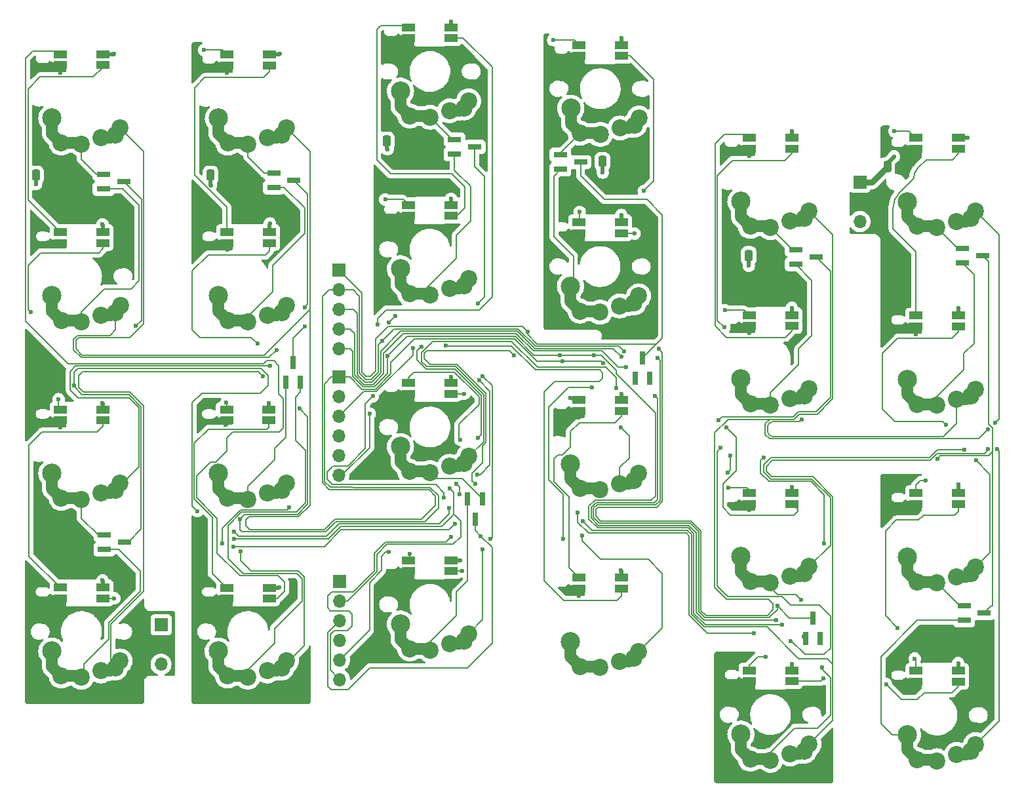
<source format=gbr>
%TF.GenerationSoftware,KiCad,Pcbnew,(6.99.0-4085-g6c752680d7)*%
%TF.CreationDate,2022-11-14T17:23:02+08:00*%
%TF.ProjectId,Left Flex PCB,4c656674-2046-46c6-9578-205043422e6b,rev?*%
%TF.SameCoordinates,Original*%
%TF.FileFunction,Copper,L1,Top*%
%TF.FilePolarity,Positive*%
%FSLAX46Y46*%
G04 Gerber Fmt 4.6, Leading zero omitted, Abs format (unit mm)*
G04 Created by KiCad (PCBNEW (6.99.0-4085-g6c752680d7)) date 2022-11-14 17:23:02*
%MOMM*%
%LPD*%
G01*
G04 APERTURE LIST*
G04 Aperture macros list*
%AMRoundRect*
0 Rectangle with rounded corners*
0 $1 Rounding radius*
0 $2 $3 $4 $5 $6 $7 $8 $9 X,Y pos of 4 corners*
0 Add a 4 corners polygon primitive as box body*
4,1,4,$2,$3,$4,$5,$6,$7,$8,$9,$2,$3,0*
0 Add four circle primitives for the rounded corners*
1,1,$1+$1,$2,$3*
1,1,$1+$1,$4,$5*
1,1,$1+$1,$6,$7*
1,1,$1+$1,$8,$9*
0 Add four rect primitives between the rounded corners*
20,1,$1+$1,$2,$3,$4,$5,0*
20,1,$1+$1,$4,$5,$6,$7,0*
20,1,$1+$1,$6,$7,$8,$9,0*
20,1,$1+$1,$8,$9,$2,$3,0*%
G04 Aperture macros list end*
%TA.AperFunction,ComponentPad*%
%ADD10C,2.500000*%
%TD*%
%TA.AperFunction,ComponentPad*%
%ADD11C,2.200000*%
%TD*%
%TA.AperFunction,SMDPad,CuDef*%
%ADD12R,1.700000X1.000000*%
%TD*%
%TA.AperFunction,SMDPad,CuDef*%
%ADD13R,1.800000X0.800000*%
%TD*%
%TA.AperFunction,SMDPad,CuDef*%
%ADD14RoundRect,0.250000X-0.250000X-0.475000X0.250000X-0.475000X0.250000X0.475000X-0.250000X0.475000X0*%
%TD*%
%TA.AperFunction,SMDPad,CuDef*%
%ADD15R,0.800000X1.800000*%
%TD*%
%TA.AperFunction,ComponentPad*%
%ADD16R,1.700000X1.700000*%
%TD*%
%TA.AperFunction,ComponentPad*%
%ADD17O,1.700000X1.700000*%
%TD*%
%TA.AperFunction,ViaPad*%
%ADD18C,0.600000*%
%TD*%
%TA.AperFunction,Conductor*%
%ADD19C,0.150000*%
%TD*%
%TA.AperFunction,Conductor*%
%ADD20C,1.524000*%
%TD*%
%TA.AperFunction,Conductor*%
%ADD21C,0.500000*%
%TD*%
%TA.AperFunction,Conductor*%
%ADD22C,0.800000*%
%TD*%
%TA.AperFunction,Conductor*%
%ADD23C,0.200000*%
%TD*%
G04 APERTURE END LIST*
D10*
%TO.P,SW23,1,1*%
%TO.N,Net-(D16-A)_1*%
X49955795Y-47084998D03*
D11*
X51165795Y-50294998D03*
X53765795Y-50444998D03*
%TO.P,SW23,2,2*%
%TO.N,row1*%
X56305795Y-49624998D03*
X58165795Y-49244998D03*
X58765795Y-48344998D03*
%TD*%
D12*
%TO.P,D55,1,DOUT*%
%TO.N,Net-(D55-DOUT)*%
X56541194Y-63206597D03*
%TO.P,D55,2,VSS*%
%TO.N,Gnd*%
X51041194Y-63206597D03*
%TO.P,D55,3,DIN*%
%TO.N,Net-(D53-DOUT)*%
X51041194Y-61806597D03*
%TO.P,D55,4,VDD*%
%TO.N,Vcc*%
X56541194Y-61806597D03*
%TD*%
%TO.P,D43,1,DOUT*%
%TO.N,Net-(D43-DOUT)*%
X101526193Y-36758599D03*
%TO.P,D43,2,VSS*%
%TO.N,Gnd*%
X96026193Y-36758599D03*
%TO.P,D43,3,DIN*%
%TO.N,Net-(D41-DOUT)*%
X96026193Y-35358599D03*
%TO.P,D43,4,VDD*%
%TO.N,Vcc*%
X101526193Y-35358599D03*
%TD*%
D13*
%TO.P,D13,1,A*%
%TO.N,Net-(D13-A)_1*%
X167525393Y-65814399D03*
%TO.P,D13,2,A*%
%TO.N,Net-(D13-A)*%
X167525393Y-63914399D03*
%TO.P,D13,3,K*%
%TO.N,col1*%
X170125393Y-64864399D03*
%TD*%
%TO.P,D17,1,A*%
%TO.N,Net-(D17-A)*%
X56725393Y-102814399D03*
%TO.P,D17,2,A*%
%TO.N,Net-(D17-A)_1*%
X56725393Y-100914399D03*
%TO.P,D17,3,K*%
%TO.N,col6*%
X59325393Y-101864399D03*
%TD*%
D12*
%TO.P,D18,1,DOUT*%
%TO.N,Net-(D18-DOUT)*%
X167025392Y-119884397D03*
%TO.P,D18,2,VSS*%
%TO.N,Gnd*%
X161525392Y-119884397D03*
%TO.P,D18,3,DIN*%
%TO.N,Net-(D18-DIN)*%
X161525392Y-118484397D03*
%TO.P,D18,4,VDD*%
%TO.N,Vcc*%
X167025392Y-118484397D03*
%TD*%
D14*
%TO.P,C3,1*%
%TO.N,Vcc*%
X47900594Y-54450000D03*
%TO.P,C3,2*%
%TO.N,Gnd*%
X49800594Y-54450000D03*
%TD*%
D10*
%TO.P,SW12,1,1*%
%TO.N,Net-(D10-A)_1*%
X116937194Y-114693200D03*
D11*
X118147194Y-117903200D03*
X120747194Y-118053200D03*
%TO.P,SW12,2,2*%
%TO.N,row4*%
X123287194Y-117233200D03*
X125147194Y-116853200D03*
X125747194Y-115953200D03*
%TD*%
D13*
%TO.P,D1,1,A*%
%TO.N,Net-(D1-A)_1*%
X167775393Y-111964399D03*
%TO.P,D1,2,A*%
%TO.N,Net-(D1-A)*%
X167775393Y-110064399D03*
%TO.P,D1,3,K*%
%TO.N,col1*%
X170375393Y-111014399D03*
%TD*%
D10*
%TO.P,SW7,1,1*%
%TO.N,Net-(D32-A)_1*%
X138948995Y-103736400D03*
D11*
X140158995Y-106946400D03*
X142758995Y-107096400D03*
%TO.P,SW7,2,2*%
%TO.N,row3*%
X145298995Y-106276400D03*
X147158995Y-105896400D03*
X147758995Y-104996400D03*
%TD*%
D12*
%TO.P,D23,1,DOUT*%
%TO.N,Net-(D23-DOUT)*%
X123497193Y-84891599D03*
%TO.P,D23,2,VSS*%
%TO.N,Gnd*%
X117997193Y-84891599D03*
%TO.P,D23,3,DIN*%
%TO.N,Net-(D21-DOUT)*%
X117997193Y-83491599D03*
%TO.P,D23,4,VDD*%
%TO.N,Vcc*%
X123497193Y-83491599D03*
%TD*%
D10*
%TO.P,SW16,1,1*%
%TO.N,Net-(D12-A)*%
X94966194Y-89521800D03*
D11*
X96176194Y-92731800D03*
X98776194Y-92881800D03*
%TO.P,SW16,2,2*%
%TO.N,row3*%
X101316194Y-92061800D03*
X103176194Y-91681800D03*
X103776194Y-90781800D03*
%TD*%
D14*
%TO.P,C1,1*%
%TO.N,Vcc*%
X157850000Y-53350000D03*
%TO.P,C1,2*%
%TO.N,Gnd*%
X159750000Y-53350000D03*
%TD*%
D10*
%TO.P,SW21,1,1*%
%TO.N,Net-(D15-A)*%
X71444194Y-92982800D03*
D11*
X72654194Y-96192800D03*
X75254194Y-96342800D03*
%TO.P,SW21,2,2*%
%TO.N,row3*%
X77794194Y-95522800D03*
X79654194Y-95142800D03*
X80254194Y-94242800D03*
%TD*%
D12*
%TO.P,D49,1,DOUT*%
%TO.N,Net-(D49-DOUT)*%
X78004193Y-86142799D03*
%TO.P,D49,2,VSS*%
%TO.N,Gnd*%
X72504193Y-86142799D03*
%TO.P,D49,3,DIN*%
%TO.N,Net-(D47-DOUT)*%
X72504193Y-84742799D03*
%TO.P,D49,4,VDD*%
%TO.N,Vcc*%
X78004193Y-84742799D03*
%TD*%
D10*
%TO.P,SW11,1,1*%
%TO.N,Net-(D10-A)*%
X116937194Y-91731600D03*
D11*
X118147194Y-94941600D03*
X120747194Y-95091600D03*
%TO.P,SW11,2,2*%
%TO.N,row3*%
X123287194Y-94271600D03*
X125147194Y-93891600D03*
X125747194Y-92991600D03*
%TD*%
D10*
%TO.P,SW19,1,1*%
%TO.N,Net-(D14-A)_1*%
X71469594Y-47110400D03*
D11*
X72679594Y-50320400D03*
X75279594Y-50470400D03*
%TO.P,SW19,2,2*%
%TO.N,row1*%
X77819594Y-49650400D03*
X79679594Y-49270400D03*
X80279594Y-48370400D03*
%TD*%
D12*
%TO.P,D7,1,DOUT*%
%TO.N,Net-(D33-DIN)*%
X145508994Y-96896399D03*
%TO.P,D7,2,VSS*%
%TO.N,Gnd*%
X140008994Y-96896399D03*
%TO.P,D7,3,DIN*%
%TO.N,Net-(D5-DOUT)*%
X140008994Y-95496399D03*
%TO.P,D7,4,VDD*%
%TO.N,Vcc*%
X145508994Y-95496399D03*
%TD*%
%TO.P,D37,1,DOUT*%
%TO.N,Net-(D37-DOUT)*%
X101526193Y-105592599D03*
%TO.P,D37,2,VSS*%
%TO.N,Gnd*%
X96026193Y-105592599D03*
%TO.P,D37,3,DIN*%
%TO.N,Net-(D25-DOUT)*%
X96026193Y-104192599D03*
%TO.P,D37,4,VDD*%
%TO.N,Vcc*%
X101526193Y-104192599D03*
%TD*%
%TO.P,D35,1,DOUT*%
%TO.N,Net-(D19-DIN)*%
X145508994Y-51023999D03*
%TO.P,D35,2,VSS*%
%TO.N,Gnd*%
X140008994Y-51023999D03*
%TO.P,D35,3,DIN*%
%TO.N,Net-(D33-DOUT)*%
X140008994Y-49623999D03*
%TO.P,D35,4,VDD*%
%TO.N,Vcc*%
X145508994Y-49623999D03*
%TD*%
%TO.P,D41,1,DOUT*%
%TO.N,Net-(D41-DOUT)*%
X101526193Y-59720199D03*
%TO.P,D41,2,VSS*%
%TO.N,Gnd*%
X96026193Y-59720199D03*
%TO.P,D41,3,DIN*%
%TO.N,Net-(D39-DOUT)*%
X96026193Y-58320199D03*
%TO.P,D41,4,VDD*%
%TO.N,Vcc*%
X101526193Y-58320199D03*
%TD*%
D13*
%TO.P,D11,1,A*%
%TO.N,Net-(D11-A)*%
X101950593Y-51749999D03*
%TO.P,D11,2,A*%
%TO.N,Net-(D11-A)_1*%
X101950593Y-49849999D03*
%TO.P,D11,3,K*%
%TO.N,col4*%
X104550593Y-50799999D03*
%TD*%
D12*
%TO.P,D2,1,DOUT*%
%TO.N,Net-(D2-DOUT)*%
X167013393Y-51030600D03*
%TO.P,D2,2,VSS*%
%TO.N,Gnd*%
X161513393Y-51030600D03*
%TO.P,D2,3,DIN*%
%TO.N,Din*%
X161513393Y-49630600D03*
%TO.P,D2,4,VDD*%
%TO.N,Vcc*%
X167013393Y-49630600D03*
%TD*%
D13*
%TO.P,D9,1,A*%
%TO.N,Net-(D9-A)*%
X115625393Y-53714399D03*
%TO.P,D9,2,A*%
%TO.N,Net-(D9-A)_1*%
X115625393Y-51814399D03*
%TO.P,D9,3,K*%
%TO.N,col3*%
X118225393Y-52764399D03*
%TD*%
D12*
%TO.P,D4,1,DOUT*%
%TO.N,Net-(D18-DIN)*%
X167013393Y-96928400D03*
%TO.P,D4,2,VSS*%
%TO.N,Gnd*%
X161513393Y-96928400D03*
%TO.P,D4,3,DIN*%
%TO.N,Net-(D3-DOUT)*%
X161513393Y-95528400D03*
%TO.P,D4,4,VDD*%
%TO.N,Vcc*%
X167013393Y-95528400D03*
%TD*%
%TO.P,D25,1,DOUT*%
%TO.N,Net-(D25-DOUT)*%
X123497193Y-107853199D03*
%TO.P,D25,2,VSS*%
%TO.N,Gnd*%
X117997193Y-107853199D03*
%TO.P,D25,3,DIN*%
%TO.N,Net-(D23-DOUT)*%
X117997193Y-106453199D03*
%TO.P,D25,4,VDD*%
%TO.N,Vcc*%
X123497193Y-106453199D03*
%TD*%
D13*
%TO.P,D14,1,A*%
%TO.N,Net-(D14-A)*%
X78600593Y-56049999D03*
%TO.P,D14,2,A*%
%TO.N,Net-(D14-A)_1*%
X78600593Y-54149999D03*
%TO.P,D14,3,K*%
%TO.N,col5*%
X81200593Y-55099999D03*
%TD*%
D14*
%TO.P,C6,1*%
%TO.N,Vcc*%
X139950594Y-64850000D03*
%TO.P,C6,2*%
%TO.N,Gnd*%
X141850594Y-64850000D03*
%TD*%
D10*
%TO.P,SW17,1,1*%
%TO.N,Net-(D12-A)_1*%
X94966194Y-112432600D03*
D11*
X96176194Y-115642600D03*
X98776194Y-115792600D03*
%TO.P,SW17,2,2*%
%TO.N,row4*%
X101316194Y-114972600D03*
X103176194Y-114592600D03*
X103776194Y-113692600D03*
%TD*%
D12*
%TO.P,D59,1,DOUT*%
%TO.N,Dout*%
X56515794Y-109104397D03*
%TO.P,D59,2,VSS*%
%TO.N,Gnd*%
X51015794Y-109104397D03*
%TO.P,D59,3,DIN*%
%TO.N,Net-(D57-DOUT)*%
X51015794Y-107704397D03*
%TO.P,D59,4,VDD*%
%TO.N,Vcc*%
X56515794Y-107704397D03*
%TD*%
D15*
%TO.P,D32,1,A*%
%TO.N,Net-(D32-A)*%
X149175393Y-114264399D03*
%TO.P,D32,2,A*%
%TO.N,Net-(D32-A)_1*%
X147275393Y-114264399D03*
%TO.P,D32,3,K*%
%TO.N,col2*%
X148225393Y-111664399D03*
%TD*%
D10*
%TO.P,SW5,1,1*%
%TO.N,Net-(D31-A)_1*%
X138948995Y-57864000D03*
D11*
X140158995Y-61074000D03*
X142758995Y-61224000D03*
%TO.P,SW5,2,2*%
%TO.N,row1*%
X145298995Y-60404000D03*
X147158995Y-60024000D03*
X147758995Y-59124000D03*
%TD*%
D12*
%TO.P,D57,1,DOUT*%
%TO.N,Net-(D57-DOUT)*%
X56515794Y-86142797D03*
%TO.P,D57,2,VSS*%
%TO.N,Gnd*%
X51015794Y-86142797D03*
%TO.P,D57,3,DIN*%
%TO.N,Net-(D55-DOUT)*%
X51015794Y-84742797D03*
%TO.P,D57,4,VDD*%
%TO.N,Vcc*%
X56515794Y-84742797D03*
%TD*%
D10*
%TO.P,SW9,1,1*%
%TO.N,Net-(D9-A)_1*%
X116962594Y-45833800D03*
D11*
X118172594Y-49043800D03*
X120772594Y-49193800D03*
%TO.P,SW9,2,2*%
%TO.N,row1*%
X123312594Y-48373800D03*
X125172594Y-47993800D03*
X125772594Y-47093800D03*
%TD*%
%TO.P,SW14,2,2*%
%TO.N,row1*%
X103776194Y-44858600D03*
X103176194Y-45758600D03*
X101316194Y-46138600D03*
%TO.P,SW14,1,1*%
%TO.N,Net-(D11-A)_1*%
X98776194Y-46958600D03*
X96176194Y-46808600D03*
D10*
X94966194Y-43598600D03*
%TD*%
D12*
%TO.P,D39,1,DOUT*%
%TO.N,Net-(D39-DOUT)*%
X101526193Y-82681799D03*
%TO.P,D39,2,VSS*%
%TO.N,Gnd*%
X96026193Y-82681799D03*
%TO.P,D39,3,DIN*%
%TO.N,Net-(D37-DOUT)*%
X96026193Y-81281799D03*
%TO.P,D39,4,VDD*%
%TO.N,Vcc*%
X101526193Y-81281799D03*
%TD*%
D10*
%TO.P,SW15,1,1*%
%TO.N,Net-(D11-A)*%
X94966194Y-66560200D03*
D11*
X96176194Y-69770200D03*
X98776194Y-69920200D03*
%TO.P,SW15,2,2*%
%TO.N,row2*%
X101316194Y-69100200D03*
X103176194Y-68720200D03*
X103776194Y-67820200D03*
%TD*%
D12*
%TO.P,D33,1,DOUT*%
%TO.N,Net-(D33-DOUT)*%
X145508994Y-73934799D03*
%TO.P,D33,2,VSS*%
%TO.N,Gnd*%
X140008994Y-73934799D03*
%TO.P,D33,3,DIN*%
%TO.N,Net-(D33-DIN)*%
X140008994Y-72534799D03*
%TO.P,D33,4,VDD*%
%TO.N,Vcc*%
X145508994Y-72534799D03*
%TD*%
D14*
%TO.P,C4,1*%
%TO.N,Vcc*%
X70450594Y-54450000D03*
%TO.P,C4,2*%
%TO.N,Gnd*%
X72350594Y-54450000D03*
%TD*%
D10*
%TO.P,SW1,1,1*%
%TO.N,Net-(D13-A)*%
X160453394Y-57870601D03*
D11*
X161663394Y-61080601D03*
X164263394Y-61230601D03*
%TO.P,SW1,2,2*%
%TO.N,row1*%
X166803394Y-60410601D03*
X168663394Y-60030601D03*
X169263394Y-59130601D03*
%TD*%
D15*
%TO.P,D12,1,A*%
%TO.N,Net-(D12-A)_1*%
X103650593Y-96299999D03*
%TO.P,D12,2,A*%
%TO.N,Net-(D12-A)*%
X105550593Y-96299999D03*
%TO.P,D12,3,K*%
%TO.N,col4*%
X104600593Y-98899999D03*
%TD*%
D14*
%TO.P,C5,1*%
%TO.N,Vcc*%
X93200594Y-50050000D03*
%TO.P,C5,2*%
%TO.N,Gnd*%
X95100594Y-50050000D03*
%TD*%
D10*
%TO.P,SW24,1,1*%
%TO.N,Net-(D16-A)*%
X49981195Y-70046598D03*
D11*
X51191195Y-73256598D03*
X53791195Y-73406598D03*
%TO.P,SW24,2,2*%
%TO.N,row2*%
X56331195Y-72586598D03*
X58191195Y-72206598D03*
X58791195Y-71306598D03*
%TD*%
D13*
%TO.P,D31,1,A*%
%TO.N,Net-(D31-A)*%
X146025393Y-65964399D03*
%TO.P,D31,2,A*%
%TO.N,Net-(D31-A)_1*%
X146025393Y-64064399D03*
%TO.P,D31,3,K*%
%TO.N,col2*%
X148625393Y-65014399D03*
%TD*%
D10*
%TO.P,SW8,1,1*%
%TO.N,Net-(D32-A)*%
X138948995Y-126672600D03*
D11*
X140158995Y-129882600D03*
X142758995Y-130032600D03*
%TO.P,SW8,2,2*%
%TO.N,row4*%
X145298995Y-129212600D03*
X147158995Y-128832600D03*
X147758995Y-127932600D03*
%TD*%
D10*
%TO.P,SW10,1,1*%
%TO.N,Net-(D9-A)*%
X116937194Y-68795400D03*
D11*
X118147194Y-72005400D03*
X120747194Y-72155400D03*
%TO.P,SW10,2,2*%
%TO.N,row2*%
X123287194Y-71335400D03*
X125147194Y-70955400D03*
X125747194Y-70055400D03*
%TD*%
D10*
%TO.P,SW25,1,1*%
%TO.N,Net-(D17-A)_1*%
X49955795Y-92982798D03*
D11*
X51165795Y-96192798D03*
X53765795Y-96342798D03*
%TO.P,SW25,2,2*%
%TO.N,row3*%
X56305795Y-95522798D03*
X58165795Y-95142798D03*
X58765795Y-94242798D03*
%TD*%
D12*
%TO.P,D45,1,DOUT*%
%TO.N,Net-(D45-DOUT)*%
X78029593Y-40270399D03*
%TO.P,D45,2,VSS*%
%TO.N,Gnd*%
X72529593Y-40270399D03*
%TO.P,D45,3,DIN*%
%TO.N,Net-(D43-DOUT)*%
X72529593Y-38870399D03*
%TO.P,D45,4,VDD*%
%TO.N,Vcc*%
X78029593Y-38870399D03*
%TD*%
D15*
%TO.P,D15,1,A*%
%TO.N,Net-(D15-A)_1*%
X82025393Y-81214399D03*
%TO.P,D15,2,A*%
%TO.N,Net-(D15-A)*%
X80125393Y-81214399D03*
%TO.P,D15,3,K*%
%TO.N,col5*%
X81075393Y-78614399D03*
%TD*%
D14*
%TO.P,C2,1*%
%TO.N,Vcc*%
X121050594Y-52700000D03*
%TO.P,C2,2*%
%TO.N,Gnd*%
X122950594Y-52700000D03*
%TD*%
D10*
%TO.P,SW26,1,1*%
%TO.N,Net-(D17-A)*%
X49955795Y-115944398D03*
D11*
X51165795Y-119154398D03*
X53765795Y-119304398D03*
%TO.P,SW26,2,2*%
%TO.N,row4*%
X56305795Y-118484398D03*
X58165795Y-118104398D03*
X58765795Y-117204398D03*
%TD*%
D12*
%TO.P,D3,1,DOUT*%
%TO.N,Net-(D3-DOUT)*%
X167013393Y-73992200D03*
%TO.P,D3,2,VSS*%
%TO.N,Gnd*%
X161513393Y-73992200D03*
%TO.P,D3,3,DIN*%
%TO.N,Net-(D2-DOUT)*%
X161513393Y-72592200D03*
%TO.P,D3,4,VDD*%
%TO.N,Vcc*%
X167013393Y-72592200D03*
%TD*%
%TO.P,D51,1,DOUT*%
%TO.N,Net-(D51-DOUT)*%
X78025393Y-109134397D03*
%TO.P,D51,2,VSS*%
%TO.N,Gnd*%
X72525393Y-109134397D03*
%TO.P,D51,3,DIN*%
%TO.N,Net-(D49-DOUT)*%
X72525393Y-107734397D03*
%TO.P,D51,4,VDD*%
%TO.N,Vcc*%
X78025393Y-107734397D03*
%TD*%
D10*
%TO.P,SW20,1,1*%
%TO.N,Net-(D14-A)*%
X71469594Y-70046600D03*
D11*
X72679594Y-73256600D03*
X75279594Y-73406600D03*
%TO.P,SW20,2,2*%
%TO.N,row2*%
X77819594Y-72586600D03*
X79679594Y-72206600D03*
X80279594Y-71306600D03*
%TD*%
D10*
%TO.P,SW2,1,1*%
%TO.N,Net-(D13-A)_1*%
X160453394Y-80832201D03*
D11*
X161663394Y-84042201D03*
X164263394Y-84192201D03*
%TO.P,SW2,2,2*%
%TO.N,row2*%
X166803394Y-83372201D03*
X168663394Y-82992201D03*
X169263394Y-82092201D03*
%TD*%
D10*
%TO.P,SW22,1,1*%
%TO.N,Net-(D15-A)_1*%
X71444194Y-115944400D03*
D11*
X72654194Y-119154400D03*
X75254194Y-119304400D03*
%TO.P,SW22,2,2*%
%TO.N,row4*%
X77794194Y-118484400D03*
X79654194Y-118104400D03*
X80254194Y-117204400D03*
%TD*%
D13*
%TO.P,D16,1,A*%
%TO.N,Net-(D16-A)*%
X56625393Y-56214399D03*
%TO.P,D16,2,A*%
%TO.N,Net-(D16-A)_1*%
X56625393Y-54314399D03*
%TO.P,D16,3,K*%
%TO.N,col6*%
X59225393Y-55264399D03*
%TD*%
D12*
%TO.P,D19,1,DOUT*%
%TO.N,Net-(D19-DOUT)*%
X123525393Y-39034398D03*
%TO.P,D19,2,VSS*%
%TO.N,Gnd*%
X118025393Y-39034398D03*
%TO.P,D19,3,DIN*%
%TO.N,Net-(D19-DIN)*%
X118025393Y-37634398D03*
%TO.P,D19,4,VDD*%
%TO.N,Vcc*%
X123525393Y-37634398D03*
%TD*%
%TO.P,D5,1,DOUT*%
%TO.N,Net-(D5-DOUT)*%
X145508994Y-119832599D03*
%TO.P,D5,2,VSS*%
%TO.N,Gnd*%
X140008994Y-119832599D03*
%TO.P,D5,3,DIN*%
%TO.N,Net-(D18-DOUT)*%
X140008994Y-118432599D03*
%TO.P,D5,4,VDD*%
%TO.N,Vcc*%
X145508994Y-118432599D03*
%TD*%
D10*
%TO.P,SW6,1,1*%
%TO.N,Net-(D31-A)*%
X138948995Y-80774800D03*
D11*
X140158995Y-83984800D03*
X142758995Y-84134800D03*
%TO.P,SW6,2,2*%
%TO.N,row2*%
X145298995Y-83314800D03*
X147158995Y-82934800D03*
X147758995Y-82034800D03*
%TD*%
D15*
%TO.P,D10,1,A*%
%TO.N,Net-(D10-A)_1*%
X127175393Y-80664399D03*
%TO.P,D10,2,A*%
%TO.N,Net-(D10-A)*%
X125275393Y-80664399D03*
%TO.P,D10,3,K*%
%TO.N,col3*%
X126225393Y-78064399D03*
%TD*%
D12*
%TO.P,D21,1,DOUT*%
%TO.N,Net-(D21-DOUT)*%
X123497193Y-61955399D03*
%TO.P,D21,2,VSS*%
%TO.N,Gnd*%
X117997193Y-61955399D03*
%TO.P,D21,3,DIN*%
%TO.N,Net-(D19-DOUT)*%
X117997193Y-60555399D03*
%TO.P,D21,4,VDD*%
%TO.N,Vcc*%
X123497193Y-60555399D03*
%TD*%
%TO.P,D47,1,DOUT*%
%TO.N,Net-(D47-DOUT)*%
X78029593Y-63206599D03*
%TO.P,D47,2,VSS*%
%TO.N,Gnd*%
X72529593Y-63206599D03*
%TO.P,D47,3,DIN*%
%TO.N,Net-(D45-DOUT)*%
X72529593Y-61806599D03*
%TO.P,D47,4,VDD*%
%TO.N,Vcc*%
X78029593Y-61806599D03*
%TD*%
%TO.P,D53,1,DOUT*%
%TO.N,Net-(D53-DOUT)*%
X56515794Y-40244997D03*
%TO.P,D53,2,VSS*%
%TO.N,Gnd*%
X51015794Y-40244997D03*
%TO.P,D53,3,DIN*%
%TO.N,Net-(D51-DOUT)*%
X51015794Y-38844997D03*
%TO.P,D53,4,VDD*%
%TO.N,Vcc*%
X56515794Y-38844997D03*
%TD*%
D10*
%TO.P,SW3,1,1*%
%TO.N,Net-(D1-A)*%
X160453394Y-103768401D03*
D11*
X161663394Y-106978401D03*
X164263394Y-107128401D03*
%TO.P,SW3,2,2*%
%TO.N,row3*%
X166803394Y-106308401D03*
X168663394Y-105928401D03*
X169263394Y-105028401D03*
%TD*%
D10*
%TO.P,SW4,1,1*%
%TO.N,Net-(D1-A)_1*%
X160453394Y-126730001D03*
D11*
X161663394Y-129940001D03*
X164263394Y-130090001D03*
%TO.P,SW4,2,2*%
%TO.N,row4*%
X166803394Y-129270001D03*
X168663394Y-128890001D03*
X169263394Y-127990001D03*
%TD*%
D16*
%TO.P,J3,1,Pin_1*%
%TO.N,Vcc*%
X154305393Y-55364399D03*
D17*
%TO.P,J3,2,Pin_2*%
%TO.N,Gnd*%
X154305393Y-57904399D03*
%TO.P,J3,3,Pin_3*%
%TO.N,Din*%
X154305393Y-60444399D03*
%TD*%
D16*
%TO.P,J2,1,Pin_1*%
%TO.N,col3*%
X87039793Y-66719198D03*
D17*
%TO.P,J2,2,Pin_2*%
%TO.N,row1*%
X87039793Y-69259198D03*
%TO.P,J2,3,Pin_3*%
%TO.N,col2*%
X87039793Y-71799198D03*
%TO.P,J2,4,Pin_4*%
%TO.N,col1*%
X87039793Y-74339198D03*
%TO.P,J2,5,Pin_5*%
%TO.N,row2*%
X87039793Y-76879198D03*
%TD*%
D16*
%TO.P,J4,1,Pin_1*%
%TO.N,row4*%
X87039793Y-80536798D03*
D17*
%TO.P,J4,2,Pin_2*%
%TO.N,row3*%
X87039793Y-83076798D03*
%TO.P,J4,3,Pin_3*%
%TO.N,col4*%
X87039793Y-85616798D03*
%TO.P,J4,4,Pin_4*%
%TO.N,col5*%
X87039793Y-88156798D03*
%TO.P,J4,5,Pin_5*%
%TO.N,col6*%
X87039793Y-90696798D03*
%TO.P,J4,6,Pin_6*%
%TO.N,row5*%
X87039793Y-93236798D03*
%TD*%
D16*
%TO.P,J5,1,Pin_1*%
%TO.N,Vcc*%
X64045393Y-112534399D03*
D17*
%TO.P,J5,2,Pin_2*%
%TO.N,Gnd*%
X64045393Y-115074399D03*
%TO.P,J5,3,Pin_3*%
%TO.N,Dout*%
X64045393Y-117614399D03*
%TD*%
D16*
%TO.P,J1,1,Pin_1*%
%TO.N,col5*%
X87115393Y-106904399D03*
D17*
%TO.P,J1,2,Pin_2*%
%TO.N,col6*%
X87115393Y-109444399D03*
%TO.P,J1,3,Pin_3*%
%TO.N,col4*%
X87115393Y-111984399D03*
%TO.P,J1,4,Pin_4*%
%TO.N,row5*%
X87115393Y-114524399D03*
%TO.P,J1,5,Pin_5*%
%TO.N,col2*%
X87115393Y-117064399D03*
%TO.P,J1,6,Pin_6*%
%TO.N,col3*%
X87115393Y-119604399D03*
%TD*%
D18*
%TO.N,col1*%
X127837750Y-82962250D03*
X143500000Y-111900000D03*
X124100000Y-79224500D03*
X164300000Y-91100000D03*
%TO.N,col2*%
X128200000Y-78100000D03*
X123500000Y-77900000D03*
X143624500Y-110100000D03*
X136037446Y-86137446D03*
X93495142Y-103119642D03*
%TO.N,col3*%
X111400000Y-74700000D03*
X109600000Y-77700000D03*
X101500000Y-101135399D03*
X104600000Y-94350000D03*
%TO.N,col4*%
X105349803Y-101099803D03*
X96550000Y-76800000D03*
X105000000Y-71000000D03*
%TO.N,col5*%
X73500000Y-100500000D03*
X81075394Y-78614400D03*
X101250000Y-97450000D03*
X82600000Y-71500000D03*
X82600000Y-74000000D03*
%TO.N,col6*%
X60800000Y-73950000D03*
X73450000Y-101400000D03*
X68750000Y-97850000D03*
X101350000Y-94900000D03*
X52800000Y-81600000D03*
%TO.N,row1*%
X92600000Y-75850000D03*
X128300000Y-76900000D03*
X123814085Y-77219483D03*
X170879122Y-87320878D03*
X171800000Y-86400000D03*
%TO.N,row3*%
X123400000Y-87000000D03*
X122822194Y-81922194D03*
X140600000Y-113600000D03*
X169300000Y-91300000D03*
X167800000Y-89875500D03*
X78100000Y-79100000D03*
X117866990Y-98066990D03*
%TO.N,row2*%
X102600000Y-95700000D03*
X102200000Y-94300000D03*
X146800000Y-86000000D03*
X80600000Y-97400000D03*
X94325000Y-72625000D03*
X115550000Y-77700000D03*
X144300000Y-112500000D03*
X105100000Y-80950000D03*
X93324500Y-77775500D03*
X73350000Y-102400000D03*
X93475000Y-73475000D03*
X71945878Y-102004122D03*
X120000000Y-77700000D03*
X79000000Y-77000000D03*
X137600000Y-90700000D03*
X104900000Y-93100000D03*
X137200000Y-92900000D03*
X102050000Y-99450000D03*
%TO.N,row4*%
X172000000Y-89800000D03*
X74258010Y-98908010D03*
X74300000Y-103050000D03*
X121129122Y-78700000D03*
X77200000Y-80400000D03*
X170879622Y-89800000D03*
X118400000Y-101000000D03*
X81924500Y-84600000D03*
X105601391Y-80392899D03*
X105600000Y-102750000D03*
X115900000Y-78500000D03*
X106575894Y-101450000D03*
X118500000Y-99100000D03*
%TO.N,row5*%
X91000000Y-85250000D03*
%TO.N,Vcc*%
X123500000Y-59600000D03*
X56500000Y-60800000D03*
X101500000Y-80500000D03*
X121100000Y-54100000D03*
X102700000Y-104200000D03*
X123400000Y-105500000D03*
X58000000Y-38800000D03*
X167000000Y-71600000D03*
X158700000Y-52050000D03*
X167000000Y-117500000D03*
X168250000Y-49600000D03*
X70500000Y-55800000D03*
X79300000Y-107700000D03*
X101500000Y-57500000D03*
X78000000Y-83900000D03*
X101500000Y-34600000D03*
X167000000Y-94400000D03*
X145500000Y-117600000D03*
X78100000Y-60700000D03*
X139950000Y-66150000D03*
X145500000Y-71600000D03*
X123500000Y-82700000D03*
X93300000Y-51100000D03*
X47900000Y-55600000D03*
X145500000Y-48800000D03*
X56500000Y-106800000D03*
X79400000Y-38800000D03*
X56500000Y-83900000D03*
X123495319Y-36741838D03*
X145500000Y-94700000D03*
%TO.N,Net-(D3-DOUT)*%
X165400000Y-86700000D03*
X162800000Y-93900000D03*
%TO.N,Net-(D18-DIN)*%
X161400000Y-116900000D03*
X159200000Y-112900000D03*
%TO.N,Net-(D5-DOUT)*%
X137300000Y-94800000D03*
X149600000Y-119500000D03*
%TO.N,Net-(D18-DOUT)*%
X157700000Y-120200000D03*
X142100000Y-116700000D03*
X149700000Y-102000000D03*
X141900000Y-90900000D03*
%TO.N,Net-(D33-DIN)*%
X136900000Y-71900000D03*
X137020878Y-87020878D03*
%TO.N,Net-(D10-A)*%
X125275394Y-80664400D03*
%TO.N,Net-(D10-A)_1*%
X127175394Y-80664400D03*
%TO.N,Gnd*%
X96100000Y-37800000D03*
X161500000Y-121100000D03*
X72500000Y-110100000D03*
X49800000Y-63300000D03*
X96000000Y-83400000D03*
X95000000Y-51300000D03*
X51000000Y-41200000D03*
X140000000Y-120900000D03*
X160750000Y-53300000D03*
X51000000Y-110000000D03*
X161500000Y-52100000D03*
X140000000Y-74800000D03*
X118000000Y-108800000D03*
X96000000Y-60700000D03*
X161500000Y-75000000D03*
X140000000Y-97675500D03*
X51000000Y-87000000D03*
X140000000Y-52000000D03*
X161500000Y-98000000D03*
X118000000Y-40100000D03*
X72600000Y-64100000D03*
X72400000Y-86700000D03*
X141850000Y-66050000D03*
X118000000Y-63000000D03*
X72529594Y-41229594D03*
X96000000Y-106500000D03*
X118000000Y-85800000D03*
X49800000Y-55600000D03*
X72400000Y-55700000D03*
X123000000Y-54000000D03*
%TO.N,Din*%
X158750000Y-48750000D03*
%TO.N,Dout*%
X58000000Y-109100000D03*
%TO.N,Net-(D19-DOUT)*%
X118100000Y-59200000D03*
X126400000Y-56500000D03*
%TO.N,Net-(D19-DIN)*%
X136800000Y-74100000D03*
X116008746Y-101408746D03*
X119700000Y-81842100D03*
X114700000Y-37000000D03*
X145350000Y-114600000D03*
X136312447Y-89662447D03*
%TO.N,Net-(D21-DOUT)*%
X116900000Y-83200000D03*
X125200000Y-62000000D03*
%TO.N,Net-(D25-DOUT)*%
X100800000Y-76424500D03*
X105000000Y-88350000D03*
X97650000Y-76650000D03*
X96200000Y-103400000D03*
%TO.N,Net-(D32-A)_1*%
X147084619Y-114073625D03*
X146700000Y-109300000D03*
%TO.N,Net-(D32-A)*%
X149175394Y-114264400D03*
X149400000Y-118000000D03*
%TO.N,Net-(D37-DOUT)*%
X102900000Y-105600000D03*
X102700000Y-88600000D03*
%TO.N,Net-(D39-DOUT)*%
X93000000Y-57600000D03*
X103200000Y-82700000D03*
%TO.N,Net-(D43-DOUT)*%
X92000000Y-73750000D03*
X91400000Y-83000000D03*
X100600000Y-96100000D03*
X69600000Y-38300000D03*
%TO.N,Net-(D47-DOUT)*%
X72500000Y-83800000D03*
X76500000Y-76200000D03*
%TO.N,Net-(D55-DOUT)*%
X47200000Y-72100000D03*
X50800000Y-83400000D03*
%TD*%
D19*
%TO.N,col1*%
X170900000Y-90700000D02*
X171404122Y-90195878D01*
X119600000Y-97351472D02*
X119600000Y-98748528D01*
X133200000Y-110948528D02*
X134151472Y-111900000D01*
X124100000Y-79224500D02*
X123074500Y-79224500D01*
X127765601Y-96734399D02*
X120217073Y-96734399D01*
X133200000Y-100648528D02*
X133200000Y-110948528D01*
X112150000Y-77150000D02*
X109924264Y-74924264D01*
X121000000Y-77150000D02*
X112150000Y-77150000D01*
X171289794Y-110100000D02*
X171404122Y-110100000D01*
X171404122Y-90195878D02*
X171404122Y-87104122D01*
X123074500Y-79224500D02*
X121000000Y-77150000D01*
X128187868Y-96312132D02*
X127765601Y-96734399D01*
X91400000Y-81500000D02*
X90275736Y-81500000D01*
X171404122Y-110100000D02*
X171404122Y-90195878D01*
X164700000Y-90700000D02*
X170900000Y-90700000D01*
X119600000Y-98748528D02*
X120551472Y-99700000D01*
X128200393Y-84400000D02*
X128187868Y-84412525D01*
X134151472Y-111900000D02*
X143500000Y-111900000D01*
X109924264Y-74924264D02*
X95325736Y-74924264D01*
X95325736Y-74924264D02*
X92800000Y-77450000D01*
X127837750Y-82962250D02*
X128200393Y-83324893D01*
X164300000Y-91100000D02*
X164700000Y-90700000D01*
X92800000Y-77450000D02*
X92800000Y-80100000D01*
X120551472Y-99700000D02*
X132251472Y-99700000D01*
X90275736Y-81500000D02*
X89065636Y-80289900D01*
X171404122Y-87104122D02*
X170888395Y-86588395D01*
X120217073Y-96734399D02*
X119600000Y-97351472D01*
X89065636Y-74900000D02*
X88504835Y-74339199D01*
X170375394Y-111014400D02*
X171289794Y-110100000D01*
X88504835Y-74339199D02*
X87039794Y-74339199D01*
X132251472Y-99700000D02*
X133200000Y-100648528D01*
X92800000Y-80100000D02*
X91400000Y-81500000D01*
X89065636Y-80289900D02*
X89065636Y-74900000D01*
X170888395Y-86588395D02*
X170888395Y-65627401D01*
X128187868Y-84412525D02*
X128187868Y-96312132D01*
X170888395Y-65627401D02*
X170125394Y-64864400D01*
X128200393Y-83324893D02*
X128200393Y-84400000D01*
%TO.N,col2*%
X145675736Y-85700000D02*
X146375736Y-85000000D01*
X128487868Y-88250291D02*
X128500393Y-88237766D01*
X145188900Y-111664400D02*
X148225394Y-111664400D01*
X134275736Y-111600000D02*
X133500000Y-110824264D01*
X119900000Y-98624264D02*
X120675736Y-99400000D01*
X134275736Y-111600000D02*
X142600000Y-111600000D01*
X92400000Y-80024264D02*
X91224264Y-81200000D01*
X120341337Y-97034399D02*
X127941337Y-97034399D01*
X133500000Y-110824264D02*
X133500000Y-100524264D01*
X88899199Y-71799199D02*
X87039794Y-71799199D01*
X91224264Y-81200000D02*
X90401472Y-81200000D01*
X123500000Y-77900000D02*
X122450000Y-76850000D01*
X110075736Y-74624264D02*
X94975736Y-74624264D01*
X119900000Y-98624264D02*
X119900000Y-97475736D01*
X150500394Y-66889400D02*
X148625394Y-65014400D01*
X89601472Y-80400000D02*
X89600000Y-80400000D01*
X150500394Y-76925382D02*
X150500394Y-66889400D01*
X89365636Y-80165636D02*
X89365636Y-72265636D01*
X94975736Y-74624264D02*
X92400000Y-77200000D01*
X90962029Y-113217765D02*
X87115394Y-117064400D01*
X90962029Y-107062235D02*
X90962029Y-113217765D01*
X142600000Y-111600000D02*
X143624500Y-110575500D01*
X136474892Y-85700000D02*
X145675736Y-85700000D01*
X143624500Y-110100000D02*
X143624500Y-110575500D01*
X122450000Y-76850000D02*
X112301472Y-76850000D01*
X150500000Y-83175736D02*
X150500000Y-76925776D01*
X89365636Y-72265636D02*
X88899199Y-71799199D01*
X93495142Y-103119642D02*
X93053150Y-103119642D01*
X89600000Y-80400000D02*
X89365636Y-80165636D01*
X127941337Y-97034399D02*
X128487868Y-96487868D01*
X92500000Y-103672792D02*
X92500000Y-105524264D01*
X120675736Y-99400000D02*
X132375736Y-99400000D01*
X128500393Y-88237766D02*
X128500393Y-78400393D01*
X128487868Y-96487868D02*
X128487868Y-88250291D01*
X146375736Y-85000000D02*
X148675736Y-85000000D01*
X90401472Y-81200000D02*
X89601472Y-80400000D01*
X133500000Y-100524264D02*
X132375736Y-99400000D01*
X128500393Y-78400393D02*
X128200000Y-78100000D01*
X92500000Y-105524264D02*
X90962029Y-107062235D01*
X150500000Y-76925776D02*
X150500394Y-76925382D01*
X92400000Y-77200000D02*
X92400000Y-80024264D01*
X136037446Y-86137446D02*
X136474892Y-85700000D01*
X119900000Y-97475736D02*
X120341337Y-97034399D01*
X148675736Y-85000000D02*
X150500000Y-83175736D01*
X143624500Y-110100000D02*
X145188900Y-111664400D01*
X112301472Y-76850000D02*
X110075736Y-74624264D01*
X93053150Y-103119642D02*
X92500000Y-103672792D01*
%TO.N,col3*%
X98000000Y-77466727D02*
X98000000Y-78125736D01*
X88150000Y-113250000D02*
X86450000Y-113250000D01*
X104200000Y-93950000D02*
X104200000Y-92950000D01*
X100801000Y-101834399D02*
X93065601Y-101834399D01*
X112600000Y-76250000D02*
X128039794Y-76250000D01*
X101500000Y-101135399D02*
X100801000Y-101834399D01*
X85900000Y-118389006D02*
X87115394Y-119604400D01*
X85900000Y-110700000D02*
X88300000Y-110700000D01*
X85550000Y-110350000D02*
X85900000Y-110700000D01*
X89965636Y-79915636D02*
X89965636Y-69645041D01*
X128039794Y-76250000D02*
X128800000Y-75489794D01*
X104600000Y-94350000D02*
X104200000Y-93950000D01*
X91600000Y-103300000D02*
X91600000Y-105575736D01*
X98000000Y-78125736D02*
X98774264Y-78900000D01*
X93400000Y-74000000D02*
X91800000Y-75600000D01*
X105550000Y-89432258D02*
X106001195Y-88981063D01*
X105550000Y-91600000D02*
X105550000Y-89432258D01*
X86050000Y-108250000D02*
X85550000Y-108750000D01*
X111400000Y-75050000D02*
X112600000Y-76250000D01*
X104200000Y-92950000D02*
X105550000Y-91600000D01*
X106001195Y-82652667D02*
X102248528Y-78900000D01*
X98366727Y-77100000D02*
X98000000Y-77466727D01*
X128800000Y-75489794D02*
X126225394Y-78064400D01*
X121300000Y-57600000D02*
X126800000Y-57600000D01*
X85900000Y-113800000D02*
X85900000Y-118389006D01*
X86450000Y-113250000D02*
X85900000Y-113800000D01*
X98774264Y-78900000D02*
X102248528Y-78900000D01*
X88925736Y-108250000D02*
X86050000Y-108250000D01*
X126800000Y-57600000D02*
X128800000Y-59600000D01*
X106001195Y-88981063D02*
X106001195Y-82652667D01*
X88300000Y-110700000D02*
X88750000Y-111150000D01*
X109000000Y-77100000D02*
X98366727Y-77100000D01*
X93400000Y-74000000D02*
X110700000Y-74000000D01*
X109600000Y-77700000D02*
X109000000Y-77100000D01*
X93065601Y-101834399D02*
X91600000Y-103300000D01*
X91800000Y-75600000D02*
X91800000Y-79750000D01*
X88750000Y-112650000D02*
X88150000Y-113250000D01*
X111400000Y-74700000D02*
X110700000Y-74000000D01*
X91800000Y-79750000D02*
X91100000Y-80450000D01*
X89965636Y-69645041D02*
X87039794Y-66719199D01*
X88750000Y-111150000D02*
X88750000Y-112650000D01*
X118225394Y-54525394D02*
X121300000Y-57600000D01*
X91100000Y-80450000D02*
X90500000Y-80450000D01*
X85550000Y-108750000D02*
X85550000Y-110350000D01*
X90500000Y-80450000D02*
X89965636Y-79915636D01*
X118225394Y-52764400D02*
X118225394Y-54525394D01*
X111400000Y-74700000D02*
X111400000Y-75050000D01*
X128800000Y-59600000D02*
X128800000Y-75489794D01*
X91600000Y-105575736D02*
X88925736Y-108250000D01*
%TO.N,col4*%
X88200000Y-120900000D02*
X86000000Y-120900000D01*
X105349803Y-101099803D02*
X104600594Y-100350594D01*
X96550000Y-77700000D02*
X91850000Y-82400000D01*
X105800000Y-54599606D02*
X104550594Y-53350200D01*
X106800394Y-102550394D02*
X106800394Y-114899606D01*
X96550000Y-76800000D02*
X96550000Y-77700000D01*
X105800000Y-70200000D02*
X105800000Y-54599606D01*
X85600000Y-120500000D02*
X85600000Y-113499794D01*
X104600594Y-100350594D02*
X104600594Y-98900000D01*
X90256593Y-82400000D02*
X87039794Y-85616799D01*
X103600000Y-118100000D02*
X91000000Y-118100000D01*
X104550594Y-53350200D02*
X104550594Y-50800000D01*
X91850000Y-82400000D02*
X90256593Y-82400000D01*
X105349803Y-101099803D02*
X106800394Y-102550394D01*
X105000000Y-71000000D02*
X105800000Y-70200000D01*
X106800394Y-114899606D02*
X103600000Y-118100000D01*
X91000000Y-118100000D02*
X88200000Y-120900000D01*
X86000000Y-120900000D02*
X85600000Y-120500000D01*
X85600000Y-113499794D02*
X87115394Y-111984400D01*
%TO.N,col5*%
X83000394Y-56899800D02*
X83000394Y-71099606D01*
X83000394Y-71099606D02*
X82600000Y-71500000D01*
X101250000Y-98250000D02*
X100000000Y-99500000D01*
X74100000Y-101100000D02*
X73500000Y-100500000D01*
X100000000Y-99500000D02*
X87000000Y-99500000D01*
X87000000Y-99500000D02*
X85400000Y-101100000D01*
X85400000Y-101100000D02*
X74100000Y-101100000D01*
X82600000Y-74000000D02*
X81075394Y-75524606D01*
X101250000Y-97450000D02*
X101250000Y-98250000D01*
X81075394Y-75524606D02*
X81075394Y-78614400D01*
X81200594Y-55100000D02*
X83000394Y-56899800D01*
%TO.N,col6*%
X76900000Y-82600000D02*
X77900000Y-81600000D01*
X87300000Y-99800000D02*
X100350000Y-99800000D01*
X52800000Y-81724264D02*
X52800000Y-81600000D01*
X77900000Y-81600000D02*
X77900000Y-80357537D01*
X93189865Y-102134399D02*
X91900000Y-103424264D01*
X102750000Y-101150000D02*
X101765601Y-102134399D01*
X69300000Y-82600000D02*
X76900000Y-82600000D01*
X59825394Y-101864400D02*
X61492285Y-100197509D01*
X101850000Y-98300000D02*
X101850000Y-97900000D01*
X68050394Y-83849606D02*
X69300000Y-82600000D01*
X68050394Y-97150394D02*
X68050394Y-83849606D01*
X100350000Y-99800000D02*
X101850000Y-98300000D01*
X85700000Y-101400000D02*
X87300000Y-99800000D01*
X102750000Y-99100000D02*
X102750000Y-101150000D01*
X61500395Y-73249605D02*
X61500395Y-57539401D01*
X101850000Y-95400000D02*
X101850000Y-97600000D01*
X91900000Y-105700000D02*
X88155600Y-109444400D01*
X101765601Y-102134399D02*
X93189865Y-102134399D01*
X59924264Y-82800000D02*
X53875736Y-82800000D01*
X53875736Y-82800000D02*
X52800000Y-81724264D01*
X52800000Y-79950000D02*
X52800000Y-81600000D01*
X101850000Y-98200000D02*
X102750000Y-99100000D01*
X73450000Y-101400000D02*
X85700000Y-101400000D01*
X76942463Y-79400000D02*
X53350000Y-79400000D01*
X88155600Y-109444400D02*
X87115394Y-109444400D01*
X61492285Y-84368021D02*
X59924264Y-82800000D01*
X53350000Y-79400000D02*
X52800000Y-79950000D01*
X61500395Y-57539401D02*
X59225394Y-55264400D01*
X60800000Y-73950000D02*
X61500395Y-73249605D01*
X59325394Y-101864400D02*
X59825394Y-101864400D01*
X77900000Y-80357537D02*
X76942463Y-79400000D01*
X101350000Y-94900000D02*
X101850000Y-95400000D01*
X101850000Y-97600000D02*
X101850000Y-98200000D01*
X91900000Y-103424264D02*
X91900000Y-105700000D01*
X101850000Y-97600000D02*
X101850000Y-97900000D01*
X68750000Y-97850000D02*
X68050394Y-97150394D01*
X61492285Y-100197509D02*
X61492285Y-84368021D01*
%TO.N,row1*%
X142097537Y-87974226D02*
X142097537Y-86524233D01*
D20*
X77819594Y-49650400D02*
X78999594Y-49650400D01*
D19*
X172300000Y-63700000D02*
X172300394Y-63700394D01*
X133800000Y-100400000D02*
X132500000Y-99100000D01*
X61800395Y-51379598D02*
X58765795Y-48344998D01*
X120800000Y-99100000D02*
X120200000Y-98500000D01*
X142097537Y-86524233D02*
X142621770Y-86000000D01*
X98684400Y-95084400D02*
X91775472Y-95084400D01*
X99500000Y-97100000D02*
X99500000Y-95900000D01*
X169700000Y-88500000D02*
X142623311Y-88500000D01*
X142621770Y-86000000D02*
X142800000Y-86000000D01*
D20*
X145298995Y-60404000D02*
X146478995Y-60404000D01*
D19*
X143000000Y-86000000D02*
X145800000Y-86000000D01*
X120200000Y-98500000D02*
X120200000Y-97600000D01*
X83300394Y-71400394D02*
X83300394Y-97099606D01*
X81815601Y-98584399D02*
X75415601Y-98584399D01*
X143100000Y-110600000D02*
X142400000Y-111300000D01*
X128800393Y-96599607D02*
X128800393Y-77400393D01*
X91150000Y-80850000D02*
X90475736Y-80850000D01*
X89665636Y-70065636D02*
X88859199Y-69259199D01*
D20*
X56305795Y-49624998D02*
X57485795Y-49624998D01*
D19*
X53874264Y-77700000D02*
X53050000Y-76875736D01*
X120200000Y-97600000D02*
X120465601Y-97334399D01*
D20*
X78999594Y-49650400D02*
X80279594Y-48370400D01*
D19*
X99500000Y-95900000D02*
X98684400Y-95084400D01*
X133800000Y-110700000D02*
X133800000Y-100400000D01*
X146500000Y-85300000D02*
X148800000Y-85300000D01*
X172300394Y-63700394D02*
X172300394Y-85899606D01*
X142800000Y-86000000D02*
X143000000Y-86000000D01*
X143000000Y-86000000D02*
X137300000Y-86000000D01*
X83300394Y-71400394D02*
X83300394Y-71799606D01*
X88859199Y-69259199D02*
X87039794Y-69259199D01*
X134400000Y-111300000D02*
X133800000Y-110700000D01*
X75000000Y-99700000D02*
X75500000Y-100200000D01*
X123814085Y-77219483D02*
X123144602Y-76550000D01*
X83300394Y-71799606D02*
X77400000Y-77700000D01*
X110175736Y-74300000D02*
X94150000Y-74300000D01*
X132500000Y-99100000D02*
X120800000Y-99100000D01*
X53050000Y-76875736D02*
X53050000Y-75800000D01*
X142474325Y-109200000D02*
X143100000Y-109825675D01*
X150800393Y-83299607D02*
X150800394Y-62165399D01*
X97700000Y-98900000D02*
X99500000Y-97100000D01*
X142623311Y-88500000D02*
X142097537Y-87974226D01*
X92100000Y-79900000D02*
X91150000Y-80850000D01*
X169263394Y-59130601D02*
X172300000Y-62167207D01*
D20*
X102496194Y-46138600D02*
X103776194Y-44858600D01*
D19*
X89665636Y-80039900D02*
X89665636Y-70065636D01*
X75415601Y-98584399D02*
X75000000Y-99000000D01*
D20*
X166803394Y-60410601D02*
X167983394Y-60410601D01*
D19*
X53050000Y-75800000D02*
X53400000Y-75450000D01*
X150800394Y-62165399D02*
X147758995Y-59124000D01*
X85795608Y-95070608D02*
X84872247Y-94147247D01*
X91775472Y-95084400D02*
X85795608Y-95070608D01*
X128065601Y-97334399D02*
X128800393Y-96599607D01*
X137300000Y-86000000D02*
X135550393Y-87749607D01*
X80279594Y-48370400D02*
X83300394Y-51391200D01*
X172300394Y-85899606D02*
X171800000Y-86400000D01*
X143100000Y-109825675D02*
X143100000Y-110600000D01*
X148800000Y-85300000D02*
X150800393Y-83299607D01*
X92600000Y-75850000D02*
X92100000Y-76350000D01*
X60042463Y-75450000D02*
X61800395Y-73692068D01*
X84872247Y-94147247D02*
X84872247Y-70127753D01*
D20*
X57485795Y-49624998D02*
X58765795Y-48344998D01*
D19*
X85200000Y-100200000D02*
X86500000Y-98900000D01*
D20*
X124492594Y-48373800D02*
X125772594Y-47093800D01*
D19*
X135550393Y-107650393D02*
X137100000Y-109200000D01*
X137100000Y-109200000D02*
X142474325Y-109200000D01*
X75000000Y-99000000D02*
X75000000Y-99700000D01*
X86500000Y-98900000D02*
X97700000Y-98900000D01*
X170879122Y-87320878D02*
X169700000Y-88500000D01*
X90475736Y-80850000D02*
X89665636Y-80039900D01*
X84872247Y-70127753D02*
X85740801Y-69259199D01*
D20*
X167983394Y-60410601D02*
X169263394Y-59130601D01*
D19*
X61800395Y-73692068D02*
X61800395Y-51379598D01*
D20*
X146478995Y-60404000D02*
X147758995Y-59124000D01*
D19*
X135550393Y-87749607D02*
X135550393Y-107650393D01*
X123144602Y-76550000D02*
X112425736Y-76550000D01*
X75500000Y-100200000D02*
X85200000Y-100200000D01*
X83300394Y-51391200D02*
X83300394Y-71400394D01*
X145800000Y-86000000D02*
X146500000Y-85300000D01*
X112425736Y-76550000D02*
X110175736Y-74300000D01*
X77400000Y-77700000D02*
X53874264Y-77700000D01*
X120465601Y-97334399D02*
X128065601Y-97334399D01*
X128800393Y-77400393D02*
X128300000Y-76900000D01*
X142400000Y-111300000D02*
X134400000Y-111300000D01*
X92600000Y-75850000D02*
X94150000Y-74300000D01*
X53400000Y-75450000D02*
X60042463Y-75450000D01*
D20*
X123312594Y-48373800D02*
X124492594Y-48373800D01*
X101316194Y-46138600D02*
X102496194Y-46138600D01*
D19*
X83300394Y-97099606D02*
X81815601Y-98584399D01*
X85740801Y-69259199D02*
X87039794Y-69259199D01*
X172300000Y-62167207D02*
X172300000Y-63700000D01*
X92100000Y-76350000D02*
X92100000Y-79900000D01*
%TO.N,row3*%
X132263604Y-101063604D02*
X132263604Y-111284924D01*
X150500000Y-96125736D02*
X148074264Y-93700000D01*
X164357773Y-89875500D02*
X167800000Y-89875500D01*
X52300000Y-81357537D02*
X52275000Y-81382537D01*
X123287194Y-92212806D02*
X123287194Y-94271600D01*
X102124264Y-79200000D02*
X105701195Y-82776931D01*
D20*
X56305795Y-95522798D02*
X57485795Y-95522798D01*
D19*
X52275000Y-82175000D02*
X53300000Y-83200000D01*
X53000000Y-79100000D02*
X52300000Y-79800000D01*
X163283273Y-90950000D02*
X164357773Y-89875500D01*
X141900000Y-91900000D02*
X142850000Y-90950000D01*
X171104122Y-93104122D02*
X171104122Y-103187673D01*
D20*
X123287194Y-94271600D02*
X124467194Y-94271600D01*
D19*
X141900000Y-92800000D02*
X141900000Y-91900000D01*
D20*
X77794194Y-95522800D02*
X78974194Y-95522800D01*
X145298995Y-106276400D02*
X146478995Y-106276400D01*
D19*
X105701195Y-82776931D02*
X105701195Y-88856799D01*
X119300000Y-100700000D02*
X131900000Y-100700000D01*
D20*
X78974194Y-95522800D02*
X80254194Y-94242800D01*
D19*
X134578680Y-113600000D02*
X140600000Y-113600000D01*
X122822194Y-81922194D02*
X122822194Y-80572194D01*
D20*
X102496194Y-92061800D02*
X103776194Y-90781800D01*
D19*
X131900000Y-100700000D02*
X132263604Y-101063604D01*
X117866990Y-98066990D02*
X117866990Y-99266990D01*
X99142463Y-75900000D02*
X97700000Y-77342463D01*
X59900000Y-83200000D02*
X61192285Y-84492285D01*
D20*
X57485795Y-95522798D02*
X58765795Y-94242798D01*
D19*
X98374264Y-79200000D02*
X102124264Y-79200000D01*
D20*
X101316194Y-92061800D02*
X102496194Y-92061800D01*
X124467194Y-94271600D02*
X125747194Y-92991600D01*
D19*
X148074264Y-93700000D02*
X142800000Y-93700000D01*
D20*
X167983394Y-106308401D02*
X169263394Y-105028401D01*
D19*
X121500000Y-79250000D02*
X112650000Y-79250000D01*
X97700000Y-78525736D02*
X98374264Y-79200000D01*
X61192285Y-84492285D02*
X61192285Y-92116308D01*
X53300000Y-83200000D02*
X59900000Y-83200000D01*
D20*
X146478995Y-106276400D02*
X147758995Y-104996400D01*
D19*
X78100000Y-79100000D02*
X53000000Y-79100000D01*
X105701195Y-88856799D02*
X103776194Y-90781800D01*
X142800000Y-93700000D02*
X141900000Y-92800000D01*
X109300000Y-75900000D02*
X99142463Y-75900000D01*
X150500000Y-102255395D02*
X150500000Y-96125736D01*
X52275000Y-81382537D02*
X52275000Y-82175000D01*
X122822194Y-80572194D02*
X121500000Y-79250000D01*
X123400000Y-87000000D02*
X124500000Y-88100000D01*
X169300000Y-91300000D02*
X171104122Y-93104122D01*
X147758995Y-104996400D02*
X150500000Y-102255395D01*
X124500000Y-88100000D02*
X124500000Y-91000000D01*
X97700000Y-77342463D02*
X97700000Y-78525736D01*
X52300000Y-79800000D02*
X52300000Y-81357537D01*
X132263604Y-111284924D02*
X134578680Y-113600000D01*
X124500000Y-91000000D02*
X123287194Y-92212806D01*
D20*
X166803394Y-106308401D02*
X167983394Y-106308401D01*
D19*
X171104122Y-103187673D02*
X169263394Y-105028401D01*
X142850000Y-90950000D02*
X163283273Y-90950000D01*
X61192285Y-92116308D02*
X58165795Y-95142798D01*
X112650000Y-79250000D02*
X109300000Y-75900000D01*
X117866990Y-99266990D02*
X119300000Y-100700000D01*
%TO.N,row2*%
X127887868Y-85137868D02*
X127887868Y-95912132D01*
X71945878Y-100054122D02*
X71945878Y-102004122D01*
X120000000Y-77700000D02*
X120875736Y-77700000D01*
X53750000Y-78000000D02*
X78000000Y-78000000D01*
D20*
X145298995Y-83314800D02*
X146478995Y-83314800D01*
D19*
X58191195Y-72206598D02*
X58191195Y-74408805D01*
X119300000Y-98872792D02*
X120427208Y-100000000D01*
X80315601Y-97684399D02*
X74315601Y-97684399D01*
X102600000Y-94700000D02*
X102200000Y-94300000D01*
X132127208Y-100000000D02*
X132863604Y-100736396D01*
X88444835Y-76879199D02*
X87039794Y-76879199D01*
X90151472Y-81800000D02*
X88765636Y-80414164D01*
X102050000Y-99450000D02*
X101250000Y-100250000D01*
X52750000Y-77000000D02*
X53750000Y-78000000D01*
X143012680Y-86300000D02*
X146500000Y-86300000D01*
X58191195Y-74408805D02*
X57450000Y-75150000D01*
X106500393Y-91899607D02*
X105300000Y-93100000D01*
X137600000Y-92500000D02*
X137600000Y-90700000D01*
D20*
X124467194Y-71335400D02*
X125747194Y-70055400D01*
X166803394Y-83372201D02*
X167983394Y-83372201D01*
X146478995Y-83314800D02*
X147758995Y-82034800D01*
D19*
X57450000Y-75150000D02*
X53250000Y-75150000D01*
X120000000Y-77700000D02*
X115550000Y-77700000D01*
X119300000Y-97227208D02*
X119300000Y-98872792D01*
X102600000Y-95700000D02*
X102600000Y-94700000D01*
X127887868Y-95912132D02*
X127365601Y-96434399D01*
X87300000Y-100250000D02*
X85150000Y-102400000D01*
X146500000Y-86300000D02*
X146800000Y-86000000D01*
X93324500Y-77775500D02*
X95800000Y-75300000D01*
X101250000Y-100250000D02*
X87300000Y-100250000D01*
X105300000Y-93100000D02*
X104900000Y-93100000D01*
X120092809Y-96434399D02*
X119300000Y-97227208D01*
X134327208Y-112500000D02*
X144300000Y-112500000D01*
X120875736Y-77700000D02*
X122850000Y-79674264D01*
X93324500Y-80075500D02*
X91600000Y-81800000D01*
D20*
X56331195Y-72586598D02*
X57511195Y-72586598D01*
D19*
X105100000Y-80950000D02*
X106500393Y-82350393D01*
D20*
X78999594Y-72586600D02*
X80279594Y-71306600D01*
D19*
X137200000Y-92900000D02*
X137600000Y-92500000D01*
X132863604Y-100736396D02*
X132863604Y-111036396D01*
D20*
X101316194Y-69100200D02*
X102496194Y-69100200D01*
D19*
X112200000Y-77700000D02*
X115550000Y-77700000D01*
D20*
X57511195Y-72586598D02*
X58791195Y-71306598D01*
X77819594Y-72586600D02*
X78999594Y-72586600D01*
X167983394Y-83372201D02*
X169263394Y-82092201D01*
D19*
X88765636Y-80414164D02*
X88765636Y-77200000D01*
X109800000Y-75300000D02*
X112200000Y-77700000D01*
X142400000Y-86912680D02*
X142400000Y-87600000D01*
X122850000Y-80100000D02*
X127887868Y-85137868D01*
X71945878Y-100054122D02*
X74315601Y-97684399D01*
X95800000Y-75300000D02*
X109800000Y-75300000D01*
X120427208Y-100000000D02*
X132127208Y-100000000D01*
X94325000Y-72625000D02*
X93475000Y-73475000D01*
X91600000Y-81800000D02*
X90151472Y-81800000D01*
X53250000Y-75150000D02*
X52750000Y-75650000D01*
X88765636Y-77200000D02*
X88444835Y-76879199D01*
D20*
X123287194Y-71335400D02*
X124467194Y-71335400D01*
D19*
X132863604Y-111036396D02*
X134327208Y-112500000D01*
X166803394Y-86496606D02*
X166803394Y-83372201D01*
X85150000Y-102400000D02*
X73350000Y-102400000D01*
X122850000Y-79674264D02*
X122850000Y-80100000D01*
X52750000Y-75650000D02*
X52750000Y-77000000D01*
X165100000Y-88200000D02*
X166803394Y-86496606D01*
D20*
X102496194Y-69100200D02*
X103776194Y-67820200D01*
D19*
X93324500Y-77775500D02*
X93324500Y-80075500D01*
X143000000Y-88200000D02*
X165100000Y-88200000D01*
X106500393Y-82350393D02*
X106500393Y-91899607D01*
X80600000Y-97400000D02*
X80315601Y-97684399D01*
X127365601Y-96434399D02*
X120092809Y-96434399D01*
X78000000Y-78000000D02*
X79000000Y-77000000D01*
X143012680Y-86300000D02*
G75*
G03*
X142400000Y-86912680I20J-612700D01*
G01*
X142400000Y-87600000D02*
G75*
G03*
X143000000Y-88200000I600000J0D01*
G01*
%TO.N,row4*%
X164257537Y-90400000D02*
X163357537Y-91300000D01*
X81800000Y-105600000D02*
X82550000Y-106350000D01*
X74300000Y-103050000D02*
X74300000Y-104200000D01*
X142200000Y-92675736D02*
X142924264Y-93400000D01*
X105601391Y-80392899D02*
X106800393Y-81591901D01*
X83000394Y-85675894D02*
X81924500Y-84600000D01*
X163357537Y-91300000D02*
X143000000Y-91300000D01*
X172300000Y-114299606D02*
X172300000Y-90100000D01*
X82550000Y-106350000D02*
X82550000Y-115208594D01*
X98808664Y-94784400D02*
X99900000Y-95875736D01*
X60048528Y-82500000D02*
X61792285Y-84243757D01*
X150800000Y-96001472D02*
X150800000Y-118300000D01*
X86624264Y-99200000D02*
X98141756Y-99200000D01*
D20*
X166803394Y-129270001D02*
X167983394Y-129270001D01*
D19*
X120929122Y-78500000D02*
X115900000Y-78500000D01*
X132002944Y-100300000D02*
X132563604Y-100860660D01*
D20*
X78974194Y-118484400D02*
X80254194Y-117204400D01*
D19*
X77200000Y-80400000D02*
X76600000Y-79800000D01*
X150800000Y-118300000D02*
X150800000Y-124891595D01*
D20*
X124467194Y-117233200D02*
X125747194Y-115953200D01*
D19*
X134202944Y-112800000D02*
X142300000Y-112800000D01*
X53400000Y-81900000D02*
X54000000Y-82500000D01*
X128800394Y-112900000D02*
X125747194Y-115953200D01*
X142300000Y-112800000D02*
X146400000Y-116900000D01*
X86039794Y-80536799D02*
X85172247Y-81404346D01*
X57600000Y-117538603D02*
X58165795Y-118104398D01*
X143000000Y-91300000D02*
X142200000Y-92100000D01*
X106800393Y-81591901D02*
X106800393Y-101225501D01*
X75700000Y-105600000D02*
X81800000Y-105600000D01*
X172300394Y-124699606D02*
X172300394Y-114300000D01*
X98141756Y-99200000D02*
X99900000Y-97441756D01*
X142924264Y-93400000D02*
X148198528Y-93400000D01*
X170879622Y-89920378D02*
X170400000Y-90400000D01*
X88464007Y-80536799D02*
X87039794Y-80536799D01*
X81691337Y-98284399D02*
X83000394Y-96975342D01*
X105600000Y-111868794D02*
X103776194Y-113692600D01*
X150100000Y-116900000D02*
X150800000Y-117600000D01*
X74865601Y-98284399D02*
X81691337Y-98284399D01*
X74500000Y-100500000D02*
X85324264Y-100500000D01*
X83000394Y-96975342D02*
X83000394Y-85675894D01*
X61790793Y-108209207D02*
X57600000Y-112400000D01*
X172300000Y-90100000D02*
X172000000Y-89800000D01*
D20*
X167983394Y-129270001D02*
X169263394Y-127990001D01*
X57485795Y-118484398D02*
X58765795Y-117204398D01*
X56305795Y-118484398D02*
X57485795Y-118484398D01*
X102496194Y-114972600D02*
X103776194Y-113692600D01*
D19*
X118500000Y-99100000D02*
X119700000Y-100300000D01*
X148198528Y-93400000D02*
X150800000Y-96001472D01*
X93700000Y-80124264D02*
X91724264Y-82100000D01*
X61792285Y-84243757D02*
X61792285Y-100321773D01*
X74300000Y-104200000D02*
X75700000Y-105600000D01*
X82550000Y-115208594D02*
X79654194Y-118104400D01*
X112575736Y-78500000D02*
X109675736Y-75600000D01*
X53400000Y-80350000D02*
X53400000Y-81900000D01*
X128800394Y-105900394D02*
X128800394Y-112900000D01*
X90027208Y-82100000D02*
X88464007Y-80536799D01*
X105600000Y-102750000D02*
X105600000Y-111868794D01*
X93700000Y-78650000D02*
X93700000Y-80124264D01*
X150800000Y-124891595D02*
X147758995Y-127932600D01*
D20*
X145298995Y-129212600D02*
X146478995Y-129212600D01*
D19*
X109675736Y-75600000D02*
X96750000Y-75600000D01*
X96750000Y-75600000D02*
X93700000Y-78650000D01*
X172300000Y-124953395D02*
X172300000Y-124700000D01*
D20*
X101316194Y-114972600D02*
X102496194Y-114972600D01*
D19*
X142200000Y-92100000D02*
X142200000Y-92675736D01*
X85172247Y-94022247D02*
X85920896Y-94770896D01*
X74258010Y-98908010D02*
X74258010Y-98891990D01*
X54000000Y-82500000D02*
X60048528Y-82500000D01*
X132563604Y-100860660D02*
X132563604Y-111160660D01*
X53950000Y-79800000D02*
X53400000Y-80350000D01*
X57600000Y-112400000D02*
X57600000Y-117538603D01*
D20*
X123287194Y-117233200D02*
X124467194Y-117233200D01*
D19*
X170400000Y-90400000D02*
X164257537Y-90400000D01*
X99900000Y-97441756D02*
X99900000Y-95875736D01*
X74258010Y-98908010D02*
X74258010Y-100258010D01*
X132563604Y-111160660D02*
X134202944Y-112800000D01*
D20*
X77794194Y-118484400D02*
X78974194Y-118484400D01*
D19*
X150800000Y-117600000D02*
X150800000Y-118300000D01*
X120784400Y-104084400D02*
X126984400Y-104084400D01*
X118400000Y-101700000D02*
X120784400Y-104084400D01*
X169263394Y-127990001D02*
X172300000Y-124953395D01*
X74258010Y-98891990D02*
X74865601Y-98284399D01*
X85172247Y-81404346D02*
X85172247Y-94022247D01*
D20*
X146478995Y-129212600D02*
X147758995Y-127932600D01*
D19*
X118400000Y-101000000D02*
X118400000Y-101700000D01*
X121129122Y-78700000D02*
X120929122Y-78500000D01*
X126984400Y-104084400D02*
X128800394Y-105900394D01*
X119700000Y-100300000D02*
X132002944Y-100300000D01*
X87039794Y-80536799D02*
X86039794Y-80536799D01*
X74258010Y-100258010D02*
X74500000Y-100500000D01*
X172300394Y-114300000D02*
X172300000Y-114299606D01*
X91775562Y-94784400D02*
X98808664Y-94784400D01*
X170879622Y-89800000D02*
X170879622Y-89920378D01*
X61792285Y-100321773D02*
X61790793Y-100323265D01*
X146400000Y-116900000D02*
X150100000Y-116900000D01*
X106800393Y-101225501D02*
X106575894Y-101450000D01*
X91724264Y-82100000D02*
X90027208Y-82100000D01*
X61790793Y-100323265D02*
X61790793Y-108209207D01*
X115900000Y-78500000D02*
X112575736Y-78500000D01*
X76600000Y-79800000D02*
X53950000Y-79800000D01*
X85324264Y-100500000D02*
X86624264Y-99200000D01*
X85920896Y-94770896D02*
X91775562Y-94784400D01*
X172300000Y-124700000D02*
X172300394Y-124699606D01*
%TO.N,row5*%
X91000000Y-89624264D02*
X87387465Y-93236799D01*
X87387465Y-93236799D02*
X87039794Y-93236799D01*
X91000000Y-85250000D02*
X91000000Y-89624264D01*
D21*
%TO.N,Vcc*%
X167013394Y-49630601D02*
X168219399Y-49630601D01*
X167013394Y-94413394D02*
X167000000Y-94400000D01*
X145508995Y-49624000D02*
X145508995Y-48808995D01*
D22*
X155835600Y-55364400D02*
X157850000Y-53350000D01*
D21*
X145508995Y-95496400D02*
X145508995Y-94708995D01*
X78025394Y-107734398D02*
X79265602Y-107734398D01*
X78029594Y-60770406D02*
X78100000Y-60700000D01*
X56515795Y-84742798D02*
X56515795Y-83915795D01*
X145508995Y-48808995D02*
X145500000Y-48800000D01*
X123497194Y-82702806D02*
X123500000Y-82700000D01*
X56515795Y-38844998D02*
X57955002Y-38844998D01*
X101526194Y-104192600D02*
X102692600Y-104192600D01*
X123497194Y-106453200D02*
X123497194Y-105597194D01*
X123525394Y-37634399D02*
X123525394Y-36771913D01*
X70450594Y-54450000D02*
X70450594Y-55750594D01*
X167013394Y-72592201D02*
X167013394Y-71613394D01*
X79329600Y-38870400D02*
X79400000Y-38800000D01*
X56541195Y-61806598D02*
X56541195Y-60841195D01*
X70450594Y-55750594D02*
X70500000Y-55800000D01*
X78004194Y-84742800D02*
X78004194Y-83904194D01*
X145508995Y-72534800D02*
X145508995Y-71608995D01*
X101526194Y-34626194D02*
X101500000Y-34600000D01*
X56541195Y-60841195D02*
X56500000Y-60800000D01*
X101526194Y-81281800D02*
X101526194Y-80526194D01*
X123497194Y-59602806D02*
X123500000Y-59600000D01*
X139950594Y-64850000D02*
X139950594Y-66149406D01*
X157850000Y-52900000D02*
X158700000Y-52050000D01*
X145508995Y-94708995D02*
X145500000Y-94700000D01*
X123497194Y-83491600D02*
X123497194Y-82702806D01*
X167025393Y-117525393D02*
X167000000Y-117500000D01*
D22*
X154305394Y-55364400D02*
X155835600Y-55364400D01*
D21*
X101526194Y-58320200D02*
X101526194Y-57526194D01*
X167013394Y-95528401D02*
X167013394Y-94413394D01*
X157850000Y-53350000D02*
X157850000Y-52900000D01*
X78029594Y-61806600D02*
X78029594Y-60770406D01*
X56515795Y-83915795D02*
X56500000Y-83900000D01*
X57955002Y-38844998D02*
X58000000Y-38800000D01*
X102692600Y-104192600D02*
X102700000Y-104200000D01*
X101526194Y-57526194D02*
X101500000Y-57500000D01*
X47900594Y-54450000D02*
X47900594Y-55599406D01*
X56515795Y-107704398D02*
X56515795Y-106815795D01*
X78029594Y-38870400D02*
X79329600Y-38870400D01*
X123525394Y-36771913D02*
X123495319Y-36741838D01*
X79265602Y-107734398D02*
X79300000Y-107700000D01*
X121050594Y-52700000D02*
X121050594Y-54050594D01*
X101526194Y-80526194D02*
X101500000Y-80500000D01*
X145508995Y-117608995D02*
X145500000Y-117600000D01*
X145508995Y-71608995D02*
X145500000Y-71600000D01*
X93200594Y-51000594D02*
X93300000Y-51100000D01*
X123497194Y-105597194D02*
X123400000Y-105500000D01*
X121050594Y-54050594D02*
X121100000Y-54100000D01*
X168219399Y-49630601D02*
X168250000Y-49600000D01*
X93200594Y-50050000D02*
X93200594Y-51000594D01*
X167013394Y-71613394D02*
X167000000Y-71600000D01*
X78004194Y-83904194D02*
X78000000Y-83900000D01*
X56515795Y-106815795D02*
X56500000Y-106800000D01*
X101526194Y-35358600D02*
X101526194Y-34626194D01*
X145508995Y-118432600D02*
X145508995Y-117608995D01*
X139950594Y-66149406D02*
X139950000Y-66150000D01*
X167025393Y-118484398D02*
X167025393Y-117525393D01*
X123497194Y-60555400D02*
X123497194Y-59602806D01*
X47900594Y-55599406D02*
X47900000Y-55600000D01*
D20*
%TO.N,Net-(D1-A)_1*%
X160453394Y-128730001D02*
X161663394Y-129940001D01*
D19*
X157050393Y-125300000D02*
X157050393Y-116649607D01*
X157050393Y-116649607D02*
X161735600Y-111964400D01*
D20*
X164113394Y-129940001D02*
X164263394Y-130090001D01*
X160453394Y-126730001D02*
X160453394Y-128730001D01*
D19*
X161735600Y-111964400D02*
X167775394Y-111964400D01*
X160453394Y-126730001D02*
X158480394Y-126730001D01*
D20*
X161663394Y-129940001D02*
X164113394Y-129940001D01*
D19*
X158480394Y-126730001D02*
X157050393Y-125300000D01*
D20*
%TO.N,Net-(D1-A)*%
X164113394Y-106978401D02*
X164263394Y-107128401D01*
D19*
X167199393Y-110064400D02*
X164263394Y-107128401D01*
D20*
X160453394Y-103768401D02*
X160453394Y-105768401D01*
D19*
X167775394Y-110064400D02*
X167199393Y-110064400D01*
D20*
X160453394Y-105768401D02*
X161663394Y-106978401D01*
X161663394Y-106978401D02*
X164113394Y-106978401D01*
D19*
%TO.N,Net-(D2-DOUT)*%
X162850000Y-52450000D02*
X166243995Y-52450000D01*
X161513394Y-64313394D02*
X158600000Y-61400000D01*
X159342462Y-56807538D02*
X161200000Y-54950000D01*
X166243995Y-52450000D02*
X167013394Y-51680601D01*
X161200000Y-54950000D02*
X161248959Y-54901041D01*
X161513394Y-72592201D02*
X161513394Y-64313394D01*
X158600000Y-61400000D02*
X158600000Y-58600000D01*
X161850000Y-53450000D02*
X162850000Y-52450000D01*
X167013394Y-51680601D02*
X167013394Y-51030601D01*
X159342467Y-56807543D02*
G75*
G03*
X158600000Y-58600000I1792433J-1792457D01*
G01*
X161849988Y-53449988D02*
G75*
G03*
X161248959Y-54901041I1451012J-1451012D01*
G01*
%TO.N,Net-(D3-DOUT)*%
X157200000Y-77500000D02*
X157200000Y-84700000D01*
X167013394Y-73992201D02*
X167013394Y-74686606D01*
X159175000Y-75525000D02*
X157200000Y-77500000D01*
X165000000Y-86300000D02*
X165400000Y-86700000D01*
X166200000Y-75500000D02*
X165500000Y-75500000D01*
X157200000Y-84700000D02*
X158800000Y-86300000D01*
X166200000Y-75500000D02*
X167013394Y-74686606D01*
X165475000Y-75525000D02*
X159175000Y-75525000D01*
X161513394Y-94486606D02*
X161513394Y-95528401D01*
X165500000Y-75500000D02*
X165475000Y-75525000D01*
X162100000Y-93900000D02*
X161513394Y-94486606D01*
X158800000Y-86300000D02*
X165000000Y-86300000D01*
X162800000Y-93900000D02*
X162100000Y-93900000D01*
%TO.N,Net-(D18-DIN)*%
X167013394Y-96928401D02*
X167013394Y-97886606D01*
X162550000Y-98350000D02*
X161900000Y-99000000D01*
X161400000Y-116900000D02*
X161525393Y-117025393D01*
X167013394Y-97886606D02*
X166550000Y-98350000D01*
X157600000Y-111300000D02*
X159200000Y-112900000D01*
X161525393Y-117025393D02*
X161525393Y-118484398D01*
X166550000Y-98350000D02*
X162550000Y-98350000D01*
X159000000Y-99000000D02*
X157600000Y-100400000D01*
X157600000Y-100400000D02*
X157600000Y-111300000D01*
X161900000Y-99000000D02*
X159000000Y-99000000D01*
%TO.N,Net-(D5-DOUT)*%
X140008995Y-95108995D02*
X140008995Y-95496400D01*
X145508995Y-119832600D02*
X149267400Y-119832600D01*
X139700000Y-94800000D02*
X140008995Y-95108995D01*
X149267400Y-119832600D02*
X149600000Y-119500000D01*
X137300000Y-94800000D02*
X139700000Y-94800000D01*
%TO.N,Net-(D18-DOUT)*%
X149700000Y-95750000D02*
X149700000Y-102000000D01*
X142100000Y-116700000D02*
X141091595Y-116700000D01*
X159700000Y-122200000D02*
X157700000Y-120200000D01*
X140008995Y-117782600D02*
X140008995Y-118432600D01*
X162600000Y-121300000D02*
X161700000Y-122200000D01*
X141900000Y-90900000D02*
X141500000Y-91300000D01*
X141500000Y-92950000D02*
X142550000Y-94000000D01*
X141091595Y-116700000D02*
X140008995Y-117782600D01*
X147950000Y-94000000D02*
X149700000Y-95750000D01*
X141500000Y-91300000D02*
X141500000Y-92950000D01*
X142550000Y-94000000D02*
X147950000Y-94000000D01*
X161700000Y-122200000D02*
X159700000Y-122200000D01*
X162600000Y-121300000D02*
X166200000Y-121300000D01*
X167025393Y-119884398D02*
X167025393Y-120474607D01*
X167025393Y-120474607D02*
X166200000Y-121300000D01*
%TO.N,Net-(D33-DIN)*%
X138300000Y-92600000D02*
X138300000Y-88300000D01*
X136600000Y-97400000D02*
X136600000Y-94300000D01*
X146300000Y-97600000D02*
X146300000Y-97900000D01*
X146300000Y-97900000D02*
X145800000Y-98400000D01*
X136900000Y-71900000D02*
X139374195Y-71900000D01*
X138300000Y-88300000D02*
X137020878Y-87020878D01*
X139374195Y-71900000D02*
X140008995Y-72534800D01*
X136600000Y-94300000D02*
X138300000Y-92600000D01*
X145596400Y-96896400D02*
X146300000Y-97600000D01*
X137600000Y-98400000D02*
X136600000Y-97400000D01*
X137600000Y-98400000D02*
X145800000Y-98400000D01*
X145508995Y-96896400D02*
X145596400Y-96896400D01*
D20*
%TO.N,Net-(D9-A)*%
X116937194Y-68795400D02*
X116937194Y-70795400D01*
D19*
X117300000Y-64900000D02*
X114772194Y-62372194D01*
D20*
X120597194Y-72005400D02*
X120747194Y-72155400D01*
D19*
X116937194Y-67962806D02*
X117300000Y-67600000D01*
D20*
X116937194Y-70795400D02*
X118147194Y-72005400D01*
X118147194Y-72005400D02*
X120597194Y-72005400D01*
D19*
X117300000Y-67600000D02*
X117300000Y-64900000D01*
X116937194Y-68795400D02*
X116937194Y-67962806D01*
X114772194Y-62372194D02*
X114772194Y-54567600D01*
X114772194Y-54567600D02*
X115625394Y-53714400D01*
D20*
%TO.N,Net-(D9-A)_1*%
X116962594Y-47833800D02*
X118172594Y-49043800D01*
X116962594Y-45833800D02*
X116962594Y-47833800D01*
X120622594Y-49043800D02*
X120772594Y-49193800D01*
X118172594Y-49043800D02*
X120622594Y-49043800D01*
D19*
X115625394Y-51591000D02*
X118172594Y-49043800D01*
X115625394Y-51814400D02*
X115625394Y-51591000D01*
D20*
%TO.N,Net-(D10-A)*%
X118147194Y-94941600D02*
X120597194Y-94941600D01*
X116937194Y-91731600D02*
X116937194Y-93731600D01*
X116937194Y-93731600D02*
X118147194Y-94941600D01*
X120597194Y-94941600D02*
X120747194Y-95091600D01*
%TO.N,Net-(D10-A)_1*%
X116937194Y-116693200D02*
X118147194Y-117903200D01*
X118147194Y-117903200D02*
X120597194Y-117903200D01*
X116937194Y-114693200D02*
X116937194Y-116693200D01*
X120597194Y-117903200D02*
X120747194Y-118053200D01*
%TO.N,Net-(D11-A)*%
X98626194Y-69770200D02*
X98776194Y-69920200D01*
D19*
X101950594Y-53850594D02*
X104000000Y-55900000D01*
D20*
X96176194Y-69770200D02*
X97970200Y-69770200D01*
X94966194Y-68560200D02*
X96176194Y-69770200D01*
D19*
X104000000Y-60400000D02*
X102200000Y-62200000D01*
X97970200Y-69429800D02*
X97970200Y-69770200D01*
X101950594Y-51750000D02*
X101950594Y-53850594D01*
X102200000Y-62200000D02*
X102200000Y-65200000D01*
D20*
X97970200Y-69770200D02*
X98626194Y-69770200D01*
D19*
X102200000Y-65200000D02*
X97970200Y-69429800D01*
D20*
X94966194Y-66560200D02*
X94966194Y-68560200D01*
D19*
X104000000Y-55900000D02*
X104000000Y-60400000D01*
%TO.N,Net-(D11-A)_1*%
X98776194Y-46958600D02*
X101667594Y-49850000D01*
X101667594Y-49850000D02*
X101950594Y-49850000D01*
D20*
X98626194Y-46808600D02*
X98776194Y-46958600D01*
X94966194Y-45598600D02*
X96176194Y-46808600D01*
X96176194Y-46808600D02*
X98626194Y-46808600D01*
X94966194Y-43598600D02*
X94966194Y-45598600D01*
D19*
%TO.N,Net-(D12-A)*%
X102900594Y-93650000D02*
X105550594Y-96300000D01*
D20*
X98626194Y-92731800D02*
X98776194Y-92881800D01*
X96176194Y-92731800D02*
X98626194Y-92731800D01*
D19*
X99544394Y-93650000D02*
X102900594Y-93650000D01*
D20*
X94966194Y-91521800D02*
X96176194Y-92731800D01*
X94966194Y-89521800D02*
X94966194Y-91521800D01*
D19*
X98776194Y-92881800D02*
X99544394Y-93650000D01*
D20*
%TO.N,Net-(D12-A)_1*%
X98626194Y-115642600D02*
X98776194Y-115792600D01*
X94966194Y-114432600D02*
X96176194Y-115642600D01*
X96176194Y-115642600D02*
X98626194Y-115642600D01*
D19*
X103650594Y-96300000D02*
X103650594Y-106849406D01*
X103650594Y-106849406D02*
X102200000Y-108300000D01*
X102200000Y-111300000D02*
X98776194Y-114723806D01*
D20*
X94966194Y-112432600D02*
X94966194Y-114432600D01*
D19*
X102200000Y-108300000D02*
X102200000Y-111300000D01*
X98776194Y-114723806D02*
X98776194Y-115792600D01*
D20*
%TO.N,Net-(D13-A)_1*%
X160453394Y-80832201D02*
X160453394Y-82832201D01*
X164113394Y-84042201D02*
X164263394Y-84192201D01*
X161663394Y-84042201D02*
X164113394Y-84042201D01*
D19*
X164263394Y-84192201D02*
X164263394Y-83036606D01*
D20*
X160453394Y-82832201D02*
X161663394Y-84042201D01*
D19*
X167750000Y-77500000D02*
X169050000Y-76200000D01*
X164263394Y-83036606D02*
X167750000Y-79550000D01*
X169050000Y-67339006D02*
X167525394Y-65814400D01*
X169050000Y-76200000D02*
X169050000Y-67339006D01*
X167750000Y-79550000D02*
X167750000Y-77500000D01*
D20*
%TO.N,Net-(D13-A)*%
X160453394Y-57870601D02*
X160453394Y-59870601D01*
D19*
X166947193Y-63914400D02*
X167525394Y-63914400D01*
D20*
X161663394Y-61080601D02*
X164113394Y-61080601D01*
D19*
X164263394Y-61230601D02*
X166947193Y-63914400D01*
D20*
X164113394Y-61080601D02*
X164263394Y-61230601D01*
X160453394Y-59870601D02*
X161663394Y-61080601D01*
D19*
%TO.N,Net-(D14-A)*%
X78500000Y-69500000D02*
X78500000Y-66100000D01*
D20*
X72679594Y-73256600D02*
X75129594Y-73256600D01*
X71469594Y-72046600D02*
X72679594Y-73256600D01*
D19*
X82600000Y-62000000D02*
X82600000Y-58700000D01*
X82600000Y-58700000D02*
X79950000Y-56050000D01*
D20*
X71469594Y-70046600D02*
X71469594Y-72046600D01*
D19*
X75279594Y-72720406D02*
X78500000Y-69500000D01*
X78500000Y-66100000D02*
X82600000Y-62000000D01*
D20*
X75129594Y-73256600D02*
X75279594Y-73406600D01*
D19*
X79950000Y-56050000D02*
X78600594Y-56050000D01*
X75279594Y-73406600D02*
X75279594Y-72720406D01*
D20*
%TO.N,Net-(D14-A)_1*%
X71469594Y-49110400D02*
X72679594Y-50320400D01*
X72679594Y-50320400D02*
X75129594Y-50320400D01*
X71469594Y-47110400D02*
X71469594Y-49110400D01*
D19*
X77350000Y-54150000D02*
X78600594Y-54150000D01*
D20*
X75129594Y-50320400D02*
X75279594Y-50470400D01*
D19*
X75279594Y-50470400D02*
X75279594Y-52079594D01*
X75279594Y-52079594D02*
X77350000Y-54150000D01*
%TO.N,Net-(D15-A)_1*%
X78700000Y-114900000D02*
X78700000Y-113000000D01*
X82700394Y-96799606D02*
X82700394Y-90000394D01*
X74650000Y-105900000D02*
X72700000Y-103950000D01*
X81400000Y-83100000D02*
X82025394Y-82474606D01*
D20*
X71444194Y-115944400D02*
X71444194Y-117944400D01*
X75104194Y-119154400D02*
X75254194Y-119304400D01*
D19*
X82250000Y-109450000D02*
X82250000Y-106550000D01*
X81600000Y-105900000D02*
X74650000Y-105900000D01*
X72700000Y-103950000D02*
X72700000Y-99724264D01*
D20*
X71444194Y-117944400D02*
X72654194Y-119154400D01*
D19*
X74439865Y-97984399D02*
X81515601Y-97984399D01*
X82250000Y-106550000D02*
X81600000Y-105900000D01*
X72700000Y-99724264D02*
X74439865Y-97984399D01*
X82700394Y-90000394D02*
X81400000Y-88700000D01*
X82025394Y-82474606D02*
X82025394Y-81214400D01*
X75254194Y-119304400D02*
X75254194Y-118345806D01*
D20*
X72654194Y-119154400D02*
X75104194Y-119154400D01*
D19*
X81400000Y-88700000D02*
X81400000Y-83100000D01*
X75254194Y-118345806D02*
X78700000Y-114900000D01*
X81515601Y-97984399D02*
X82700394Y-96799606D01*
X78700000Y-113000000D02*
X82250000Y-109450000D01*
%TO.N,Net-(D15-A)*%
X80125394Y-88274606D02*
X78700000Y-89700000D01*
X75254194Y-94645806D02*
X75254194Y-96342800D01*
D20*
X71444194Y-92982800D02*
X71444194Y-94982800D01*
X72654194Y-96192800D02*
X75104194Y-96192800D01*
X75104194Y-96192800D02*
X75254194Y-96342800D01*
D19*
X78700000Y-91200000D02*
X75254194Y-94645806D01*
X80125394Y-81214400D02*
X80125394Y-88274606D01*
X78700000Y-89700000D02*
X78700000Y-91200000D01*
D20*
X71444194Y-94982800D02*
X72654194Y-96192800D01*
D21*
%TO.N,Gnd*%
X140008995Y-73934800D02*
X140008995Y-74791005D01*
X96026194Y-82681800D02*
X96026194Y-83373806D01*
X72504194Y-86595806D02*
X72400000Y-86700000D01*
X96026194Y-60673806D02*
X96000000Y-60700000D01*
X161513394Y-73992201D02*
X161513394Y-74986606D01*
X72529594Y-41229594D02*
X72529594Y-40270400D01*
X51015795Y-109984205D02*
X51000000Y-110000000D01*
X117997194Y-85797194D02*
X118000000Y-85800000D01*
X49800594Y-55599406D02*
X49800000Y-55600000D01*
X72350594Y-54450000D02*
X72350594Y-55650594D01*
X160700000Y-53350000D02*
X160750000Y-53300000D01*
X161525393Y-121074607D02*
X161500000Y-121100000D01*
X117997194Y-108797194D02*
X118000000Y-108800000D01*
X140008995Y-97666505D02*
X140000000Y-97675500D01*
X96026194Y-37726194D02*
X96100000Y-37800000D01*
X49893402Y-63206598D02*
X49800000Y-63300000D01*
X140008995Y-96896400D02*
X140008995Y-97666505D01*
X49800594Y-54450000D02*
X49800594Y-55599406D01*
X159750000Y-53350000D02*
X160700000Y-53350000D01*
X161513394Y-97986606D02*
X161500000Y-98000000D01*
X72350594Y-55650594D02*
X72400000Y-55700000D01*
X122950594Y-53950594D02*
X123000000Y-54000000D01*
X95100594Y-51199406D02*
X95000000Y-51300000D01*
X117997194Y-61955400D02*
X117997194Y-62997194D01*
X72525394Y-109134398D02*
X72525394Y-110074606D01*
X161513394Y-51030601D02*
X161513394Y-52086606D01*
X161525393Y-119884398D02*
X161525393Y-121074607D01*
X161513394Y-74986606D02*
X161500000Y-75000000D01*
X140008995Y-74791005D02*
X140000000Y-74800000D01*
X96026194Y-83373806D02*
X96000000Y-83400000D01*
X140008995Y-51024000D02*
X140008995Y-51991005D01*
X117997194Y-62997194D02*
X118000000Y-63000000D01*
X161513394Y-52086606D02*
X161500000Y-52100000D01*
X118025394Y-39034399D02*
X118025394Y-40074606D01*
X51015795Y-40244998D02*
X51015795Y-41184205D01*
X122950594Y-52700000D02*
X122950594Y-53950594D01*
X95100594Y-50050000D02*
X95100594Y-51199406D01*
X140008995Y-119832600D02*
X140008995Y-120891005D01*
X51015795Y-109104398D02*
X51015795Y-109984205D01*
X51015795Y-41184205D02*
X51000000Y-41200000D01*
X72529594Y-63206600D02*
X72529594Y-64029594D01*
X141850594Y-64850000D02*
X141850594Y-66049406D01*
X51015795Y-86142798D02*
X51015795Y-86984205D01*
X96026194Y-36758600D02*
X96026194Y-37726194D01*
X51015795Y-86984205D02*
X51000000Y-87000000D01*
X140008995Y-51991005D02*
X140000000Y-52000000D01*
X141850594Y-66049406D02*
X141850000Y-66050000D01*
X96026194Y-105592600D02*
X96026194Y-106473806D01*
X161513394Y-96928401D02*
X161513394Y-97986606D01*
X51041195Y-63206598D02*
X49893402Y-63206598D01*
X72525394Y-110074606D02*
X72500000Y-110100000D01*
X140008995Y-120891005D02*
X140000000Y-120900000D01*
X96026194Y-59720200D02*
X96026194Y-60673806D01*
X96026194Y-106473806D02*
X96000000Y-106500000D01*
X72504194Y-86142800D02*
X72504194Y-86595806D01*
X117997194Y-107853200D02*
X117997194Y-108797194D01*
X117997194Y-84891600D02*
X117997194Y-85797194D01*
X72529594Y-64029594D02*
X72600000Y-64100000D01*
X118025394Y-40074606D02*
X118000000Y-40100000D01*
D23*
%TO.N,Din*%
X160632793Y-48750000D02*
X161513394Y-49630601D01*
X158750000Y-48750000D02*
X160632793Y-48750000D01*
D19*
%TO.N,Dout*%
X56515795Y-109104398D02*
X57995602Y-109104398D01*
X57995602Y-109104398D02*
X58000000Y-109100000D01*
D20*
%TO.N,Net-(D16-A)_1*%
X53615795Y-50294998D02*
X53765795Y-50444998D01*
D19*
X53765795Y-52365795D02*
X55714400Y-54314400D01*
X53765795Y-50444998D02*
X53765795Y-52365795D01*
D20*
X49955795Y-47084998D02*
X49955795Y-49084998D01*
D19*
X55714400Y-54314400D02*
X56625394Y-54314400D01*
D20*
X49955795Y-49084998D02*
X51165795Y-50294998D01*
X51165795Y-50294998D02*
X53615795Y-50294998D01*
D19*
%TO.N,Net-(D16-A)*%
X61200395Y-68099605D02*
X61200395Y-62800395D01*
X53791195Y-72108805D02*
X56750000Y-69150000D01*
D20*
X51191195Y-73256598D02*
X53641195Y-73256598D01*
D19*
X61200000Y-58300000D02*
X59114400Y-56214400D01*
D20*
X53641195Y-73256598D02*
X53791195Y-73406598D01*
D19*
X61200000Y-62800000D02*
X61200000Y-58300000D01*
X56750000Y-69150000D02*
X60150000Y-69150000D01*
X61200395Y-62800395D02*
X61200000Y-62800000D01*
X60150000Y-69150000D02*
X61200395Y-68099605D01*
D20*
X49981195Y-70046598D02*
X49981195Y-72046598D01*
X49981195Y-72046598D02*
X51191195Y-73256598D01*
D19*
X53791195Y-73406598D02*
X53791195Y-72108805D01*
X59114400Y-56214400D02*
X56625394Y-56214400D01*
D20*
%TO.N,Net-(D17-A)_1*%
X49955795Y-94982798D02*
X51165795Y-96192798D01*
X49955795Y-92982798D02*
X49955795Y-94982798D01*
X51165795Y-96192798D02*
X53615795Y-96192798D01*
D19*
X53765795Y-98765795D02*
X55914400Y-100914400D01*
X55914400Y-100914400D02*
X56725394Y-100914400D01*
X53765795Y-96342798D02*
X53765795Y-98765795D01*
D20*
X53615795Y-96192798D02*
X53765795Y-96342798D01*
%TO.N,Net-(D17-A)*%
X53615795Y-119154398D02*
X53765795Y-119304398D01*
X51165795Y-119154398D02*
X53615795Y-119154398D01*
D19*
X54100000Y-118970193D02*
X54100000Y-117600000D01*
X58614400Y-102814400D02*
X56725394Y-102814400D01*
X61400000Y-105600000D02*
X58614400Y-102814400D01*
X57300000Y-112275736D02*
X61400000Y-108175736D01*
X61400000Y-108175736D02*
X61400000Y-105600000D01*
X57300000Y-114400000D02*
X57300000Y-112275736D01*
D20*
X49955795Y-117944398D02*
X51165795Y-119154398D01*
D19*
X54100000Y-117600000D02*
X57300000Y-114400000D01*
D20*
X49955795Y-115944398D02*
X49955795Y-117944398D01*
D19*
X53765795Y-119304398D02*
X54100000Y-118970193D01*
%TO.N,Net-(D19-DOUT)*%
X118100000Y-59200000D02*
X118100000Y-60452594D01*
X123525394Y-39034399D02*
X124634399Y-39034399D01*
X124634399Y-39034399D02*
X127700000Y-42100000D01*
X127700000Y-42100000D02*
X127700000Y-55200000D01*
X118100000Y-60452594D02*
X117997194Y-60555400D01*
X127700000Y-55200000D02*
X126400000Y-56500000D01*
%TO.N,Net-(D19-DIN)*%
X145508995Y-51674000D02*
X144632995Y-52550000D01*
X150500000Y-111400000D02*
X149100000Y-110000000D01*
X145508995Y-51024000D02*
X145508995Y-51674000D01*
X119700000Y-81842100D02*
X116692100Y-81842100D01*
X135900000Y-54500000D02*
X135900000Y-73200000D01*
X149100000Y-110000000D02*
X145400000Y-110000000D01*
X145400000Y-110000000D02*
X144300000Y-108900000D01*
X135850393Y-90124501D02*
X136312447Y-89662447D01*
X135850393Y-107526129D02*
X135850393Y-90124501D01*
X150500000Y-115550000D02*
X150500000Y-111400000D01*
X145350000Y-114600000D02*
X145450000Y-114600000D01*
X137224264Y-108900000D02*
X135850393Y-107526129D01*
X116008746Y-95708746D02*
X116008746Y-101408746D01*
X147200000Y-116350000D02*
X149700000Y-116350000D01*
X145450000Y-114600000D02*
X147200000Y-116350000D01*
X135900000Y-73200000D02*
X136800000Y-74100000D01*
X137850000Y-52550000D02*
X135900000Y-54500000D01*
X144300000Y-108900000D02*
X137224264Y-108900000D01*
X116692100Y-81842100D02*
X114100000Y-84434200D01*
X114700000Y-37000000D02*
X117390995Y-37000000D01*
X117390995Y-37000000D02*
X118025394Y-37634399D01*
X149700000Y-116350000D02*
X150500000Y-115550000D01*
X144632995Y-52550000D02*
X137850000Y-52550000D01*
X114100000Y-93800000D02*
X116008746Y-95708746D01*
X114100000Y-84434200D02*
X114100000Y-93800000D01*
%TO.N,Net-(D21-DOUT)*%
X117191600Y-83491600D02*
X116900000Y-83200000D01*
X123497194Y-61955400D02*
X125155400Y-61955400D01*
X117997194Y-83491600D02*
X117191600Y-83491600D01*
X125155400Y-61955400D02*
X125200000Y-62000000D01*
%TO.N,Net-(D23-DOUT)*%
X116900000Y-87581159D02*
X118081159Y-86400000D01*
X114800000Y-91100000D02*
X115300000Y-90600000D01*
X118081159Y-86400000D02*
X122700000Y-86400000D01*
X116700000Y-105156006D02*
X116700000Y-95975736D01*
X116900000Y-89600000D02*
X116900000Y-87581159D01*
X117997194Y-106453200D02*
X116700000Y-105156006D01*
X115300000Y-90600000D02*
X115900000Y-90600000D01*
X123497194Y-85602806D02*
X123497194Y-84891600D01*
X114800000Y-94075736D02*
X114800000Y-91100000D01*
X116700000Y-95975736D02*
X114800000Y-94075736D01*
X122700000Y-86400000D02*
X123497194Y-85602806D01*
X115900000Y-90600000D02*
X116900000Y-89600000D01*
%TO.N,Net-(D25-DOUT)*%
X105401195Y-87948805D02*
X105401195Y-82901195D01*
X120665601Y-81134399D02*
X114865601Y-81134399D01*
X98250000Y-79500000D02*
X97100000Y-78350000D01*
X123497194Y-108802806D02*
X122900000Y-109400000D01*
X116100000Y-109400000D02*
X113542785Y-106842785D01*
X121100000Y-80700000D02*
X120665601Y-81134399D01*
X105401195Y-82901195D02*
X102000000Y-79500000D01*
X102000000Y-79500000D02*
X98250000Y-79500000D01*
X100800000Y-76424500D02*
X100900000Y-76524500D01*
X112384399Y-79584399D02*
X120684399Y-79584399D01*
X97100000Y-77150000D02*
X97600000Y-76650000D01*
X97100000Y-78350000D02*
X97100000Y-77150000D01*
X97600000Y-76650000D02*
X97650000Y-76650000D01*
X109324500Y-76524500D02*
X112384399Y-79584399D01*
X122900000Y-109400000D02*
X116100000Y-109400000D01*
X120684399Y-79584399D02*
X121100000Y-80000000D01*
X123497194Y-107853200D02*
X123497194Y-108802806D01*
X121100000Y-80000000D02*
X121100000Y-80700000D01*
X113549575Y-84100075D02*
X113546665Y-93846665D01*
X100900000Y-76524500D02*
X109324500Y-76524500D01*
X96200000Y-104018794D02*
X96026194Y-104192600D01*
X114865601Y-81134399D02*
X113549575Y-82450425D01*
X113549575Y-82450425D02*
X113549575Y-84100075D01*
X113546717Y-93670981D02*
X113546717Y-93846717D01*
X113546665Y-93846665D02*
X113546717Y-93670981D01*
X105000000Y-88350000D02*
X105401195Y-87948805D01*
X113542785Y-106842785D02*
X113546665Y-93846665D01*
X96200000Y-103400000D02*
X96200000Y-104018794D01*
D20*
%TO.N,Net-(D31-A)*%
X142608995Y-83984800D02*
X142758995Y-84134800D01*
D19*
X146400000Y-76900000D02*
X148100000Y-75200000D01*
X142758995Y-82579166D02*
X146400000Y-78938161D01*
X146400000Y-78938161D02*
X146400000Y-76900000D01*
X142758995Y-84134800D02*
X142758995Y-82579166D01*
D20*
X138948995Y-80774800D02*
X138948995Y-82774800D01*
X138948995Y-82774800D02*
X140158995Y-83984800D01*
X140158995Y-83984800D02*
X142608995Y-83984800D01*
D19*
X148100000Y-68039006D02*
X146025394Y-65964400D01*
X148100000Y-75200000D02*
X148100000Y-68039006D01*
D20*
%TO.N,Net-(D31-A)_1*%
X138948995Y-59864000D02*
X140158995Y-61074000D01*
D19*
X145599395Y-64064400D02*
X146025394Y-64064400D01*
D20*
X142608995Y-61074000D02*
X142758995Y-61224000D01*
X138948995Y-57864000D02*
X138948995Y-59864000D01*
D19*
X142758995Y-61224000D02*
X145599395Y-64064400D01*
D20*
X140158995Y-61074000D02*
X142608995Y-61074000D01*
D19*
%TO.N,Net-(D32-A)_1*%
X142758995Y-107658995D02*
X142758995Y-107096400D01*
X146700000Y-109300000D02*
X146000000Y-108600000D01*
D20*
X140158995Y-106946400D02*
X142608995Y-106946400D01*
X142608995Y-106946400D02*
X142758995Y-107096400D01*
X138948995Y-105736400D02*
X140158995Y-106946400D01*
D19*
X147084619Y-114073625D02*
X147275394Y-114264400D01*
X143700000Y-108600000D02*
X142758995Y-107658995D01*
D20*
X138948995Y-103736400D02*
X138948995Y-105736400D01*
D19*
X146000000Y-108600000D02*
X143700000Y-108600000D01*
D20*
%TO.N,Net-(D32-A)*%
X140158995Y-129882600D02*
X142608995Y-129882600D01*
D19*
X149400000Y-118300000D02*
X150500000Y-119400000D01*
D20*
X142608995Y-129882600D02*
X142758995Y-130032600D01*
D19*
X150500000Y-124200000D02*
X148800000Y-125900000D01*
X148800000Y-125900000D02*
X145900000Y-125900000D01*
X149400000Y-118000000D02*
X149400000Y-118300000D01*
X145900000Y-125900000D02*
X142758995Y-129041005D01*
X142758995Y-129041005D02*
X142758995Y-130032600D01*
X150500000Y-119400000D02*
X150500000Y-124200000D01*
D20*
X138948995Y-128672600D02*
X140158995Y-129882600D01*
X138948995Y-126672600D02*
X138948995Y-128672600D01*
D19*
%TO.N,Net-(D33-DOUT)*%
X145508995Y-73934800D02*
X145508995Y-74584800D01*
X136800000Y-49200000D02*
X139584995Y-49200000D01*
X145508995Y-74584800D02*
X144693795Y-75400000D01*
X139584995Y-49200000D02*
X140008995Y-49624000D01*
X135600000Y-50400000D02*
X136800000Y-49200000D01*
X135600000Y-73900000D02*
X135600000Y-50400000D01*
X144693795Y-75400000D02*
X137100000Y-75400000D01*
X137100000Y-75400000D02*
X135600000Y-73900000D01*
%TO.N,Net-(D37-DOUT)*%
X102892600Y-105592600D02*
X102900000Y-105600000D01*
X96026194Y-80626194D02*
X96026194Y-81281800D01*
X96700000Y-79900000D02*
X96000000Y-80600000D01*
X102500000Y-86650000D02*
X105101195Y-84048805D01*
X101950000Y-79900000D02*
X96700000Y-79900000D01*
X96000000Y-80600000D02*
X96026194Y-80626194D01*
X105101195Y-83051195D02*
X101950000Y-79900000D01*
X105101195Y-84048805D02*
X105101195Y-83051195D01*
X102700000Y-88600000D02*
X102500000Y-88400000D01*
X102500000Y-88400000D02*
X102500000Y-86650000D01*
X101526194Y-105592600D02*
X102892600Y-105592600D01*
%TO.N,Net-(D39-DOUT)*%
X101526194Y-82681800D02*
X103181800Y-82681800D01*
X103181800Y-82681800D02*
X103200000Y-82700000D01*
X93000000Y-57600000D02*
X95305994Y-57600000D01*
X95305994Y-57600000D02*
X96026194Y-58320200D01*
%TO.N,Net-(D41-DOUT)*%
X101526194Y-59720200D02*
X102279800Y-59720200D01*
X95767594Y-35100000D02*
X96026194Y-35358600D01*
X102279800Y-59720200D02*
X103300000Y-58700000D01*
X93700000Y-54300000D02*
X91900000Y-52500000D01*
X91900000Y-52500000D02*
X91900000Y-35600000D01*
X103300000Y-56000000D02*
X101600000Y-54300000D01*
X103300000Y-58700000D02*
X103300000Y-56000000D01*
X91900000Y-35600000D02*
X92400000Y-35100000D01*
X92400000Y-35100000D02*
X95767594Y-35100000D01*
X101600000Y-54300000D02*
X93700000Y-54300000D01*
%TO.N,Net-(D43-DOUT)*%
X86175736Y-94425736D02*
X99525736Y-94425736D01*
X106800000Y-70200000D02*
X106800000Y-40500000D01*
X85472247Y-93722247D02*
X86175736Y-94425736D01*
X90450000Y-83950000D02*
X90450000Y-89750000D01*
X92000000Y-73750000D02*
X92000000Y-73000000D01*
X86300000Y-92000000D02*
X85472247Y-92827753D01*
X105150000Y-71850000D02*
X106800000Y-70200000D01*
X106800000Y-40500000D02*
X103058600Y-36758600D01*
X71959194Y-38300000D02*
X72529594Y-38870400D01*
X93150000Y-71850000D02*
X105150000Y-71850000D01*
X85472247Y-92827753D02*
X85472247Y-93722247D01*
X100600000Y-95500000D02*
X100600000Y-96100000D01*
X88200000Y-92000000D02*
X86300000Y-92000000D01*
X99525736Y-94425736D02*
X100600000Y-95500000D01*
X69600000Y-38300000D02*
X71959194Y-38300000D01*
X92000000Y-73000000D02*
X93150000Y-71850000D01*
X103058600Y-36758600D02*
X101526194Y-36758600D01*
X91400000Y-83000000D02*
X90450000Y-83950000D01*
X90450000Y-89750000D02*
X88200000Y-92000000D01*
%TO.N,Net-(D45-DOUT)*%
X72529594Y-58572057D02*
X72529594Y-61806600D01*
X69700394Y-41850000D02*
X68400000Y-43150394D01*
X78029594Y-40270400D02*
X78029594Y-41070406D01*
X68400000Y-43150394D02*
X68400000Y-54442463D01*
X78029594Y-41070406D02*
X77250000Y-41850000D01*
X77250000Y-41850000D02*
X69700394Y-41850000D01*
X68400000Y-54442463D02*
X72529594Y-58572057D01*
%TO.N,Net-(D47-DOUT)*%
X69100000Y-75400000D02*
X75700000Y-75400000D01*
X75700000Y-75400000D02*
X76500000Y-76200000D01*
X77550000Y-64750000D02*
X70150000Y-64750000D01*
X70150000Y-64750000D02*
X68100000Y-66800000D01*
X72504194Y-84742800D02*
X72504194Y-83804194D01*
X68100000Y-74400000D02*
X69100000Y-75400000D01*
X78029594Y-64270406D02*
X77550000Y-64750000D01*
X68100000Y-66800000D02*
X68100000Y-74400000D01*
X72504194Y-83804194D02*
X72500000Y-83800000D01*
X78029594Y-63206600D02*
X78029594Y-64270406D01*
%TO.N,Net-(D49-DOUT)*%
X70150394Y-87300000D02*
X68350394Y-89100000D01*
X77700000Y-87300000D02*
X70150394Y-87300000D01*
X78004194Y-86142800D02*
X78004194Y-86995806D01*
X68350394Y-89100000D02*
X68350394Y-96250394D01*
X68350394Y-96250394D02*
X70700000Y-98600000D01*
X70700000Y-98600000D02*
X70700000Y-105909004D01*
X70700000Y-105909004D02*
X72525394Y-107734398D01*
X78004194Y-86995806D02*
X77700000Y-87300000D01*
%TO.N,Net-(D51-DOUT)*%
X80000000Y-107050000D02*
X79150000Y-106200000D01*
X79800000Y-87100000D02*
X79800000Y-83300000D01*
X77700000Y-78400000D02*
X77300000Y-78800000D01*
X77300000Y-78800000D02*
X52875736Y-78800000D01*
X73300000Y-87600000D02*
X79300000Y-87600000D01*
X72554193Y-88345807D02*
X73300000Y-87600000D01*
X80000000Y-108200000D02*
X80000000Y-107050000D01*
X79800000Y-83300000D02*
X79250000Y-82750000D01*
X79250000Y-79050000D02*
X78600000Y-78400000D01*
X79150000Y-106200000D02*
X74250000Y-106200000D01*
X79300000Y-87600000D02*
X79800000Y-87100000D01*
X52837868Y-78837868D02*
X52037868Y-78837868D01*
X78025394Y-109134398D02*
X79065602Y-109134398D01*
X79250000Y-82750000D02*
X79250000Y-79050000D01*
X68650394Y-96126130D02*
X68650394Y-93300000D01*
X52875736Y-78800000D02*
X52837868Y-78837868D01*
X79065602Y-109134398D02*
X80000000Y-108200000D01*
X47500000Y-38400000D02*
X50570797Y-38400000D01*
X72554193Y-90045807D02*
X72554193Y-88345807D01*
X71300000Y-98775736D02*
X68650394Y-96126130D01*
X74250000Y-106200000D02*
X71300000Y-103250000D01*
X46550394Y-73350394D02*
X46550394Y-39349606D01*
X71300000Y-103250000D02*
X71300000Y-98775736D01*
X68650394Y-93300000D02*
X70457593Y-91492801D01*
X50570797Y-38400000D02*
X51015795Y-38844998D01*
X46550394Y-39349606D02*
X47500000Y-38400000D01*
X52037868Y-78837868D02*
X46550394Y-73350394D01*
X70457593Y-91492801D02*
X71107199Y-91492801D01*
X78600000Y-78400000D02*
X77700000Y-78400000D01*
X71107199Y-91492801D02*
X72554193Y-90045807D01*
%TO.N,Net-(D53-DOUT)*%
X56515795Y-40533907D02*
X55299702Y-41750000D01*
X55299702Y-41750000D02*
X48450000Y-41750000D01*
X46850394Y-57615797D02*
X51041195Y-61806598D01*
X56515795Y-40244998D02*
X56515795Y-40533907D01*
X48450000Y-41750000D02*
X46850394Y-43349606D01*
X46850394Y-43349606D02*
X46850394Y-57615797D01*
%TO.N,Net-(D55-DOUT)*%
X56000000Y-64500000D02*
X48500000Y-64500000D01*
X56541195Y-63206598D02*
X56541195Y-63958805D01*
X46850394Y-71750394D02*
X47200000Y-72100000D01*
X50800000Y-84527003D02*
X51015795Y-84742798D01*
X56541195Y-63958805D02*
X56000000Y-64500000D01*
X46850394Y-66149606D02*
X46850394Y-71750394D01*
X50800000Y-83400000D02*
X50800000Y-84527003D01*
X48500000Y-64500000D02*
X46850394Y-66149606D01*
%TO.N,Net-(D57-DOUT)*%
X48650000Y-87650000D02*
X47000000Y-89300000D01*
X47000000Y-89300000D02*
X47000000Y-103688603D01*
X56515795Y-86142798D02*
X56515795Y-86884205D01*
X47000000Y-103688603D02*
X51015795Y-107704398D01*
X55750000Y-87650000D02*
X48650000Y-87650000D01*
X56515795Y-86884205D02*
X55750000Y-87650000D01*
%TD*%
%TA.AperFunction,Conductor*%
%TO.N,Gnd*%
G36*
X140729387Y-116029900D02*
G01*
X140775880Y-116083556D01*
X140785984Y-116153830D01*
X140756490Y-116218410D01*
X140737974Y-116235858D01*
X140706041Y-116260360D01*
X140706038Y-116260363D01*
X140683147Y-116277928D01*
X140675438Y-116283843D01*
X140658910Y-116305383D01*
X140656983Y-116307894D01*
X140646116Y-116320285D01*
X139629281Y-117337120D01*
X139616901Y-117347978D01*
X139592838Y-117366443D01*
X139587812Y-117372993D01*
X139586420Y-117374807D01*
X139584856Y-117375949D01*
X139581971Y-117378834D01*
X139581521Y-117378384D01*
X139529081Y-117416672D01*
X139486460Y-117424100D01*
X139110357Y-117424100D01*
X139107010Y-117424460D01*
X139107007Y-117424460D01*
X139086700Y-117426643D01*
X139049794Y-117430611D01*
X138912791Y-117481711D01*
X138905579Y-117487110D01*
X138905577Y-117487111D01*
X138846255Y-117531519D01*
X138795734Y-117569339D01*
X138708106Y-117686396D01*
X138657006Y-117823399D01*
X138650495Y-117883962D01*
X138650495Y-118424056D01*
X138630493Y-118492177D01*
X138576837Y-118538670D01*
X138506563Y-118548774D01*
X138447791Y-118524019D01*
X138372551Y-118466286D01*
X138361836Y-118458064D01*
X138215757Y-118397556D01*
X138178310Y-118392626D01*
X138102443Y-118382638D01*
X138102442Y-118382638D01*
X138098356Y-118382100D01*
X137419634Y-118382100D01*
X137415548Y-118382638D01*
X137415547Y-118382638D01*
X137339680Y-118392626D01*
X137302233Y-118397556D01*
X137156154Y-118458064D01*
X137030713Y-118554318D01*
X136934459Y-118679759D01*
X136873951Y-118825838D01*
X136872873Y-118834026D01*
X136868870Y-118864435D01*
X136853313Y-118982600D01*
X136854391Y-118990788D01*
X136864825Y-119070039D01*
X136873951Y-119139362D01*
X136934459Y-119285441D01*
X137030713Y-119410882D01*
X137156154Y-119507136D01*
X137302233Y-119567644D01*
X137310421Y-119568722D01*
X137412008Y-119582096D01*
X137419634Y-119583100D01*
X138098356Y-119583100D01*
X138105983Y-119582096D01*
X138207569Y-119568722D01*
X138215757Y-119567644D01*
X138361836Y-119507136D01*
X138487277Y-119410882D01*
X138545341Y-119335212D01*
X138583531Y-119285441D01*
X138585540Y-119286983D01*
X138627715Y-119246778D01*
X138697430Y-119233349D01*
X138763338Y-119259743D01*
X138786307Y-119283268D01*
X138795734Y-119295861D01*
X138802945Y-119301259D01*
X138899417Y-119373477D01*
X138912791Y-119383489D01*
X139049794Y-119434589D01*
X139078778Y-119437705D01*
X139107007Y-119440740D01*
X139107010Y-119440740D01*
X139110357Y-119441100D01*
X140632495Y-119441100D01*
X140700616Y-119461102D01*
X140747109Y-119514758D01*
X140758495Y-119567100D01*
X140758495Y-120728363D01*
X140764656Y-120741155D01*
X140765819Y-120746251D01*
X140768279Y-120753281D01*
X140770546Y-120757988D01*
X140773705Y-120771831D01*
X140782557Y-120782931D01*
X140784823Y-120787636D01*
X140788790Y-120793950D01*
X140792049Y-120798036D01*
X140798207Y-120810824D01*
X140809304Y-120819674D01*
X140812552Y-120823747D01*
X140817848Y-120829043D01*
X140821921Y-120832291D01*
X140830771Y-120843388D01*
X140843559Y-120849546D01*
X140847645Y-120852805D01*
X140853959Y-120856772D01*
X140858664Y-120859038D01*
X140869764Y-120867890D01*
X140883607Y-120871049D01*
X140888314Y-120873316D01*
X140895344Y-120875776D01*
X140900440Y-120876939D01*
X140913232Y-120883100D01*
X144604758Y-120883100D01*
X144617550Y-120876939D01*
X144622646Y-120875776D01*
X144629673Y-120873317D01*
X144634381Y-120871050D01*
X144648226Y-120867890D01*
X144659327Y-120859037D01*
X144670665Y-120853577D01*
X144725333Y-120841100D01*
X146407633Y-120841100D01*
X146410980Y-120840740D01*
X146410983Y-120840740D01*
X146432422Y-120838435D01*
X146468196Y-120834589D01*
X146605199Y-120783489D01*
X146620773Y-120771831D01*
X146715045Y-120701259D01*
X146722256Y-120695861D01*
X146765708Y-120637816D01*
X146804484Y-120586018D01*
X146804485Y-120586016D01*
X146809884Y-120578804D01*
X146813035Y-120570357D01*
X146839999Y-120498067D01*
X146882546Y-120441231D01*
X146949066Y-120416421D01*
X146958054Y-120416100D01*
X149220897Y-120416100D01*
X149237344Y-120417178D01*
X149267400Y-120421135D01*
X149275588Y-120420057D01*
X149305644Y-120416100D01*
X149329951Y-120412900D01*
X149338245Y-120411808D01*
X149419724Y-120401081D01*
X149561667Y-120342286D01*
X149571076Y-120335066D01*
X149574192Y-120333809D01*
X149575369Y-120333130D01*
X149575465Y-120333296D01*
X149633669Y-120309822D01*
X149776394Y-120293741D01*
X149846324Y-120305990D01*
X149898532Y-120354103D01*
X149916500Y-120418949D01*
X149916500Y-123906117D01*
X149896498Y-123974238D01*
X149879595Y-123995212D01*
X149516863Y-124357944D01*
X149454551Y-124391970D01*
X149383736Y-124386905D01*
X149326900Y-124344358D01*
X149302089Y-124277838D01*
X149302375Y-124256499D01*
X149313971Y-124138763D01*
X149314578Y-124132600D01*
X149294295Y-123926666D01*
X149292499Y-123920746D01*
X149292498Y-123920740D01*
X149236022Y-123734564D01*
X149234227Y-123728646D01*
X149136680Y-123546150D01*
X149005405Y-123386190D01*
X148845445Y-123254915D01*
X148662949Y-123157368D01*
X148588947Y-123134920D01*
X148470855Y-123099097D01*
X148470849Y-123099096D01*
X148464929Y-123097300D01*
X148391815Y-123090099D01*
X148313683Y-123082403D01*
X148313676Y-123082403D01*
X148310603Y-123082100D01*
X148207387Y-123082100D01*
X148204314Y-123082403D01*
X148204307Y-123082403D01*
X148126175Y-123090099D01*
X148053061Y-123097300D01*
X148047141Y-123099096D01*
X148047135Y-123099097D01*
X147873808Y-123151675D01*
X147837233Y-123157100D01*
X147789522Y-123157100D01*
X147641616Y-123172141D01*
X147452317Y-123231533D01*
X147278849Y-123327816D01*
X147274004Y-123331975D01*
X147274003Y-123331976D01*
X147244414Y-123357377D01*
X147128313Y-123457047D01*
X147124404Y-123462097D01*
X147124403Y-123462098D01*
X147010783Y-123608882D01*
X147010781Y-123608886D01*
X147006873Y-123613934D01*
X146919500Y-123792056D01*
X146917899Y-123798238D01*
X146917899Y-123798239D01*
X146872330Y-123974238D01*
X146869771Y-123984120D01*
X146869448Y-123990494D01*
X146869447Y-123990499D01*
X146866349Y-124051594D01*
X146859723Y-124182263D01*
X146860690Y-124188575D01*
X146860690Y-124188577D01*
X146882677Y-124332102D01*
X146889765Y-124378373D01*
X146958670Y-124564420D01*
X147063615Y-124732789D01*
X147200304Y-124876586D01*
X147205543Y-124880233D01*
X147205546Y-124880235D01*
X147310658Y-124953395D01*
X147363141Y-124989924D01*
X147545460Y-125068163D01*
X147551721Y-125069450D01*
X147554361Y-125070278D01*
X147613370Y-125109756D01*
X147641668Y-125174869D01*
X147630271Y-125244945D01*
X147582797Y-125297735D01*
X147516641Y-125316500D01*
X145946503Y-125316500D01*
X145930056Y-125315422D01*
X145908188Y-125312543D01*
X145900000Y-125311465D01*
X145861756Y-125316500D01*
X145747676Y-125331519D01*
X145605733Y-125390314D01*
X145483843Y-125483843D01*
X145478820Y-125490389D01*
X145465382Y-125507902D01*
X145454514Y-125520293D01*
X142569798Y-128405009D01*
X142507731Y-128438901D01*
X142506592Y-128438991D01*
X142502559Y-128439959D01*
X142502555Y-128439960D01*
X142399965Y-128464590D01*
X142260404Y-128498095D01*
X142255833Y-128499988D01*
X142255831Y-128499989D01*
X142033460Y-128592098D01*
X142026493Y-128594984D01*
X142022267Y-128597573D01*
X142020712Y-128598366D01*
X141963507Y-128612100D01*
X141194634Y-128612100D01*
X141126513Y-128592098D01*
X141112807Y-128581914D01*
X141111135Y-128580486D01*
X141111129Y-128580482D01*
X141107371Y-128577272D01*
X140891497Y-128444984D01*
X140886927Y-128443091D01*
X140886923Y-128443089D01*
X140662159Y-128349989D01*
X140662157Y-128349988D01*
X140657586Y-128348095D01*
X140411398Y-128288991D01*
X140406463Y-128288603D01*
X140406453Y-128288601D01*
X140404269Y-128288429D01*
X140403488Y-128288131D01*
X140401573Y-128287828D01*
X140401637Y-128287426D01*
X140337929Y-128263141D01*
X140325066Y-128251913D01*
X140256400Y-128183247D01*
X140222374Y-128120935D01*
X140219495Y-128094152D01*
X140219495Y-127943948D01*
X140239497Y-127875827D01*
X140246984Y-127865388D01*
X140403075Y-127669657D01*
X140403078Y-127669653D01*
X140406010Y-127665976D01*
X140411242Y-127656915D01*
X140504017Y-127496222D01*
X140537791Y-127437724D01*
X140608525Y-127257499D01*
X140632358Y-127196773D01*
X140632358Y-127196771D01*
X140634082Y-127192380D01*
X140639273Y-127169638D01*
X140691680Y-126940027D01*
X140691680Y-126940025D01*
X140692730Y-126935426D01*
X140699440Y-126845895D01*
X140712074Y-126677297D01*
X140712426Y-126672600D01*
X140696687Y-126462574D01*
X140693083Y-126414479D01*
X140693082Y-126414474D01*
X140692730Y-126409774D01*
X140683444Y-126369087D01*
X140635132Y-126157420D01*
X140635132Y-126157419D01*
X140634082Y-126152820D01*
X140570029Y-125989616D01*
X140563761Y-125918898D01*
X140596722Y-125856016D01*
X140658446Y-125820937D01*
X140729338Y-125824797D01*
X140783004Y-125861606D01*
X140855382Y-125946085D01*
X140870536Y-125963773D01*
X140873400Y-125966384D01*
X140873405Y-125966389D01*
X140977821Y-126061576D01*
X141109879Y-126181963D01*
X141374221Y-126369087D01*
X141377631Y-126370918D01*
X141377634Y-126370920D01*
X141656148Y-126520479D01*
X141656155Y-126520482D01*
X141659555Y-126522308D01*
X141961555Y-126639303D01*
X142061106Y-126664341D01*
X142271873Y-126717352D01*
X142271880Y-126717353D01*
X142275644Y-126718300D01*
X142597060Y-126758100D01*
X142839882Y-126758100D01*
X142853319Y-126757271D01*
X143078383Y-126743390D01*
X143078390Y-126743389D01*
X143082251Y-126743151D01*
X143400607Y-126683640D01*
X143709237Y-126585458D01*
X143775503Y-126554971D01*
X143999940Y-126451714D01*
X143999948Y-126451710D01*
X144003462Y-126450093D01*
X144038625Y-126428321D01*
X144275514Y-126281646D01*
X144275516Y-126281645D01*
X144278823Y-126279597D01*
X144281854Y-126277158D01*
X144528121Y-126078988D01*
X144528125Y-126078985D01*
X144531144Y-126076555D01*
X144756601Y-125844044D01*
X144951777Y-125585590D01*
X145113712Y-125305110D01*
X145155881Y-125205481D01*
X145238439Y-125010432D01*
X145238442Y-125010424D01*
X145239952Y-125006856D01*
X145328584Y-124695349D01*
X145339156Y-124627247D01*
X145375677Y-124391970D01*
X145378263Y-124375311D01*
X145378798Y-124357944D01*
X145388117Y-124055468D01*
X145388117Y-124055462D01*
X145388236Y-124051594D01*
X145358353Y-123729105D01*
X145322658Y-123566115D01*
X145289897Y-123416522D01*
X145289896Y-123416519D01*
X145289067Y-123412733D01*
X145259968Y-123330157D01*
X145182717Y-123110933D01*
X145182715Y-123110929D01*
X145181427Y-123107273D01*
X145169044Y-123082403D01*
X145038793Y-122820825D01*
X145038792Y-122820823D01*
X145037065Y-122817355D01*
X144899958Y-122610439D01*
X144860314Y-122550609D01*
X144860308Y-122550601D01*
X144858171Y-122547376D01*
X144769768Y-122444192D01*
X144649981Y-122304376D01*
X144649977Y-122304372D01*
X144647454Y-122301427D01*
X144644590Y-122298816D01*
X144644585Y-122298811D01*
X144468614Y-122138393D01*
X144408111Y-122083237D01*
X144143769Y-121896113D01*
X144129657Y-121888535D01*
X143861842Y-121744721D01*
X143861835Y-121744718D01*
X143858435Y-121742892D01*
X143652664Y-121663176D01*
X143560057Y-121627300D01*
X143560055Y-121627299D01*
X143556435Y-121625897D01*
X143380153Y-121581560D01*
X143246117Y-121547848D01*
X143246110Y-121547847D01*
X143242346Y-121546900D01*
X142920930Y-121507100D01*
X142678108Y-121507100D01*
X142664671Y-121507929D01*
X142439607Y-121521810D01*
X142439600Y-121521811D01*
X142435739Y-121522049D01*
X142117383Y-121581560D01*
X141808753Y-121679742D01*
X141805231Y-121681362D01*
X141805232Y-121681362D01*
X141518050Y-121813486D01*
X141518042Y-121813490D01*
X141514528Y-121815107D01*
X141511227Y-121817151D01*
X141511225Y-121817152D01*
X141290993Y-121953514D01*
X141239167Y-121985603D01*
X141236136Y-121988042D01*
X141114590Y-122085850D01*
X140986846Y-122188645D01*
X140761389Y-122421156D01*
X140566213Y-122679610D01*
X140564272Y-122682972D01*
X140564270Y-122682975D01*
X140524667Y-122751570D01*
X140404278Y-122960090D01*
X140402765Y-122963665D01*
X140279551Y-123254768D01*
X140279548Y-123254776D01*
X140278038Y-123258344D01*
X140189406Y-123569851D01*
X140188811Y-123573685D01*
X140188810Y-123573689D01*
X140155846Y-123786047D01*
X140139727Y-123889889D01*
X140139607Y-123893770D01*
X140139607Y-123893775D01*
X140130720Y-124182263D01*
X140129754Y-124213606D01*
X140159637Y-124536095D01*
X140160466Y-124539880D01*
X140226279Y-124840392D01*
X140228923Y-124852467D01*
X140230213Y-124856127D01*
X140230213Y-124856128D01*
X140333932Y-125150460D01*
X140336563Y-125157927D01*
X140338288Y-125161391D01*
X140338290Y-125161396D01*
X140372402Y-125229901D01*
X140395929Y-125277149D01*
X140401881Y-125289103D01*
X140414340Y-125358998D01*
X140387033Y-125424533D01*
X140328630Y-125464901D01*
X140257673Y-125467286D01*
X140203388Y-125437631D01*
X140072839Y-125316500D01*
X140048476Y-125293894D01*
X139890023Y-125185862D01*
X139834607Y-125148080D01*
X139834605Y-125148079D01*
X139830711Y-125145424D01*
X139674669Y-125070278D01*
X139597498Y-125033114D01*
X139597496Y-125033113D01*
X139593249Y-125031068D01*
X139341395Y-124953382D01*
X139336745Y-124952681D01*
X139336740Y-124952680D01*
X139225418Y-124935901D01*
X139080776Y-124914100D01*
X138817214Y-124914100D01*
X138627059Y-124942761D01*
X138561258Y-124952679D01*
X138561256Y-124952679D01*
X138559627Y-124952925D01*
X138559626Y-124952925D01*
X138556595Y-124953382D01*
X138556497Y-124952734D01*
X138489199Y-124948615D01*
X138431929Y-124906654D01*
X138406437Y-124840392D01*
X138420815Y-124770866D01*
X138432379Y-124752988D01*
X138507203Y-124656323D01*
X138507205Y-124656320D01*
X138511117Y-124651266D01*
X138598490Y-124473144D01*
X138618481Y-124395935D01*
X138646619Y-124287261D01*
X138646620Y-124287257D01*
X138648219Y-124281080D01*
X138648542Y-124274706D01*
X138648543Y-124274701D01*
X138653756Y-124171896D01*
X138658267Y-124082937D01*
X138652876Y-124047741D01*
X138629192Y-123893139D01*
X138629192Y-123893138D01*
X138628225Y-123886827D01*
X138559320Y-123700780D01*
X138454375Y-123532411D01*
X138317686Y-123388614D01*
X138312447Y-123384967D01*
X138312444Y-123384965D01*
X138160096Y-123278928D01*
X138154849Y-123275276D01*
X137972530Y-123197037D01*
X137966272Y-123195751D01*
X137966269Y-123195750D01*
X137875362Y-123177069D01*
X137778194Y-123157100D01*
X137680757Y-123157100D01*
X137644182Y-123151675D01*
X137470855Y-123099097D01*
X137470849Y-123099096D01*
X137464929Y-123097300D01*
X137391815Y-123090099D01*
X137313683Y-123082403D01*
X137313676Y-123082403D01*
X137310603Y-123082100D01*
X137207387Y-123082100D01*
X137204314Y-123082403D01*
X137204307Y-123082403D01*
X137126175Y-123090099D01*
X137053061Y-123097300D01*
X137047141Y-123099096D01*
X137047135Y-123099097D01*
X136929043Y-123134920D01*
X136855041Y-123157368D01*
X136672545Y-123254915D01*
X136512585Y-123386190D01*
X136381310Y-123546150D01*
X136283763Y-123728646D01*
X136281968Y-123734564D01*
X136225492Y-123920740D01*
X136225491Y-123920746D01*
X136223695Y-123926666D01*
X136203412Y-124132600D01*
X136223695Y-124338534D01*
X136225491Y-124344454D01*
X136225492Y-124344460D01*
X136262652Y-124466961D01*
X136283763Y-124536554D01*
X136381310Y-124719050D01*
X136512585Y-124879010D01*
X136672545Y-125010285D01*
X136855041Y-125107832D01*
X136861275Y-125109723D01*
X137047135Y-125166103D01*
X137047141Y-125166104D01*
X137053061Y-125167900D01*
X137126175Y-125175101D01*
X137204307Y-125182797D01*
X137204314Y-125182797D01*
X137207387Y-125183100D01*
X137310603Y-125183100D01*
X137313676Y-125182797D01*
X137313683Y-125182797D01*
X137391815Y-125175101D01*
X137464929Y-125167900D01*
X137470849Y-125166104D01*
X137470855Y-125166103D01*
X137644182Y-125113525D01*
X137680757Y-125108100D01*
X137728468Y-125108100D01*
X137728468Y-125109723D01*
X137791359Y-125124758D01*
X137840523Y-125175977D01*
X137854192Y-125245646D01*
X137828025Y-125311644D01*
X137814426Y-125326451D01*
X137656309Y-125473162D01*
X137653376Y-125476840D01*
X137653374Y-125476842D01*
X137494915Y-125675543D01*
X137494912Y-125675547D01*
X137491980Y-125679224D01*
X137489627Y-125683300D01*
X137489624Y-125683304D01*
X137456484Y-125740705D01*
X137360199Y-125907476D01*
X137320792Y-126007884D01*
X137271312Y-126133956D01*
X137263908Y-126152820D01*
X137262858Y-126157419D01*
X137262858Y-126157420D01*
X137214547Y-126369087D01*
X137205260Y-126409774D01*
X137204908Y-126414474D01*
X137204907Y-126414479D01*
X137201303Y-126462574D01*
X137185564Y-126672600D01*
X137185916Y-126677297D01*
X137198551Y-126845895D01*
X137205260Y-126935426D01*
X137206310Y-126940025D01*
X137206310Y-126940027D01*
X137258717Y-127169638D01*
X137263908Y-127192380D01*
X137265632Y-127196771D01*
X137265632Y-127196773D01*
X137289465Y-127257499D01*
X137360199Y-127437724D01*
X137393973Y-127496222D01*
X137486749Y-127656915D01*
X137491980Y-127665976D01*
X137494912Y-127669653D01*
X137494915Y-127669657D01*
X137651006Y-127865388D01*
X137677840Y-127931118D01*
X137678495Y-127943948D01*
X137678495Y-128594174D01*
X137677703Y-128608282D01*
X137673681Y-128643978D01*
X137674061Y-128649615D01*
X137674061Y-128649617D01*
X137678210Y-128711147D01*
X137678495Y-128719624D01*
X137678495Y-128729654D01*
X137678748Y-128732461D01*
X137682205Y-128770878D01*
X137682426Y-128773683D01*
X137683167Y-128784673D01*
X137686204Y-128829704D01*
X137689066Y-128872153D01*
X137690450Y-128877644D01*
X137691334Y-128883225D01*
X137691301Y-128883230D01*
X137692311Y-128889173D01*
X137692342Y-128889167D01*
X137693353Y-128894739D01*
X137693860Y-128900373D01*
X137695365Y-128905826D01*
X137695366Y-128905832D01*
X137720119Y-128995522D01*
X137720841Y-128998255D01*
X137744945Y-129093915D01*
X137747287Y-129099071D01*
X137749154Y-129104407D01*
X137749123Y-129104418D01*
X137751177Y-129110083D01*
X137751206Y-129110072D01*
X137753196Y-129115374D01*
X137754701Y-129120826D01*
X137759552Y-129130899D01*
X137797516Y-129209733D01*
X137798714Y-129212293D01*
X137839523Y-129302136D01*
X137842747Y-129306790D01*
X137845536Y-129311705D01*
X137845508Y-129311721D01*
X137848544Y-129316934D01*
X137848571Y-129316918D01*
X137851475Y-129321778D01*
X137853928Y-129326872D01*
X137857251Y-129331446D01*
X137857253Y-129331449D01*
X137911925Y-129406699D01*
X137913550Y-129408989D01*
X137969760Y-129490124D01*
X137973764Y-129494127D01*
X137977391Y-129498472D01*
X137977366Y-129498493D01*
X137981274Y-129503069D01*
X137981299Y-129503047D01*
X137985027Y-129507314D01*
X137988351Y-129511890D01*
X137992438Y-129515798D01*
X137992441Y-129515801D01*
X138059670Y-129580078D01*
X138061691Y-129582055D01*
X138528309Y-130048673D01*
X138562335Y-130110985D01*
X138564825Y-130127872D01*
X138565386Y-130135003D01*
X138624490Y-130381191D01*
X138626383Y-130385762D01*
X138626384Y-130385764D01*
X138704905Y-130575329D01*
X138721379Y-130615102D01*
X138853667Y-130830976D01*
X139018097Y-131023498D01*
X139210619Y-131187928D01*
X139426493Y-131320216D01*
X139431063Y-131322109D01*
X139431067Y-131322111D01*
X139655831Y-131415211D01*
X139660404Y-131417105D01*
X139745027Y-131437421D01*
X139901779Y-131475054D01*
X139901785Y-131475055D01*
X139906592Y-131476209D01*
X140158995Y-131496074D01*
X140411398Y-131476209D01*
X140416205Y-131475055D01*
X140416211Y-131475054D01*
X140572963Y-131437421D01*
X140657586Y-131417105D01*
X140662159Y-131415211D01*
X140886923Y-131322111D01*
X140886927Y-131322109D01*
X140891497Y-131320216D01*
X141107371Y-131187928D01*
X141111131Y-131184717D01*
X141111135Y-131184714D01*
X141112807Y-131183286D01*
X141113572Y-131182943D01*
X141115140Y-131181804D01*
X141115379Y-131182133D01*
X141177598Y-131154257D01*
X141194634Y-131153100D01*
X141547730Y-131153100D01*
X141615851Y-131173102D01*
X141629557Y-131183286D01*
X141810619Y-131337928D01*
X142026493Y-131470216D01*
X142031063Y-131472109D01*
X142031067Y-131472111D01*
X142227498Y-131553475D01*
X142260404Y-131567105D01*
X142345027Y-131587421D01*
X142501779Y-131625054D01*
X142501785Y-131625055D01*
X142506592Y-131626209D01*
X142758995Y-131646074D01*
X143011398Y-131626209D01*
X143016205Y-131625055D01*
X143016211Y-131625054D01*
X143172963Y-131587421D01*
X143257586Y-131567105D01*
X143290492Y-131553475D01*
X143486923Y-131472111D01*
X143486927Y-131472109D01*
X143491497Y-131470216D01*
X143707371Y-131337928D01*
X143899893Y-131173498D01*
X144064323Y-130980976D01*
X144196611Y-130765102D01*
X144203588Y-130748260D01*
X144252989Y-130628994D01*
X144297537Y-130573713D01*
X144364901Y-130551292D01*
X144435233Y-130569780D01*
X144562263Y-130647625D01*
X144562273Y-130647630D01*
X144566493Y-130650216D01*
X144800404Y-130747105D01*
X144875368Y-130765102D01*
X145041779Y-130805054D01*
X145041785Y-130805055D01*
X145046592Y-130806209D01*
X145298995Y-130826074D01*
X145551398Y-130806209D01*
X145556205Y-130805055D01*
X145556211Y-130805054D01*
X145722622Y-130765102D01*
X145797586Y-130747105D01*
X146031497Y-130650216D01*
X146247371Y-130517928D01*
X146251129Y-130514718D01*
X146251135Y-130514714D01*
X146252807Y-130513286D01*
X146253572Y-130512943D01*
X146255140Y-130511804D01*
X146255379Y-130512133D01*
X146317598Y-130484257D01*
X146334634Y-130483100D01*
X146400569Y-130483100D01*
X146414677Y-130483892D01*
X146450373Y-130487914D01*
X146456010Y-130487534D01*
X146456012Y-130487534D01*
X146517542Y-130483385D01*
X146526019Y-130483100D01*
X146536049Y-130483100D01*
X146577294Y-130479388D01*
X146580078Y-130479169D01*
X146610138Y-130477142D01*
X146672902Y-130472910D01*
X146672905Y-130472910D01*
X146678548Y-130472529D01*
X146684039Y-130471145D01*
X146689620Y-130470261D01*
X146689625Y-130470294D01*
X146695568Y-130469284D01*
X146695562Y-130469253D01*
X146701134Y-130468242D01*
X146706768Y-130467735D01*
X146712221Y-130466230D01*
X146712227Y-130466229D01*
X146801917Y-130441476D01*
X146804650Y-130440754D01*
X146855381Y-130427971D01*
X146904704Y-130425756D01*
X146906592Y-130426209D01*
X147158995Y-130446074D01*
X147411398Y-130426209D01*
X147416205Y-130425055D01*
X147416211Y-130425054D01*
X147598913Y-130381191D01*
X147657586Y-130367105D01*
X147759162Y-130325031D01*
X147886923Y-130272111D01*
X147886927Y-130272109D01*
X147891497Y-130270216D01*
X148107371Y-130137928D01*
X148299893Y-129973498D01*
X148464323Y-129780976D01*
X148596611Y-129565102D01*
X148599686Y-129557680D01*
X148691606Y-129335764D01*
X148691607Y-129335762D01*
X148693500Y-129331191D01*
X148694656Y-129326377D01*
X148694658Y-129326370D01*
X148708532Y-129268583D01*
X148749219Y-129202187D01*
X148896137Y-129076706D01*
X148899893Y-129073498D01*
X149064323Y-128880976D01*
X149196611Y-128665102D01*
X149200806Y-128654976D01*
X149291606Y-128435764D01*
X149291607Y-128435762D01*
X149293500Y-128431191D01*
X149322760Y-128309314D01*
X149351449Y-128189816D01*
X149351450Y-128189810D01*
X149352604Y-128185003D01*
X149372469Y-127932600D01*
X149352604Y-127680197D01*
X149348211Y-127661896D01*
X149308436Y-127496222D01*
X149293500Y-127434009D01*
X149263999Y-127362787D01*
X149256410Y-127292199D01*
X149291313Y-127225475D01*
X150659799Y-125856990D01*
X150722111Y-125822964D01*
X150792927Y-125828029D01*
X150849762Y-125870576D01*
X150874573Y-125937096D01*
X150874894Y-125946085D01*
X150874894Y-132674482D01*
X150873343Y-132694192D01*
X150863358Y-132757238D01*
X150851175Y-132794732D01*
X150826754Y-132842660D01*
X150803583Y-132874551D01*
X150765550Y-132912584D01*
X150733659Y-132935755D01*
X150685727Y-132960177D01*
X150648237Y-132972358D01*
X150608073Y-132978719D01*
X150585157Y-132982348D01*
X150565449Y-132983899D01*
X150535514Y-132983899D01*
X150535514Y-132979555D01*
X150535074Y-132979516D01*
X150535094Y-132984073D01*
X146537624Y-133001484D01*
X146536855Y-133001485D01*
X139810516Y-132989746D01*
X139810522Y-132986513D01*
X139810491Y-132986517D01*
X139810486Y-132989739D01*
X139787878Y-132989706D01*
X139787843Y-132989706D01*
X139765366Y-132989667D01*
X139765372Y-132986210D01*
X139765342Y-132986205D01*
X139765337Y-132989674D01*
X135815416Y-132983957D01*
X135815424Y-132978702D01*
X135815277Y-132978719D01*
X135815277Y-132983900D01*
X135815274Y-132983900D01*
X135785309Y-132983899D01*
X135765600Y-132982347D01*
X135702557Y-132972361D01*
X135665065Y-132960179D01*
X135617138Y-132935758D01*
X135585248Y-132912587D01*
X135547212Y-132874551D01*
X135524041Y-132842660D01*
X135499620Y-132794732D01*
X135487437Y-132757238D01*
X135477444Y-132694141D01*
X135475893Y-132674431D01*
X135475893Y-131161808D01*
X135475894Y-116319316D01*
X135477445Y-116299605D01*
X135479958Y-116283741D01*
X135487432Y-116236554D01*
X135499612Y-116199068D01*
X135524036Y-116151132D01*
X135547206Y-116119243D01*
X135585241Y-116081208D01*
X135617131Y-116058038D01*
X135665066Y-116033613D01*
X135702556Y-116021432D01*
X135747978Y-116014237D01*
X135765574Y-116011450D01*
X135785285Y-116009898D01*
X140661266Y-116009898D01*
X140729387Y-116029900D01*
G37*
%TD.AperFunction*%
%TA.AperFunction,Conductor*%
G36*
X171666007Y-111868896D02*
G01*
X171708555Y-111925731D01*
X171716500Y-111969765D01*
X171716500Y-114253103D01*
X171715422Y-114269550D01*
X171711465Y-114299606D01*
X171712543Y-114307794D01*
X171715816Y-114332655D01*
X171716894Y-114349101D01*
X171716894Y-124650505D01*
X171715816Y-124666953D01*
X171714510Y-124676872D01*
X171685786Y-124741799D01*
X171678683Y-124749519D01*
X169970519Y-126457683D01*
X169908207Y-126491709D01*
X169833207Y-126484997D01*
X169761985Y-126455496D01*
X169631831Y-126424249D01*
X169520610Y-126397547D01*
X169520604Y-126397546D01*
X169515797Y-126396392D01*
X169263394Y-126376527D01*
X169010991Y-126396392D01*
X169006184Y-126397546D01*
X169006178Y-126397547D01*
X168894957Y-126424249D01*
X168764803Y-126455496D01*
X168760232Y-126457389D01*
X168760230Y-126457390D01*
X168535466Y-126550490D01*
X168535462Y-126550492D01*
X168530892Y-126552385D01*
X168315018Y-126684673D01*
X168122496Y-126849103D01*
X167958066Y-127041625D01*
X167825778Y-127257499D01*
X167823885Y-127262069D01*
X167823883Y-127262073D01*
X167730783Y-127486837D01*
X167728889Y-127491410D01*
X167727734Y-127496222D01*
X167727731Y-127496231D01*
X167713857Y-127554018D01*
X167673170Y-127620414D01*
X167522496Y-127749103D01*
X167521505Y-127747943D01*
X167465139Y-127778722D01*
X167390138Y-127772010D01*
X167306558Y-127737390D01*
X167306556Y-127737389D01*
X167301985Y-127735496D01*
X167214984Y-127714609D01*
X167060610Y-127677547D01*
X167060604Y-127677546D01*
X167055797Y-127676392D01*
X166803394Y-127656527D01*
X166550991Y-127676392D01*
X166546184Y-127677546D01*
X166546178Y-127677547D01*
X166391804Y-127714609D01*
X166304803Y-127735496D01*
X166300232Y-127737389D01*
X166300230Y-127737390D01*
X166075466Y-127830490D01*
X166075462Y-127830492D01*
X166070892Y-127832385D01*
X165855018Y-127964673D01*
X165662496Y-128129103D01*
X165498066Y-128321625D01*
X165365778Y-128537499D01*
X165363885Y-128542069D01*
X165363883Y-128542073D01*
X165309400Y-128673607D01*
X165264852Y-128728888D01*
X165197488Y-128751309D01*
X165127156Y-128732821D01*
X165000126Y-128654976D01*
X165000115Y-128654970D01*
X164995896Y-128652385D01*
X164991326Y-128650492D01*
X164991322Y-128650490D01*
X164766558Y-128557390D01*
X164766556Y-128557389D01*
X164761985Y-128555496D01*
X164669444Y-128533279D01*
X164520610Y-128497547D01*
X164520604Y-128497546D01*
X164515797Y-128496392D01*
X164263394Y-128476527D01*
X164010991Y-128496392D01*
X164006184Y-128497546D01*
X164006178Y-128497547D01*
X163857344Y-128533279D01*
X163764803Y-128555496D01*
X163760232Y-128557389D01*
X163760230Y-128557390D01*
X163535469Y-128650489D01*
X163530892Y-128652385D01*
X163526666Y-128654974D01*
X163525111Y-128655767D01*
X163467906Y-128669501D01*
X162699033Y-128669501D01*
X162630912Y-128649499D01*
X162617206Y-128639315D01*
X162615534Y-128637887D01*
X162615528Y-128637883D01*
X162611770Y-128634673D01*
X162395896Y-128502385D01*
X162391326Y-128500492D01*
X162391322Y-128500490D01*
X162166558Y-128407390D01*
X162166556Y-128407389D01*
X162161985Y-128405496D01*
X161915797Y-128346392D01*
X161910862Y-128346004D01*
X161910852Y-128346002D01*
X161908668Y-128345830D01*
X161907887Y-128345532D01*
X161905972Y-128345229D01*
X161906036Y-128344827D01*
X161842328Y-128320542D01*
X161829465Y-128309314D01*
X161760799Y-128240648D01*
X161726773Y-128178336D01*
X161723894Y-128151553D01*
X161723894Y-128001349D01*
X161743896Y-127933228D01*
X161751383Y-127922789D01*
X161907474Y-127727058D01*
X161907477Y-127727054D01*
X161910409Y-127723377D01*
X161915472Y-127714609D01*
X162018345Y-127536425D01*
X162042190Y-127495125D01*
X162105622Y-127333503D01*
X162136757Y-127254174D01*
X162136757Y-127254172D01*
X162138481Y-127249781D01*
X162152632Y-127187780D01*
X162196079Y-126997428D01*
X162196079Y-126997426D01*
X162197129Y-126992827D01*
X162198056Y-126980465D01*
X162216473Y-126734698D01*
X162216825Y-126730001D01*
X162212523Y-126672600D01*
X162197482Y-126471880D01*
X162197481Y-126471875D01*
X162197129Y-126467175D01*
X162194896Y-126457389D01*
X162139531Y-126214821D01*
X162139531Y-126214820D01*
X162138481Y-126210221D01*
X162127391Y-126181963D01*
X162088167Y-126082025D01*
X162074428Y-126047017D01*
X162068160Y-125976299D01*
X162101121Y-125913417D01*
X162162845Y-125878338D01*
X162233737Y-125882198D01*
X162287403Y-125919007D01*
X162363549Y-126007884D01*
X162374935Y-126021174D01*
X162377799Y-126023785D01*
X162377804Y-126023790D01*
X162495598Y-126131173D01*
X162614278Y-126239364D01*
X162878620Y-126426488D01*
X162882030Y-126428319D01*
X162882033Y-126428321D01*
X163160547Y-126577880D01*
X163160554Y-126577883D01*
X163163954Y-126579709D01*
X163320234Y-126640252D01*
X163453843Y-126692012D01*
X163465954Y-126696704D01*
X163548050Y-126717352D01*
X163776272Y-126774753D01*
X163776279Y-126774754D01*
X163780043Y-126775701D01*
X164101459Y-126815501D01*
X164344281Y-126815501D01*
X164357718Y-126814672D01*
X164582782Y-126800791D01*
X164582789Y-126800790D01*
X164586650Y-126800552D01*
X164905006Y-126741041D01*
X165213636Y-126642859D01*
X165338401Y-126585458D01*
X165504339Y-126509115D01*
X165504347Y-126509111D01*
X165507861Y-126507494D01*
X165511164Y-126505449D01*
X165779913Y-126339047D01*
X165779915Y-126339046D01*
X165783222Y-126336998D01*
X165786253Y-126334559D01*
X166032520Y-126136389D01*
X166032524Y-126136386D01*
X166035543Y-126133956D01*
X166261000Y-125901445D01*
X166456176Y-125642991D01*
X166489317Y-125585590D01*
X166558996Y-125464901D01*
X166618111Y-125362511D01*
X166667576Y-125245646D01*
X166742838Y-125067833D01*
X166742841Y-125067825D01*
X166744351Y-125064257D01*
X166832983Y-124752750D01*
X166834832Y-124740843D01*
X166882066Y-124436551D01*
X166882662Y-124432712D01*
X166882782Y-124428826D01*
X166888610Y-124239664D01*
X168364122Y-124239664D01*
X168365089Y-124245976D01*
X168365089Y-124245978D01*
X168386678Y-124386905D01*
X168394164Y-124435774D01*
X168463069Y-124621821D01*
X168568014Y-124790190D01*
X168704703Y-124933987D01*
X168709942Y-124937634D01*
X168709945Y-124937636D01*
X168847917Y-125033667D01*
X168867540Y-125047325D01*
X169049859Y-125125564D01*
X169056117Y-125126850D01*
X169056120Y-125126851D01*
X169136543Y-125143378D01*
X169244195Y-125165501D01*
X169341632Y-125165501D01*
X169378207Y-125170926D01*
X169551534Y-125223504D01*
X169551540Y-125223505D01*
X169557460Y-125225301D01*
X169630574Y-125232502D01*
X169708706Y-125240198D01*
X169708713Y-125240198D01*
X169711786Y-125240501D01*
X169815002Y-125240501D01*
X169818075Y-125240198D01*
X169818082Y-125240198D01*
X169896214Y-125232502D01*
X169969328Y-125225301D01*
X169975248Y-125223505D01*
X169975254Y-125223504D01*
X170148580Y-125170926D01*
X170167348Y-125165233D01*
X170349844Y-125067686D01*
X170509804Y-124936411D01*
X170641079Y-124776451D01*
X170738626Y-124593955D01*
X170784794Y-124441759D01*
X170796897Y-124401861D01*
X170796898Y-124401855D01*
X170798694Y-124395935D01*
X170818977Y-124190001D01*
X170798694Y-123984067D01*
X170796898Y-123978147D01*
X170796897Y-123978141D01*
X170740421Y-123791965D01*
X170738626Y-123786047D01*
X170641079Y-123603551D01*
X170509804Y-123443591D01*
X170349844Y-123312316D01*
X170167348Y-123214769D01*
X170104650Y-123195750D01*
X169975254Y-123156498D01*
X169975248Y-123156497D01*
X169969328Y-123154701D01*
X169896214Y-123147500D01*
X169818082Y-123139804D01*
X169818075Y-123139804D01*
X169815002Y-123139501D01*
X169711786Y-123139501D01*
X169708713Y-123139804D01*
X169708706Y-123139804D01*
X169630574Y-123147500D01*
X169557460Y-123154701D01*
X169551540Y-123156497D01*
X169551534Y-123156498D01*
X169378207Y-123209076D01*
X169341632Y-123214501D01*
X169293921Y-123214501D01*
X169146015Y-123229542D01*
X168956716Y-123288934D01*
X168783248Y-123385217D01*
X168632712Y-123514448D01*
X168628803Y-123519498D01*
X168628802Y-123519499D01*
X168515182Y-123666283D01*
X168515180Y-123666287D01*
X168511272Y-123671335D01*
X168423899Y-123849457D01*
X168422298Y-123855639D01*
X168422298Y-123855640D01*
X168387381Y-123990499D01*
X168374170Y-124041521D01*
X168373847Y-124047895D01*
X168373846Y-124047900D01*
X168370748Y-124108995D01*
X168364122Y-124239664D01*
X166888610Y-124239664D01*
X166892516Y-124112869D01*
X166892516Y-124112863D01*
X166892635Y-124108995D01*
X166862752Y-123786506D01*
X166825570Y-123616728D01*
X166794296Y-123473923D01*
X166794295Y-123473920D01*
X166793466Y-123470134D01*
X166765008Y-123389377D01*
X166687116Y-123168334D01*
X166687114Y-123168330D01*
X166685826Y-123164674D01*
X166682696Y-123158387D01*
X166543192Y-122878226D01*
X166543191Y-122878224D01*
X166541464Y-122874756D01*
X166443296Y-122726605D01*
X166364713Y-122608010D01*
X166364707Y-122608002D01*
X166362570Y-122604777D01*
X166295890Y-122526948D01*
X166154380Y-122361777D01*
X166154376Y-122361773D01*
X166151853Y-122358828D01*
X166148989Y-122356217D01*
X166148984Y-122356212D01*
X165915376Y-122143251D01*
X165912510Y-122140638D01*
X165909350Y-122138401D01*
X165909340Y-122138393D01*
X165872537Y-122112341D01*
X165828493Y-122056657D01*
X165821547Y-121986001D01*
X165853902Y-121922806D01*
X165915288Y-121887135D01*
X165945336Y-121883500D01*
X166153497Y-121883500D01*
X166169944Y-121884578D01*
X166200000Y-121888535D01*
X166208188Y-121887457D01*
X166238244Y-121883500D01*
X166352324Y-121868481D01*
X166494267Y-121809686D01*
X166616157Y-121716157D01*
X166634619Y-121692097D01*
X166645486Y-121679707D01*
X167395390Y-120929803D01*
X167457702Y-120895777D01*
X167484485Y-120892898D01*
X167924031Y-120892898D01*
X167927378Y-120892538D01*
X167927381Y-120892538D01*
X167947688Y-120890355D01*
X167984594Y-120886387D01*
X168121597Y-120835287D01*
X168134976Y-120825272D01*
X168231443Y-120753057D01*
X168238654Y-120747659D01*
X168326282Y-120630602D01*
X168377382Y-120493599D01*
X168383893Y-120433036D01*
X168383893Y-119335760D01*
X168377382Y-119275197D01*
X168359938Y-119228428D01*
X168354873Y-119157615D01*
X168359935Y-119140375D01*
X168377382Y-119093599D01*
X168382359Y-119047306D01*
X168383533Y-119036386D01*
X168383533Y-119036383D01*
X168383893Y-119033036D01*
X168383893Y-117935760D01*
X168377382Y-117875197D01*
X168326282Y-117738194D01*
X168317361Y-117726276D01*
X168244052Y-117628348D01*
X168238654Y-117621137D01*
X168204195Y-117595341D01*
X168128811Y-117538909D01*
X168128809Y-117538908D01*
X168121597Y-117533509D01*
X167984594Y-117482409D01*
X167947688Y-117478441D01*
X167927381Y-117476258D01*
X167927378Y-117476258D01*
X167924031Y-117475898D01*
X167920663Y-117475898D01*
X167917286Y-117475717D01*
X167917373Y-117474099D01*
X167855380Y-117455896D01*
X167808887Y-117402240D01*
X167798293Y-117364005D01*
X167794009Y-117325981D01*
X167794009Y-117325980D01*
X167793217Y-117318953D01*
X167733043Y-117146985D01*
X167636111Y-116992719D01*
X167507281Y-116863889D01*
X167492172Y-116854395D01*
X167359007Y-116770722D01*
X167353015Y-116766957D01*
X167181047Y-116706783D01*
X167174020Y-116705991D01*
X167174019Y-116705991D01*
X167007029Y-116687176D01*
X167000000Y-116686384D01*
X166992971Y-116687176D01*
X166825981Y-116705991D01*
X166825980Y-116705991D01*
X166818953Y-116706783D01*
X166646985Y-116766957D01*
X166640993Y-116770722D01*
X166507829Y-116854395D01*
X166492719Y-116863889D01*
X166363889Y-116992719D01*
X166266957Y-117146985D01*
X166206783Y-117318953D01*
X166205991Y-117325981D01*
X166204415Y-117332886D01*
X166202090Y-117332355D01*
X166178935Y-117387459D01*
X166120411Y-117427652D01*
X166081231Y-117433898D01*
X162429630Y-117433898D01*
X162416838Y-117440059D01*
X162411742Y-117441222D01*
X162404715Y-117443681D01*
X162400007Y-117445948D01*
X162386162Y-117449108D01*
X162375061Y-117457961D01*
X162363723Y-117463421D01*
X162309055Y-117475898D01*
X162234893Y-117475898D01*
X162166772Y-117455896D01*
X162120279Y-117402240D01*
X162108893Y-117349898D01*
X162108893Y-117327750D01*
X162126781Y-117265661D01*
X162126207Y-117265385D01*
X162127833Y-117262008D01*
X162128206Y-117260714D01*
X162129278Y-117259009D01*
X162129282Y-117259000D01*
X162133043Y-117253015D01*
X162193217Y-117081047D01*
X162196376Y-117053015D01*
X162212824Y-116907029D01*
X162213616Y-116900000D01*
X162203790Y-116812794D01*
X162194009Y-116725981D01*
X162194009Y-116725980D01*
X162193217Y-116718953D01*
X162133043Y-116546985D01*
X162076102Y-116456364D01*
X162039878Y-116398714D01*
X162036111Y-116392719D01*
X161907281Y-116263889D01*
X161868088Y-116239262D01*
X161759007Y-116170722D01*
X161753015Y-116166957D01*
X161581047Y-116106783D01*
X161574020Y-116105991D01*
X161574019Y-116105991D01*
X161407029Y-116087176D01*
X161400000Y-116086384D01*
X161392971Y-116087176D01*
X161225981Y-116105991D01*
X161225980Y-116105991D01*
X161218953Y-116106783D01*
X161046985Y-116166957D01*
X161040993Y-116170722D01*
X160931913Y-116239262D01*
X160892719Y-116263889D01*
X160763889Y-116392719D01*
X160760122Y-116398714D01*
X160723898Y-116456364D01*
X160666957Y-116546985D01*
X160606783Y-116718953D01*
X160605991Y-116725980D01*
X160605991Y-116725981D01*
X160596210Y-116812794D01*
X160586384Y-116900000D01*
X160587176Y-116907029D01*
X160603625Y-117053015D01*
X160606783Y-117081047D01*
X160666957Y-117253015D01*
X160671795Y-117260714D01*
X160688305Y-117286990D01*
X160707610Y-117355311D01*
X160686914Y-117423224D01*
X160632787Y-117469167D01*
X160595085Y-117479303D01*
X160566192Y-117482409D01*
X160429189Y-117533509D01*
X160421977Y-117538908D01*
X160421975Y-117538909D01*
X160346591Y-117595341D01*
X160312132Y-117621137D01*
X160306734Y-117628348D01*
X160233426Y-117726276D01*
X160224504Y-117738194D01*
X160173404Y-117875197D01*
X160166893Y-117935760D01*
X160166893Y-118490665D01*
X160146891Y-118558786D01*
X160093235Y-118605279D01*
X160022961Y-118615383D01*
X159964189Y-118590627D01*
X159872791Y-118520495D01*
X159872786Y-118520492D01*
X159866235Y-118515465D01*
X159720156Y-118454957D01*
X159711968Y-118453879D01*
X159606842Y-118440039D01*
X159606841Y-118440039D01*
X159602755Y-118439501D01*
X158924033Y-118439501D01*
X158919947Y-118440039D01*
X158919946Y-118440039D01*
X158814820Y-118453879D01*
X158806632Y-118454957D01*
X158660553Y-118515465D01*
X158649405Y-118524019D01*
X158546487Y-118602991D01*
X158535112Y-118611719D01*
X158438858Y-118737160D01*
X158378350Y-118883239D01*
X158357712Y-119040001D01*
X158378350Y-119196763D01*
X158438858Y-119342842D01*
X158535112Y-119468283D01*
X158541658Y-119473306D01*
X158564478Y-119490816D01*
X158660553Y-119564537D01*
X158806632Y-119625045D01*
X158814820Y-119626123D01*
X158911895Y-119638903D01*
X158924033Y-119640501D01*
X159602755Y-119640501D01*
X159614894Y-119638903D01*
X159711968Y-119626123D01*
X159720156Y-119625045D01*
X159866235Y-119564537D01*
X159962310Y-119490816D01*
X159985130Y-119473306D01*
X159991676Y-119468283D01*
X160087930Y-119342842D01*
X160089320Y-119339486D01*
X160139154Y-119291971D01*
X160208868Y-119278536D01*
X160274778Y-119304923D01*
X160297756Y-119328455D01*
X160312132Y-119347659D01*
X160319343Y-119353057D01*
X160403298Y-119415905D01*
X160429189Y-119435287D01*
X160566192Y-119486387D01*
X160603098Y-119490355D01*
X160623405Y-119492538D01*
X160623408Y-119492538D01*
X160626755Y-119492898D01*
X162148893Y-119492898D01*
X162217014Y-119512900D01*
X162263507Y-119566556D01*
X162274893Y-119618898D01*
X162274893Y-120751841D01*
X162254891Y-120819962D01*
X162225597Y-120851803D01*
X162190393Y-120878816D01*
X162190389Y-120878820D01*
X162183843Y-120883843D01*
X162178820Y-120890389D01*
X162165382Y-120907902D01*
X162154514Y-120920293D01*
X161495212Y-121579595D01*
X161432900Y-121613621D01*
X161406117Y-121616500D01*
X159993883Y-121616500D01*
X159925762Y-121596498D01*
X159904788Y-121579595D01*
X158543323Y-120218130D01*
X158509297Y-120155818D01*
X158507210Y-120143143D01*
X158494009Y-120025980D01*
X158494009Y-120025978D01*
X158493217Y-120018953D01*
X158433043Y-119846985D01*
X158419221Y-119824988D01*
X158339878Y-119698714D01*
X158336111Y-119692719D01*
X158207281Y-119563889D01*
X158172471Y-119542016D01*
X158059007Y-119470722D01*
X158053015Y-119466957D01*
X157881047Y-119406783D01*
X157874020Y-119405991D01*
X157874019Y-119405991D01*
X157817935Y-119399672D01*
X157745785Y-119391543D01*
X157680333Y-119364039D01*
X157640140Y-119305516D01*
X157633893Y-119266335D01*
X157633893Y-116943490D01*
X157653895Y-116875369D01*
X157670798Y-116854395D01*
X161940388Y-112584805D01*
X162002700Y-112550779D01*
X162029483Y-112547900D01*
X166316968Y-112547900D01*
X166385089Y-112567902D01*
X166424277Y-112609992D01*
X166424505Y-112610604D01*
X166512133Y-112727661D01*
X166519344Y-112733059D01*
X166621643Y-112809639D01*
X166629190Y-112815289D01*
X166766193Y-112866389D01*
X166803099Y-112870357D01*
X166823406Y-112872540D01*
X166823409Y-112872540D01*
X166826756Y-112872900D01*
X168724032Y-112872900D01*
X168727379Y-112872540D01*
X168727382Y-112872540D01*
X168747689Y-112870357D01*
X168784595Y-112866389D01*
X168921598Y-112815289D01*
X168929146Y-112809639D01*
X169031444Y-112733059D01*
X169038655Y-112727661D01*
X169084719Y-112666127D01*
X169120883Y-112617818D01*
X169120884Y-112617816D01*
X169126283Y-112610604D01*
X169177383Y-112473601D01*
X169183894Y-112413038D01*
X169183894Y-112029870D01*
X169203896Y-111961749D01*
X169257552Y-111915256D01*
X169327826Y-111905152D01*
X169353927Y-111911814D01*
X169366193Y-111916389D01*
X169403099Y-111920357D01*
X169423406Y-111922540D01*
X169423409Y-111922540D01*
X169426756Y-111922900D01*
X171324032Y-111922900D01*
X171327379Y-111922540D01*
X171327382Y-111922540D01*
X171347689Y-111920357D01*
X171384595Y-111916389D01*
X171521598Y-111865289D01*
X171528813Y-111859888D01*
X171530113Y-111859178D01*
X171599487Y-111844086D01*
X171666007Y-111868896D01*
G37*
%TD.AperFunction*%
%TA.AperFunction,Conductor*%
G36*
X69585194Y-98310980D02*
G01*
X69592750Y-98317944D01*
X70079595Y-98804789D01*
X70113621Y-98867101D01*
X70116500Y-98893884D01*
X70116500Y-105862501D01*
X70115422Y-105878948D01*
X70111465Y-105909004D01*
X70116500Y-105947248D01*
X70131519Y-106061328D01*
X70190314Y-106203271D01*
X70195340Y-106209821D01*
X70262993Y-106297988D01*
X70283843Y-106325161D01*
X70290389Y-106330184D01*
X70307902Y-106343622D01*
X70320293Y-106354490D01*
X71129989Y-107164186D01*
X71164015Y-107226498D01*
X71166894Y-107253281D01*
X71166894Y-107712124D01*
X71146892Y-107780245D01*
X71093236Y-107826738D01*
X71022962Y-107836842D01*
X70964190Y-107812086D01*
X70863591Y-107734894D01*
X70863586Y-107734891D01*
X70857035Y-107729864D01*
X70729247Y-107676932D01*
X70718585Y-107672516D01*
X70710956Y-107669356D01*
X70702753Y-107668276D01*
X70597642Y-107654438D01*
X70597641Y-107654438D01*
X70593555Y-107653900D01*
X69914833Y-107653900D01*
X69910747Y-107654438D01*
X69910746Y-107654438D01*
X69805635Y-107668276D01*
X69797432Y-107669356D01*
X69789803Y-107672516D01*
X69779141Y-107676932D01*
X69651353Y-107729864D01*
X69606899Y-107763975D01*
X69535456Y-107818795D01*
X69525912Y-107826118D01*
X69429658Y-107951559D01*
X69369150Y-108097638D01*
X69348512Y-108254400D01*
X69369150Y-108411162D01*
X69429658Y-108557241D01*
X69474866Y-108616157D01*
X69520888Y-108676134D01*
X69525912Y-108682682D01*
X69651353Y-108778936D01*
X69797432Y-108839444D01*
X69805620Y-108840522D01*
X69896117Y-108852436D01*
X69914833Y-108854900D01*
X70593555Y-108854900D01*
X70612272Y-108852436D01*
X70702768Y-108840522D01*
X70710956Y-108839444D01*
X70857035Y-108778936D01*
X70982476Y-108682682D01*
X70987501Y-108676134D01*
X71078730Y-108557241D01*
X71080987Y-108558973D01*
X71122363Y-108519527D01*
X71192077Y-108506095D01*
X71257986Y-108532487D01*
X71280954Y-108556009D01*
X71312133Y-108597659D01*
X71319344Y-108603057D01*
X71416966Y-108676136D01*
X71429190Y-108685287D01*
X71566193Y-108736387D01*
X71603099Y-108740355D01*
X71623406Y-108742538D01*
X71623409Y-108742538D01*
X71626756Y-108742898D01*
X73148894Y-108742898D01*
X73217015Y-108762900D01*
X73263508Y-108816556D01*
X73274894Y-108868898D01*
X73274894Y-110030161D01*
X73281055Y-110042953D01*
X73282218Y-110048049D01*
X73284678Y-110055079D01*
X73286945Y-110059786D01*
X73290104Y-110073629D01*
X73298956Y-110084729D01*
X73301222Y-110089434D01*
X73305189Y-110095748D01*
X73308448Y-110099834D01*
X73314606Y-110112622D01*
X73325703Y-110121472D01*
X73328951Y-110125545D01*
X73334247Y-110130841D01*
X73338320Y-110134089D01*
X73347170Y-110145186D01*
X73359958Y-110151344D01*
X73364044Y-110154603D01*
X73370358Y-110158570D01*
X73375063Y-110160836D01*
X73386163Y-110169688D01*
X73400006Y-110172847D01*
X73404713Y-110175114D01*
X73411743Y-110177574D01*
X73416839Y-110178737D01*
X73429631Y-110184898D01*
X77121157Y-110184898D01*
X77133949Y-110178737D01*
X77139045Y-110177574D01*
X77146072Y-110175115D01*
X77150780Y-110172848D01*
X77164625Y-110169688D01*
X77175726Y-110160835D01*
X77187064Y-110155375D01*
X77241732Y-110142898D01*
X78924032Y-110142898D01*
X78927379Y-110142538D01*
X78927382Y-110142538D01*
X78953890Y-110139688D01*
X78984595Y-110136387D01*
X79121598Y-110085287D01*
X79137172Y-110073629D01*
X79219194Y-110012227D01*
X79238655Y-109997659D01*
X79301569Y-109913616D01*
X79320883Y-109887816D01*
X79320884Y-109887814D01*
X79326283Y-109880602D01*
X79377383Y-109743599D01*
X79383894Y-109683036D01*
X79383894Y-109681007D01*
X79407425Y-109614298D01*
X79432925Y-109588027D01*
X79475210Y-109555581D01*
X79475213Y-109555578D01*
X79481759Y-109550555D01*
X79500221Y-109526495D01*
X79511088Y-109514105D01*
X80379707Y-108645486D01*
X80392098Y-108634618D01*
X80409611Y-108621180D01*
X80416157Y-108616157D01*
X80429542Y-108598714D01*
X80485953Y-108525197D01*
X80504660Y-108500818D01*
X80509686Y-108494268D01*
X80515347Y-108480602D01*
X80526130Y-108454567D01*
X80533829Y-108435980D01*
X80568481Y-108352324D01*
X80573198Y-108316500D01*
X80583500Y-108238244D01*
X80583500Y-108238242D01*
X80587457Y-108208188D01*
X80588535Y-108200000D01*
X80584578Y-108169944D01*
X80583500Y-108153497D01*
X80583500Y-107096503D01*
X80584578Y-107080057D01*
X80587457Y-107058188D01*
X80588535Y-107050000D01*
X80568481Y-106897676D01*
X80509686Y-106755733D01*
X80504659Y-106749182D01*
X80504657Y-106749178D01*
X80456335Y-106686203D01*
X80430735Y-106619982D01*
X80445000Y-106550434D01*
X80494602Y-106499638D01*
X80556298Y-106483500D01*
X81306116Y-106483500D01*
X81374237Y-106503502D01*
X81395212Y-106520405D01*
X81629596Y-106754790D01*
X81663621Y-106817102D01*
X81666500Y-106843885D01*
X81666500Y-109156117D01*
X81646498Y-109224238D01*
X81629595Y-109245212D01*
X78320293Y-112554514D01*
X78307903Y-112565381D01*
X78283843Y-112583843D01*
X78278820Y-112590389D01*
X78258870Y-112616388D01*
X78216301Y-112671866D01*
X78190314Y-112705733D01*
X78131519Y-112847676D01*
X78111465Y-113000000D01*
X78112543Y-113008188D01*
X78115422Y-113030056D01*
X78116500Y-113046503D01*
X78116500Y-113113222D01*
X78096498Y-113181343D01*
X78042842Y-113227836D01*
X77972568Y-113237940D01*
X77907988Y-113208446D01*
X77869604Y-113148720D01*
X77865037Y-113124848D01*
X77861309Y-113084618D01*
X77853552Y-113000905D01*
X77829734Y-112892150D01*
X77785096Y-112688322D01*
X77785095Y-112688319D01*
X77784266Y-112684533D01*
X77758620Y-112611756D01*
X77677916Y-112382733D01*
X77677914Y-112382729D01*
X77676626Y-112379073D01*
X77674478Y-112374758D01*
X77533992Y-112092625D01*
X77533991Y-112092623D01*
X77532264Y-112089155D01*
X77418469Y-111917420D01*
X77355513Y-111822409D01*
X77355507Y-111822401D01*
X77353370Y-111819176D01*
X77298364Y-111754973D01*
X77145180Y-111576176D01*
X77145176Y-111576172D01*
X77142653Y-111573227D01*
X77139789Y-111570616D01*
X77139784Y-111570611D01*
X76960080Y-111406790D01*
X76903310Y-111355037D01*
X76638968Y-111167913D01*
X76605610Y-111150000D01*
X76357041Y-111016521D01*
X76357034Y-111016518D01*
X76353634Y-111014692D01*
X76124959Y-110926103D01*
X76055256Y-110899100D01*
X76055250Y-110899098D01*
X76051634Y-110897697D01*
X75952083Y-110872659D01*
X75741316Y-110819648D01*
X75741309Y-110819647D01*
X75737545Y-110818700D01*
X75416129Y-110778900D01*
X75173307Y-110778900D01*
X75159870Y-110779729D01*
X74934806Y-110793610D01*
X74934799Y-110793611D01*
X74930938Y-110793849D01*
X74612582Y-110853360D01*
X74303952Y-110951542D01*
X74300430Y-110953162D01*
X74300431Y-110953162D01*
X74013249Y-111085286D01*
X74013241Y-111085290D01*
X74009727Y-111086907D01*
X74006426Y-111088951D01*
X74006424Y-111088952D01*
X73737871Y-111255233D01*
X73734366Y-111257403D01*
X73731338Y-111259840D01*
X73731335Y-111259842D01*
X73485071Y-111458010D01*
X73482045Y-111460445D01*
X73256588Y-111692956D01*
X73061412Y-111951410D01*
X73059471Y-111954772D01*
X73059469Y-111954775D01*
X73021166Y-112021118D01*
X72899477Y-112231890D01*
X72883813Y-112268897D01*
X72774750Y-112526568D01*
X72774747Y-112526576D01*
X72773237Y-112530144D01*
X72684605Y-112841651D01*
X72684010Y-112845485D01*
X72684009Y-112845489D01*
X72655208Y-113031032D01*
X72634926Y-113161689D01*
X72634806Y-113165570D01*
X72634806Y-113165575D01*
X72625073Y-113481526D01*
X72624953Y-113485406D01*
X72654836Y-113807895D01*
X72669886Y-113876616D01*
X72721478Y-114112192D01*
X72724122Y-114124267D01*
X72725411Y-114127926D01*
X72725412Y-114127928D01*
X72830472Y-114426065D01*
X72831762Y-114429727D01*
X72833487Y-114433191D01*
X72833489Y-114433196D01*
X72897080Y-114560903D01*
X72909539Y-114630798D01*
X72882232Y-114696333D01*
X72823829Y-114736701D01*
X72752872Y-114739086D01*
X72698587Y-114709431D01*
X72588443Y-114607233D01*
X72543675Y-114565694D01*
X72425963Y-114485439D01*
X72329806Y-114419880D01*
X72329803Y-114419878D01*
X72325910Y-114417224D01*
X72206234Y-114359591D01*
X72092697Y-114304914D01*
X72092692Y-114304912D01*
X72088448Y-114302868D01*
X71836594Y-114225182D01*
X71831944Y-114224481D01*
X71831939Y-114224480D01*
X71702589Y-114204984D01*
X71575975Y-114185900D01*
X71312413Y-114185900D01*
X71157934Y-114209184D01*
X71056457Y-114224479D01*
X71056455Y-114224479D01*
X71054826Y-114224725D01*
X71054825Y-114224725D01*
X71051794Y-114225182D01*
X71051696Y-114224534D01*
X70984398Y-114220415D01*
X70927128Y-114178454D01*
X70901636Y-114112192D01*
X70916014Y-114042666D01*
X70927578Y-114024788D01*
X71002402Y-113928123D01*
X71002404Y-113928120D01*
X71006316Y-113923066D01*
X71093689Y-113744944D01*
X71095290Y-113738761D01*
X71141818Y-113559061D01*
X71141819Y-113559057D01*
X71143418Y-113552880D01*
X71143741Y-113546506D01*
X71143742Y-113546501D01*
X71150136Y-113420405D01*
X71153466Y-113354737D01*
X71152499Y-113348421D01*
X71124391Y-113164939D01*
X71124391Y-113164938D01*
X71123424Y-113158627D01*
X71054519Y-112972580D01*
X70949574Y-112804211D01*
X70812885Y-112660414D01*
X70807646Y-112656767D01*
X70807643Y-112656765D01*
X70655295Y-112550728D01*
X70650048Y-112547076D01*
X70467729Y-112468837D01*
X70461471Y-112467551D01*
X70461468Y-112467550D01*
X70355167Y-112445705D01*
X70273393Y-112428900D01*
X70175956Y-112428900D01*
X70139381Y-112423475D01*
X69966054Y-112370897D01*
X69966048Y-112370896D01*
X69960128Y-112369100D01*
X69887014Y-112361899D01*
X69808882Y-112354203D01*
X69808875Y-112354203D01*
X69805802Y-112353900D01*
X69702586Y-112353900D01*
X69699513Y-112354203D01*
X69699506Y-112354203D01*
X69621374Y-112361899D01*
X69548260Y-112369100D01*
X69542340Y-112370896D01*
X69542334Y-112370897D01*
X69414520Y-112409669D01*
X69350240Y-112429168D01*
X69167744Y-112526715D01*
X69007784Y-112657990D01*
X68876509Y-112817950D01*
X68778962Y-113000446D01*
X68771901Y-113023723D01*
X68720691Y-113192540D01*
X68720690Y-113192546D01*
X68718894Y-113198466D01*
X68698611Y-113404400D01*
X68718894Y-113610334D01*
X68720690Y-113616254D01*
X68720691Y-113616260D01*
X68752345Y-113720610D01*
X68778962Y-113808354D01*
X68876509Y-113990850D01*
X69007784Y-114150810D01*
X69167744Y-114282085D01*
X69350240Y-114379632D01*
X69389430Y-114391520D01*
X69542334Y-114437903D01*
X69542340Y-114437904D01*
X69548260Y-114439700D01*
X69621374Y-114446901D01*
X69699506Y-114454597D01*
X69699513Y-114454597D01*
X69702586Y-114454900D01*
X69805802Y-114454900D01*
X69808875Y-114454597D01*
X69808882Y-114454597D01*
X69887014Y-114446901D01*
X69960128Y-114439700D01*
X69966048Y-114437904D01*
X69966054Y-114437903D01*
X70139381Y-114385325D01*
X70175956Y-114379900D01*
X70223667Y-114379900D01*
X70223667Y-114381523D01*
X70286558Y-114396558D01*
X70335722Y-114447777D01*
X70349391Y-114517446D01*
X70323224Y-114583444D01*
X70309626Y-114598250D01*
X70151508Y-114744962D01*
X70148575Y-114748640D01*
X70148573Y-114748642D01*
X69990114Y-114947343D01*
X69990111Y-114947347D01*
X69987179Y-114951024D01*
X69984826Y-114955100D01*
X69984823Y-114955104D01*
X69944725Y-115024556D01*
X69855398Y-115179276D01*
X69818378Y-115273601D01*
X69768004Y-115401952D01*
X69759107Y-115424620D01*
X69758058Y-115429218D01*
X69758057Y-115429220D01*
X69701510Y-115676971D01*
X69700459Y-115681574D01*
X69700107Y-115686274D01*
X69700106Y-115686279D01*
X69686265Y-115870985D01*
X69680763Y-115944400D01*
X69681115Y-115949095D01*
X69681115Y-115949097D01*
X69700000Y-116201098D01*
X69700459Y-116207226D01*
X69701509Y-116211825D01*
X69701509Y-116211827D01*
X69753614Y-116440114D01*
X69759107Y-116464180D01*
X69760831Y-116468571D01*
X69760831Y-116468573D01*
X69789254Y-116540993D01*
X69855398Y-116709524D01*
X69911550Y-116806783D01*
X69982541Y-116929742D01*
X69987179Y-116937776D01*
X69990111Y-116941453D01*
X69990114Y-116941457D01*
X70084020Y-117059211D01*
X70141009Y-117130672D01*
X70146205Y-117137188D01*
X70173039Y-117202918D01*
X70173694Y-117215748D01*
X70173694Y-117865974D01*
X70172902Y-117880080D01*
X70168880Y-117915778D01*
X70169260Y-117921415D01*
X70169260Y-117921417D01*
X70173409Y-117982947D01*
X70173694Y-117991422D01*
X70173694Y-118001454D01*
X70173947Y-118004261D01*
X70177404Y-118042678D01*
X70177625Y-118045483D01*
X70184265Y-118143953D01*
X70185649Y-118149444D01*
X70186533Y-118155025D01*
X70186500Y-118155030D01*
X70187510Y-118160973D01*
X70187541Y-118160967D01*
X70188552Y-118166539D01*
X70189059Y-118172173D01*
X70190564Y-118177626D01*
X70190565Y-118177632D01*
X70215318Y-118267322D01*
X70216040Y-118270055D01*
X70240144Y-118365715D01*
X70242486Y-118370871D01*
X70244353Y-118376207D01*
X70244322Y-118376218D01*
X70246376Y-118381883D01*
X70246405Y-118381872D01*
X70248395Y-118387174D01*
X70249900Y-118392626D01*
X70252354Y-118397721D01*
X70252355Y-118397723D01*
X70292715Y-118481533D01*
X70293913Y-118484093D01*
X70315857Y-118532404D01*
X70334722Y-118573936D01*
X70337946Y-118578590D01*
X70340735Y-118583505D01*
X70340707Y-118583521D01*
X70343743Y-118588734D01*
X70343770Y-118588718D01*
X70346674Y-118593578D01*
X70349127Y-118598672D01*
X70352450Y-118603246D01*
X70352452Y-118603249D01*
X70407124Y-118678499D01*
X70408749Y-118680789D01*
X70464959Y-118761924D01*
X70468963Y-118765927D01*
X70472590Y-118770272D01*
X70472565Y-118770293D01*
X70476473Y-118774869D01*
X70476498Y-118774847D01*
X70480226Y-118779114D01*
X70483550Y-118783690D01*
X70487637Y-118787598D01*
X70487640Y-118787601D01*
X70554869Y-118851878D01*
X70556890Y-118853855D01*
X71023508Y-119320473D01*
X71057534Y-119382785D01*
X71060024Y-119399672D01*
X71060585Y-119406803D01*
X71119689Y-119652991D01*
X71121582Y-119657562D01*
X71121583Y-119657564D01*
X71214683Y-119882326D01*
X71216578Y-119886902D01*
X71348866Y-120102776D01*
X71513296Y-120295298D01*
X71705818Y-120459728D01*
X71921692Y-120592016D01*
X71926262Y-120593909D01*
X71926266Y-120593911D01*
X72151030Y-120687011D01*
X72155603Y-120688905D01*
X72207062Y-120701259D01*
X72396978Y-120746854D01*
X72396984Y-120746855D01*
X72401791Y-120748009D01*
X72654194Y-120767874D01*
X72906597Y-120748009D01*
X72911404Y-120746855D01*
X72911410Y-120746854D01*
X73101326Y-120701259D01*
X73152785Y-120688905D01*
X73157358Y-120687011D01*
X73382122Y-120593911D01*
X73382126Y-120593909D01*
X73386696Y-120592016D01*
X73602570Y-120459728D01*
X73606330Y-120456517D01*
X73606334Y-120456514D01*
X73608006Y-120455086D01*
X73608771Y-120454743D01*
X73610339Y-120453604D01*
X73610578Y-120453933D01*
X73672797Y-120426057D01*
X73689833Y-120424900D01*
X74042929Y-120424900D01*
X74111050Y-120444902D01*
X74124756Y-120455086D01*
X74305818Y-120609728D01*
X74521692Y-120742016D01*
X74526262Y-120743909D01*
X74526266Y-120743911D01*
X74751030Y-120837011D01*
X74755603Y-120838905D01*
X74816717Y-120853577D01*
X74996978Y-120896854D01*
X74996984Y-120896855D01*
X75001791Y-120898009D01*
X75254194Y-120917874D01*
X75506597Y-120898009D01*
X75511404Y-120896855D01*
X75511410Y-120896854D01*
X75691671Y-120853577D01*
X75752785Y-120838905D01*
X75757358Y-120837011D01*
X75982122Y-120743911D01*
X75982126Y-120743909D01*
X75986696Y-120742016D01*
X76202570Y-120609728D01*
X76395092Y-120445298D01*
X76559522Y-120252776D01*
X76691810Y-120036902D01*
X76693706Y-120032326D01*
X76748188Y-119900794D01*
X76792736Y-119845513D01*
X76860100Y-119823092D01*
X76930432Y-119841580D01*
X77057462Y-119919425D01*
X77057472Y-119919430D01*
X77061692Y-119922016D01*
X77066262Y-119923909D01*
X77066266Y-119923911D01*
X77291030Y-120017011D01*
X77295603Y-120018905D01*
X77370558Y-120036900D01*
X77536978Y-120076854D01*
X77536984Y-120076855D01*
X77541791Y-120078009D01*
X77794194Y-120097874D01*
X78046597Y-120078009D01*
X78051404Y-120076855D01*
X78051410Y-120076854D01*
X78217830Y-120036900D01*
X78292785Y-120018905D01*
X78297358Y-120017011D01*
X78522122Y-119923911D01*
X78522126Y-119923909D01*
X78526696Y-119922016D01*
X78742570Y-119789728D01*
X78746328Y-119786518D01*
X78746334Y-119786514D01*
X78748006Y-119785086D01*
X78748771Y-119784743D01*
X78750339Y-119783604D01*
X78750578Y-119783933D01*
X78812797Y-119756057D01*
X78829833Y-119754900D01*
X78895768Y-119754900D01*
X78909876Y-119755692D01*
X78945572Y-119759714D01*
X78951209Y-119759334D01*
X78951211Y-119759334D01*
X79012741Y-119755185D01*
X79021218Y-119754900D01*
X79031248Y-119754900D01*
X79072493Y-119751188D01*
X79075277Y-119750969D01*
X79105337Y-119748942D01*
X79168101Y-119744710D01*
X79168104Y-119744710D01*
X79173747Y-119744329D01*
X79179238Y-119742945D01*
X79184819Y-119742061D01*
X79184824Y-119742094D01*
X79190767Y-119741084D01*
X79190761Y-119741053D01*
X79196333Y-119740042D01*
X79201967Y-119739535D01*
X79207420Y-119738030D01*
X79207426Y-119738029D01*
X79297116Y-119713276D01*
X79299849Y-119712554D01*
X79350580Y-119699771D01*
X79399903Y-119697556D01*
X79401791Y-119698009D01*
X79654194Y-119717874D01*
X79906597Y-119698009D01*
X79911404Y-119696855D01*
X79911410Y-119696854D01*
X80113418Y-119648356D01*
X80152785Y-119638905D01*
X80157358Y-119637011D01*
X80382122Y-119543911D01*
X80382126Y-119543909D01*
X80386696Y-119542016D01*
X80602570Y-119409728D01*
X80778179Y-119259743D01*
X80791336Y-119248506D01*
X80791338Y-119248504D01*
X80795092Y-119245298D01*
X80959522Y-119052776D01*
X81091810Y-118836902D01*
X81093706Y-118832326D01*
X81186805Y-118607564D01*
X81186806Y-118607562D01*
X81188699Y-118602991D01*
X81189855Y-118598177D01*
X81189857Y-118598170D01*
X81203731Y-118540383D01*
X81244418Y-118473987D01*
X81391336Y-118348506D01*
X81391338Y-118348504D01*
X81395092Y-118345298D01*
X81559522Y-118152776D01*
X81691810Y-117936902D01*
X81693706Y-117932326D01*
X81786805Y-117707564D01*
X81786806Y-117707562D01*
X81788699Y-117702991D01*
X81814543Y-117595341D01*
X81846648Y-117461616D01*
X81846649Y-117461610D01*
X81847803Y-117456803D01*
X81867668Y-117204400D01*
X81847803Y-116951997D01*
X81846647Y-116947182D01*
X81846646Y-116947175D01*
X81822456Y-116846418D01*
X81826002Y-116775510D01*
X81855879Y-116727908D01*
X82929707Y-115654080D01*
X82942098Y-115643212D01*
X82959606Y-115629778D01*
X82959607Y-115629777D01*
X82966157Y-115624751D01*
X83029480Y-115542227D01*
X83059686Y-115502862D01*
X83092096Y-115424618D01*
X83115321Y-115368548D01*
X83115322Y-115368545D01*
X83118481Y-115360918D01*
X83123972Y-115319210D01*
X83152694Y-115254282D01*
X83211960Y-115215191D01*
X83282951Y-115214346D01*
X83343130Y-115252016D01*
X83373389Y-115316242D01*
X83374894Y-115335656D01*
X83374894Y-122424482D01*
X83373343Y-122444192D01*
X83363358Y-122507238D01*
X83351175Y-122544732D01*
X83326754Y-122592660D01*
X83303583Y-122624551D01*
X83265550Y-122662584D01*
X83233659Y-122685755D01*
X83185727Y-122710177D01*
X83148237Y-122722358D01*
X83108408Y-122728666D01*
X83085163Y-122732347D01*
X83065455Y-122733898D01*
X83035514Y-122733898D01*
X83035514Y-122729571D01*
X83035046Y-122729529D01*
X83035067Y-122734083D01*
X79252697Y-122751569D01*
X79251895Y-122751570D01*
X72525500Y-122739830D01*
X72525506Y-122736671D01*
X72525470Y-122736677D01*
X72525466Y-122739822D01*
X72503512Y-122739791D01*
X72503472Y-122739791D01*
X72480475Y-122739751D01*
X72480357Y-122739751D01*
X72480321Y-122739759D01*
X68315410Y-122733954D01*
X68315417Y-122728666D01*
X68315277Y-122728682D01*
X68315277Y-122733899D01*
X68315274Y-122733899D01*
X68285313Y-122733898D01*
X68265606Y-122732347D01*
X68202558Y-122722361D01*
X68165065Y-122710178D01*
X68117134Y-122685755D01*
X68085245Y-122662585D01*
X68047210Y-122624549D01*
X68024040Y-122592658D01*
X68023755Y-122592098D01*
X67999619Y-122544727D01*
X67987438Y-122507238D01*
X67977445Y-122444141D01*
X67975894Y-122424431D01*
X67975894Y-98523476D01*
X67995896Y-98455355D01*
X68049552Y-98408862D01*
X68119826Y-98398758D01*
X68184406Y-98428252D01*
X68190989Y-98434381D01*
X68242719Y-98486111D01*
X68248714Y-98489878D01*
X68288643Y-98514967D01*
X68396985Y-98583043D01*
X68568953Y-98643217D01*
X68575980Y-98644009D01*
X68575981Y-98644009D01*
X68742971Y-98662824D01*
X68750000Y-98663616D01*
X68757029Y-98662824D01*
X68924019Y-98644009D01*
X68924020Y-98644009D01*
X68931047Y-98643217D01*
X69103015Y-98583043D01*
X69211357Y-98514967D01*
X69251286Y-98489878D01*
X69257281Y-98486111D01*
X69386111Y-98357281D01*
X69389878Y-98351286D01*
X69396969Y-98340001D01*
X69450149Y-98292964D01*
X69520316Y-98282145D01*
X69585194Y-98310980D01*
G37*
%TD.AperFunction*%
%TA.AperFunction,Conductor*%
G36*
X47768892Y-91368347D02*
G01*
X47861841Y-91418030D01*
X47881159Y-91423890D01*
X48053935Y-91476301D01*
X48053941Y-91476302D01*
X48059861Y-91478098D01*
X48132975Y-91485299D01*
X48211107Y-91492995D01*
X48211114Y-91492995D01*
X48214187Y-91493298D01*
X48317403Y-91493298D01*
X48320476Y-91492995D01*
X48320483Y-91492995D01*
X48398615Y-91485299D01*
X48471729Y-91478098D01*
X48477649Y-91476302D01*
X48477655Y-91476301D01*
X48650982Y-91423723D01*
X48687557Y-91418298D01*
X48735268Y-91418298D01*
X48735268Y-91419921D01*
X48798159Y-91434956D01*
X48847323Y-91486175D01*
X48860992Y-91555844D01*
X48834825Y-91621842D01*
X48821226Y-91636649D01*
X48663109Y-91783360D01*
X48660176Y-91787038D01*
X48660174Y-91787040D01*
X48501715Y-91985741D01*
X48501712Y-91985745D01*
X48498780Y-91989422D01*
X48496427Y-91993498D01*
X48496424Y-91993502D01*
X48457170Y-92061493D01*
X48366999Y-92217674D01*
X48339575Y-92287550D01*
X48275052Y-92451951D01*
X48270708Y-92463018D01*
X48269658Y-92467617D01*
X48269658Y-92467618D01*
X48221347Y-92679285D01*
X48212060Y-92719972D01*
X48211708Y-92724672D01*
X48211707Y-92724677D01*
X48198307Y-92903497D01*
X48192364Y-92982798D01*
X48192716Y-92987495D01*
X48211707Y-93240919D01*
X48211708Y-93240924D01*
X48212060Y-93245624D01*
X48213110Y-93250223D01*
X48213110Y-93250225D01*
X48265284Y-93478815D01*
X48270708Y-93502578D01*
X48272432Y-93506969D01*
X48272432Y-93506971D01*
X48290758Y-93553665D01*
X48366999Y-93747922D01*
X48409903Y-93822234D01*
X48496424Y-93972094D01*
X48496427Y-93972098D01*
X48498780Y-93976174D01*
X48501712Y-93979851D01*
X48501715Y-93979855D01*
X48604708Y-94109003D01*
X48652472Y-94168897D01*
X48657806Y-94175586D01*
X48684640Y-94241316D01*
X48685295Y-94254146D01*
X48685295Y-94904372D01*
X48684503Y-94918480D01*
X48680481Y-94954176D01*
X48680861Y-94959813D01*
X48680861Y-94959815D01*
X48685010Y-95021345D01*
X48685295Y-95029822D01*
X48685295Y-95039852D01*
X48687252Y-95061597D01*
X48689005Y-95081076D01*
X48689227Y-95083893D01*
X48695425Y-95175807D01*
X48695866Y-95182351D01*
X48697250Y-95187842D01*
X48698134Y-95193423D01*
X48698101Y-95193428D01*
X48699111Y-95199371D01*
X48699142Y-95199365D01*
X48700153Y-95204937D01*
X48700660Y-95210571D01*
X48702165Y-95216024D01*
X48702166Y-95216030D01*
X48726919Y-95305720D01*
X48727641Y-95308453D01*
X48751745Y-95404113D01*
X48754087Y-95409269D01*
X48755954Y-95414605D01*
X48755923Y-95414616D01*
X48757977Y-95420281D01*
X48758006Y-95420270D01*
X48759996Y-95425572D01*
X48761501Y-95431024D01*
X48763956Y-95436121D01*
X48804316Y-95519931D01*
X48805514Y-95522491D01*
X48815510Y-95544498D01*
X48846323Y-95612334D01*
X48849547Y-95616988D01*
X48852336Y-95621903D01*
X48852308Y-95621919D01*
X48855344Y-95627132D01*
X48855371Y-95627116D01*
X48858275Y-95631976D01*
X48860728Y-95637070D01*
X48864051Y-95641644D01*
X48864053Y-95641647D01*
X48918725Y-95716897D01*
X48920350Y-95719187D01*
X48976560Y-95800322D01*
X48980564Y-95804325D01*
X48984191Y-95808670D01*
X48984166Y-95808691D01*
X48988074Y-95813267D01*
X48988099Y-95813245D01*
X48991827Y-95817512D01*
X48995151Y-95822088D01*
X48999238Y-95825996D01*
X48999241Y-95825999D01*
X49066470Y-95890276D01*
X49068491Y-95892253D01*
X49535109Y-96358871D01*
X49569135Y-96421183D01*
X49571625Y-96438070D01*
X49572186Y-96445201D01*
X49631290Y-96691389D01*
X49633183Y-96695960D01*
X49633184Y-96695962D01*
X49717167Y-96898714D01*
X49728179Y-96925300D01*
X49860467Y-97141174D01*
X50024897Y-97333696D01*
X50217419Y-97498126D01*
X50433293Y-97630414D01*
X50437863Y-97632307D01*
X50437867Y-97632309D01*
X50620940Y-97708140D01*
X50667204Y-97727303D01*
X50742605Y-97745405D01*
X50908579Y-97785252D01*
X50908585Y-97785253D01*
X50913392Y-97786407D01*
X51165795Y-97806272D01*
X51418198Y-97786407D01*
X51423005Y-97785253D01*
X51423011Y-97785252D01*
X51588985Y-97745405D01*
X51664386Y-97727303D01*
X51710650Y-97708140D01*
X51893723Y-97632309D01*
X51893727Y-97632307D01*
X51898297Y-97630414D01*
X52114171Y-97498126D01*
X52117931Y-97494915D01*
X52117935Y-97494912D01*
X52119607Y-97493484D01*
X52120372Y-97493141D01*
X52121940Y-97492002D01*
X52122179Y-97492331D01*
X52184398Y-97464455D01*
X52201434Y-97463298D01*
X52554530Y-97463298D01*
X52622651Y-97483300D01*
X52636357Y-97493484D01*
X52817419Y-97648126D01*
X53033293Y-97780414D01*
X53037863Y-97782307D01*
X53037867Y-97782309D01*
X53059260Y-97791170D01*
X53104514Y-97809915D01*
X53159794Y-97854462D01*
X53182295Y-97926323D01*
X53182295Y-98719292D01*
X53181217Y-98735739D01*
X53177260Y-98765795D01*
X53196438Y-98911465D01*
X53197314Y-98918119D01*
X53256109Y-99060062D01*
X53349638Y-99181952D01*
X53356184Y-99186975D01*
X53373697Y-99200413D01*
X53386088Y-99211281D01*
X55279989Y-101105182D01*
X55314015Y-101167494D01*
X55316894Y-101194277D01*
X55316894Y-101363038D01*
X55323405Y-101423601D01*
X55374505Y-101560604D01*
X55379904Y-101567816D01*
X55379905Y-101567818D01*
X55413621Y-101612857D01*
X55462133Y-101677661D01*
X55554848Y-101747067D01*
X55576843Y-101763532D01*
X55619390Y-101820368D01*
X55624454Y-101891183D01*
X55590429Y-101953496D01*
X55576843Y-101965268D01*
X55462133Y-102051139D01*
X55456735Y-102058350D01*
X55382992Y-102156859D01*
X55374505Y-102168196D01*
X55323405Y-102305199D01*
X55316894Y-102365762D01*
X55316894Y-103263038D01*
X55317254Y-103266385D01*
X55317254Y-103266388D01*
X55318196Y-103275151D01*
X55323405Y-103323601D01*
X55374505Y-103460604D01*
X55379904Y-103467816D01*
X55379905Y-103467818D01*
X55408170Y-103505575D01*
X55462133Y-103577661D01*
X55469344Y-103583059D01*
X55566938Y-103656117D01*
X55579190Y-103665289D01*
X55716193Y-103716389D01*
X55753099Y-103720357D01*
X55773406Y-103722540D01*
X55773409Y-103722540D01*
X55776756Y-103722900D01*
X57674032Y-103722900D01*
X57677379Y-103722540D01*
X57677382Y-103722540D01*
X57697689Y-103720357D01*
X57734595Y-103716389D01*
X57871598Y-103665289D01*
X57883851Y-103656117D01*
X57981444Y-103583059D01*
X57988655Y-103577661D01*
X58076283Y-103460604D01*
X58076367Y-103460379D01*
X58123436Y-103413312D01*
X58183820Y-103397900D01*
X58320517Y-103397900D01*
X58388638Y-103417902D01*
X58409612Y-103434805D01*
X60779595Y-105804788D01*
X60813621Y-105867100D01*
X60816500Y-105893883D01*
X60816500Y-107881852D01*
X60796498Y-107949973D01*
X60779595Y-107970947D01*
X56920293Y-111830250D01*
X56907903Y-111841117D01*
X56883843Y-111859579D01*
X56878820Y-111866125D01*
X56835255Y-111922900D01*
X56802786Y-111965215D01*
X56790314Y-111981469D01*
X56731519Y-112123412D01*
X56711465Y-112275736D01*
X56712543Y-112283924D01*
X56715422Y-112305792D01*
X56716500Y-112322239D01*
X56716500Y-114106117D01*
X56696498Y-114174238D01*
X56679595Y-114195212D01*
X56447431Y-114427376D01*
X56385119Y-114461402D01*
X56314304Y-114456337D01*
X56257468Y-114413790D01*
X56232657Y-114347270D01*
X56242301Y-114289170D01*
X56242679Y-114288278D01*
X56246752Y-114278654D01*
X56335384Y-113967147D01*
X56335979Y-113963313D01*
X56335980Y-113963309D01*
X56377438Y-113696232D01*
X56385063Y-113647109D01*
X56385183Y-113643223D01*
X56394917Y-113327266D01*
X56394917Y-113327260D01*
X56395036Y-113323392D01*
X56394212Y-113314494D01*
X56379214Y-113152642D01*
X56365153Y-113000903D01*
X56337958Y-112876728D01*
X56296697Y-112688320D01*
X56296696Y-112688317D01*
X56295867Y-112684531D01*
X56292163Y-112674019D01*
X56189517Y-112382731D01*
X56189515Y-112382727D01*
X56188227Y-112379071D01*
X56186080Y-112374758D01*
X56045593Y-112092623D01*
X56045592Y-112092621D01*
X56043865Y-112089153D01*
X55927023Y-111912820D01*
X55867114Y-111822407D01*
X55867108Y-111822399D01*
X55864971Y-111819174D01*
X55792528Y-111734618D01*
X55656781Y-111576174D01*
X55656777Y-111576170D01*
X55654254Y-111573225D01*
X55651387Y-111570611D01*
X55651385Y-111570609D01*
X55476926Y-111411569D01*
X55414911Y-111355035D01*
X55150569Y-111167911D01*
X55147156Y-111166078D01*
X54868642Y-111016519D01*
X54868635Y-111016516D01*
X54865235Y-111014690D01*
X54608651Y-110915289D01*
X54566857Y-110899098D01*
X54566855Y-110899097D01*
X54563235Y-110897695D01*
X54463684Y-110872657D01*
X54252917Y-110819646D01*
X54252910Y-110819645D01*
X54249146Y-110818698D01*
X53927730Y-110778898D01*
X53684908Y-110778898D01*
X53677142Y-110779377D01*
X53446407Y-110793608D01*
X53446400Y-110793609D01*
X53442539Y-110793847D01*
X53124183Y-110853358D01*
X52815553Y-110951540D01*
X52808250Y-110954900D01*
X52524850Y-111085284D01*
X52524842Y-111085288D01*
X52521328Y-111086905D01*
X52518027Y-111088949D01*
X52518025Y-111088950D01*
X52284551Y-111233511D01*
X52245967Y-111257401D01*
X52242936Y-111259840D01*
X52003736Y-111452324D01*
X51993646Y-111460443D01*
X51768189Y-111692954D01*
X51765854Y-111696046D01*
X51765692Y-111696260D01*
X51573013Y-111951408D01*
X51571072Y-111954770D01*
X51571070Y-111954773D01*
X51556961Y-111979211D01*
X51411078Y-112231888D01*
X51392778Y-112275124D01*
X51286351Y-112526566D01*
X51286348Y-112526574D01*
X51284838Y-112530142D01*
X51196206Y-112841649D01*
X51195611Y-112845483D01*
X51195610Y-112845487D01*
X51166009Y-113036184D01*
X51146527Y-113161687D01*
X51146407Y-113165568D01*
X51146407Y-113165573D01*
X51136680Y-113481321D01*
X51136554Y-113485404D01*
X51136911Y-113489256D01*
X51136911Y-113489257D01*
X51138752Y-113509120D01*
X51166437Y-113807893D01*
X51180140Y-113870463D01*
X51233079Y-114112190D01*
X51235723Y-114124265D01*
X51237013Y-114127925D01*
X51237013Y-114127926D01*
X51340144Y-114420589D01*
X51343363Y-114429725D01*
X51345088Y-114433189D01*
X51345090Y-114433194D01*
X51408681Y-114560901D01*
X51421140Y-114630796D01*
X51393833Y-114696331D01*
X51335430Y-114736699D01*
X51264473Y-114739084D01*
X51210188Y-114709429D01*
X51100168Y-114607346D01*
X51055276Y-114565692D01*
X50911487Y-114467658D01*
X50841407Y-114419878D01*
X50841405Y-114419877D01*
X50837511Y-114417222D01*
X50677395Y-114340114D01*
X50604298Y-114304912D01*
X50604296Y-114304911D01*
X50600049Y-114302866D01*
X50348195Y-114225180D01*
X50343545Y-114224479D01*
X50343540Y-114224478D01*
X50214203Y-114204984D01*
X50087576Y-114185898D01*
X49824014Y-114185898D01*
X49680230Y-114207570D01*
X49568058Y-114224477D01*
X49568056Y-114224477D01*
X49566427Y-114224723D01*
X49566426Y-114224723D01*
X49563395Y-114225180D01*
X49563297Y-114224532D01*
X49495999Y-114220413D01*
X49438729Y-114178452D01*
X49413237Y-114112190D01*
X49427615Y-114042664D01*
X49439179Y-114024786D01*
X49514003Y-113928121D01*
X49514005Y-113928118D01*
X49517917Y-113923064D01*
X49605290Y-113744942D01*
X49606978Y-113738424D01*
X49653419Y-113559059D01*
X49653420Y-113559055D01*
X49655019Y-113552878D01*
X49655342Y-113546504D01*
X49655343Y-113546499D01*
X49662548Y-113404400D01*
X49665067Y-113354735D01*
X49659676Y-113319539D01*
X49635992Y-113164937D01*
X49635992Y-113164936D01*
X49635025Y-113158625D01*
X49566120Y-112972578D01*
X49461175Y-112804209D01*
X49324486Y-112660412D01*
X49319247Y-112656765D01*
X49319244Y-112656763D01*
X49166896Y-112550726D01*
X49161649Y-112547074D01*
X48979330Y-112468835D01*
X48973072Y-112467549D01*
X48973069Y-112467548D01*
X48858184Y-112443939D01*
X48784994Y-112428898D01*
X48687557Y-112428898D01*
X48650982Y-112423473D01*
X48477655Y-112370895D01*
X48477649Y-112370894D01*
X48471729Y-112369098D01*
X48398615Y-112361897D01*
X48320483Y-112354201D01*
X48320476Y-112354201D01*
X48317403Y-112353898D01*
X48214187Y-112353898D01*
X48211114Y-112354201D01*
X48211107Y-112354201D01*
X48132975Y-112361897D01*
X48059861Y-112369098D01*
X48053941Y-112370894D01*
X48053935Y-112370895D01*
X47910919Y-112414279D01*
X47861841Y-112429166D01*
X47679345Y-112526713D01*
X47519385Y-112657988D01*
X47388110Y-112817948D01*
X47290563Y-113000444D01*
X47282519Y-113026961D01*
X47232292Y-113192538D01*
X47232292Y-113192540D01*
X47230495Y-113198464D01*
X47210212Y-113404398D01*
X47210819Y-113410561D01*
X47211646Y-113418953D01*
X47230495Y-113610332D01*
X47232291Y-113616252D01*
X47232292Y-113616258D01*
X47256251Y-113695240D01*
X47290563Y-113808352D01*
X47388110Y-113990848D01*
X47519385Y-114150808D01*
X47679345Y-114282083D01*
X47861841Y-114379630D01*
X47887614Y-114387448D01*
X48053935Y-114437901D01*
X48053941Y-114437902D01*
X48059861Y-114439698D01*
X48132975Y-114446899D01*
X48211107Y-114454595D01*
X48211114Y-114454595D01*
X48214187Y-114454898D01*
X48317403Y-114454898D01*
X48320476Y-114454595D01*
X48320483Y-114454595D01*
X48398615Y-114446899D01*
X48471729Y-114439698D01*
X48477649Y-114437902D01*
X48477655Y-114437901D01*
X48650982Y-114385323D01*
X48687557Y-114379898D01*
X48735268Y-114379898D01*
X48735268Y-114381521D01*
X48798159Y-114396556D01*
X48847323Y-114447775D01*
X48860992Y-114517444D01*
X48834825Y-114583442D01*
X48821226Y-114598249D01*
X48663109Y-114744960D01*
X48660176Y-114748638D01*
X48660174Y-114748640D01*
X48501715Y-114947341D01*
X48501714Y-114947343D01*
X48498780Y-114951022D01*
X48496427Y-114955098D01*
X48496424Y-114955102D01*
X48464788Y-115009898D01*
X48366999Y-115179274D01*
X48343783Y-115238426D01*
X48282060Y-115395695D01*
X48270708Y-115424618D01*
X48269658Y-115429217D01*
X48269658Y-115429218D01*
X48219198Y-115650300D01*
X48212060Y-115681572D01*
X48211708Y-115686272D01*
X48211707Y-115686277D01*
X48195761Y-115899070D01*
X48192364Y-115944398D01*
X48192716Y-115949095D01*
X48211707Y-116202519D01*
X48211708Y-116202524D01*
X48212060Y-116207224D01*
X48213110Y-116211823D01*
X48213110Y-116211825D01*
X48269572Y-116459203D01*
X48270708Y-116464178D01*
X48272432Y-116468569D01*
X48272432Y-116468571D01*
X48275532Y-116476470D01*
X48366999Y-116709522D01*
X48408553Y-116781496D01*
X48496424Y-116933694D01*
X48496427Y-116933698D01*
X48498780Y-116937774D01*
X48501712Y-116941451D01*
X48501715Y-116941455D01*
X48585711Y-117046782D01*
X48648094Y-117125007D01*
X48657806Y-117137186D01*
X48684640Y-117202916D01*
X48685295Y-117215746D01*
X48685295Y-117865972D01*
X48684503Y-117880080D01*
X48680481Y-117915776D01*
X48680861Y-117921413D01*
X48680861Y-117921415D01*
X48685010Y-117982945D01*
X48685295Y-117991422D01*
X48685295Y-118001452D01*
X48685548Y-118004259D01*
X48689005Y-118042676D01*
X48689226Y-118045481D01*
X48695866Y-118143951D01*
X48697250Y-118149442D01*
X48698134Y-118155023D01*
X48698101Y-118155028D01*
X48699111Y-118160971D01*
X48699142Y-118160965D01*
X48700153Y-118166537D01*
X48700660Y-118172171D01*
X48702165Y-118177624D01*
X48702166Y-118177630D01*
X48726919Y-118267320D01*
X48727641Y-118270053D01*
X48751745Y-118365713D01*
X48754087Y-118370869D01*
X48755954Y-118376205D01*
X48755923Y-118376216D01*
X48757977Y-118381881D01*
X48758006Y-118381870D01*
X48759996Y-118387172D01*
X48761501Y-118392624D01*
X48763956Y-118397721D01*
X48804316Y-118481531D01*
X48805514Y-118484091D01*
X48816048Y-118507281D01*
X48846323Y-118573934D01*
X48849547Y-118578588D01*
X48852336Y-118583503D01*
X48852308Y-118583519D01*
X48855344Y-118588732D01*
X48855371Y-118588716D01*
X48858275Y-118593576D01*
X48860728Y-118598670D01*
X48864051Y-118603244D01*
X48864053Y-118603247D01*
X48918725Y-118678497D01*
X48920350Y-118680787D01*
X48976560Y-118761922D01*
X48980564Y-118765925D01*
X48984191Y-118770270D01*
X48984166Y-118770291D01*
X48988074Y-118774867D01*
X48988099Y-118774845D01*
X48991827Y-118779112D01*
X48995151Y-118783688D01*
X48999238Y-118787596D01*
X48999241Y-118787599D01*
X49066470Y-118851876D01*
X49068491Y-118853853D01*
X49535109Y-119320471D01*
X49569135Y-119382783D01*
X49571625Y-119399670D01*
X49572186Y-119406801D01*
X49631290Y-119652989D01*
X49633183Y-119657560D01*
X49633184Y-119657562D01*
X49714413Y-119853665D01*
X49728179Y-119886900D01*
X49860467Y-120102774D01*
X50024897Y-120295296D01*
X50217419Y-120459726D01*
X50433293Y-120592014D01*
X50437863Y-120593907D01*
X50437867Y-120593909D01*
X50662631Y-120687009D01*
X50667204Y-120688903D01*
X50718671Y-120701259D01*
X50908579Y-120746852D01*
X50908585Y-120746853D01*
X50913392Y-120748007D01*
X51165795Y-120767872D01*
X51418198Y-120748007D01*
X51423005Y-120746853D01*
X51423011Y-120746852D01*
X51612919Y-120701259D01*
X51664386Y-120688903D01*
X51668959Y-120687009D01*
X51893723Y-120593909D01*
X51893727Y-120593907D01*
X51898297Y-120592014D01*
X52114171Y-120459726D01*
X52117932Y-120456514D01*
X52117935Y-120456512D01*
X52119607Y-120455084D01*
X52120372Y-120454741D01*
X52121940Y-120453602D01*
X52122179Y-120453931D01*
X52184398Y-120426055D01*
X52201434Y-120424898D01*
X52554530Y-120424898D01*
X52622651Y-120444900D01*
X52636357Y-120455084D01*
X52817419Y-120609726D01*
X53033293Y-120742014D01*
X53037863Y-120743907D01*
X53037867Y-120743909D01*
X53262631Y-120837009D01*
X53267204Y-120838903D01*
X53351827Y-120859219D01*
X53508579Y-120896852D01*
X53508585Y-120896853D01*
X53513392Y-120898007D01*
X53765795Y-120917872D01*
X54018198Y-120898007D01*
X54023005Y-120896853D01*
X54023011Y-120896852D01*
X54179763Y-120859219D01*
X54264386Y-120838903D01*
X54268959Y-120837009D01*
X54493723Y-120743909D01*
X54493727Y-120743907D01*
X54498297Y-120742014D01*
X54714171Y-120609726D01*
X54893557Y-120456515D01*
X54902937Y-120448504D01*
X54906693Y-120445296D01*
X54920042Y-120429667D01*
X54961404Y-120381238D01*
X55071123Y-120252774D01*
X55203411Y-120036900D01*
X55207935Y-120025980D01*
X55259789Y-119900792D01*
X55304337Y-119845511D01*
X55371701Y-119823090D01*
X55442033Y-119841578D01*
X55569063Y-119919423D01*
X55569073Y-119919428D01*
X55573293Y-119922014D01*
X55577863Y-119923907D01*
X55577867Y-119923909D01*
X55802631Y-120017009D01*
X55807204Y-120018903D01*
X55863124Y-120032328D01*
X56048579Y-120076852D01*
X56048585Y-120076853D01*
X56053392Y-120078007D01*
X56305795Y-120097872D01*
X56558198Y-120078007D01*
X56563005Y-120076853D01*
X56563011Y-120076852D01*
X56748466Y-120032328D01*
X56804386Y-120018903D01*
X56808959Y-120017009D01*
X57033723Y-119923909D01*
X57033727Y-119923907D01*
X57038297Y-119922014D01*
X57254171Y-119789726D01*
X57257932Y-119786514D01*
X57257935Y-119786512D01*
X57259607Y-119785084D01*
X57260372Y-119784741D01*
X57261940Y-119783602D01*
X57262179Y-119783931D01*
X57324398Y-119756055D01*
X57341434Y-119754898D01*
X57407369Y-119754898D01*
X57421477Y-119755690D01*
X57457173Y-119759712D01*
X57462810Y-119759332D01*
X57462812Y-119759332D01*
X57521020Y-119755407D01*
X57524342Y-119755183D01*
X57532819Y-119754898D01*
X57542849Y-119754898D01*
X57584094Y-119751186D01*
X57586878Y-119750967D01*
X57616938Y-119748940D01*
X57679702Y-119744708D01*
X57679705Y-119744708D01*
X57685348Y-119744327D01*
X57690839Y-119742943D01*
X57696420Y-119742059D01*
X57696425Y-119742092D01*
X57702368Y-119741082D01*
X57702362Y-119741051D01*
X57707934Y-119740040D01*
X57713568Y-119739533D01*
X57719021Y-119738028D01*
X57719027Y-119738027D01*
X57808717Y-119713274D01*
X57811450Y-119712552D01*
X57862181Y-119699769D01*
X57911504Y-119697554D01*
X57913392Y-119698007D01*
X58165795Y-119717872D01*
X58418198Y-119698007D01*
X58423005Y-119696853D01*
X58423011Y-119696852D01*
X58586665Y-119657562D01*
X58664386Y-119638903D01*
X58695648Y-119625954D01*
X58893723Y-119543909D01*
X58893727Y-119543907D01*
X58898297Y-119542014D01*
X59114171Y-119409726D01*
X59306693Y-119245296D01*
X59471123Y-119052774D01*
X59603411Y-118836900D01*
X59608070Y-118825654D01*
X59698406Y-118607562D01*
X59698407Y-118607560D01*
X59700300Y-118602989D01*
X59701457Y-118598170D01*
X59701458Y-118598168D01*
X59715332Y-118540381D01*
X59756019Y-118473985D01*
X59902937Y-118348504D01*
X59906693Y-118345296D01*
X60071123Y-118152774D01*
X60203411Y-117936900D01*
X60209825Y-117921417D01*
X60298406Y-117707562D01*
X60298407Y-117707560D01*
X60300300Y-117702989D01*
X60321568Y-117614400D01*
X60358249Y-117461614D01*
X60358250Y-117461608D01*
X60359404Y-117456801D01*
X60379269Y-117204398D01*
X60359404Y-116951995D01*
X60357363Y-116943490D01*
X60312340Y-116755958D01*
X60300300Y-116705807D01*
X60293720Y-116689922D01*
X60205306Y-116476470D01*
X60205304Y-116476466D01*
X60203411Y-116471896D01*
X60071123Y-116256022D01*
X59906693Y-116063500D01*
X59714171Y-115899070D01*
X59503091Y-115769720D01*
X59502517Y-115769368D01*
X59498297Y-115766782D01*
X59493727Y-115764889D01*
X59493723Y-115764887D01*
X59268959Y-115671787D01*
X59268957Y-115671786D01*
X59264386Y-115669893D01*
X59153251Y-115643212D01*
X59023011Y-115611944D01*
X59023005Y-115611943D01*
X59018198Y-115610789D01*
X58765795Y-115590924D01*
X58513392Y-115610789D01*
X58508585Y-115611943D01*
X58508579Y-115611944D01*
X58338914Y-115652677D01*
X58268006Y-115649130D01*
X58210272Y-115607810D01*
X58184042Y-115541836D01*
X58183500Y-115530158D01*
X58183500Y-114371543D01*
X58203502Y-114303422D01*
X58257158Y-114256929D01*
X58327432Y-114246825D01*
X58368315Y-114260590D01*
X58369941Y-114261722D01*
X58552260Y-114339961D01*
X58558518Y-114341247D01*
X58558521Y-114341248D01*
X58641820Y-114358366D01*
X58746596Y-114379898D01*
X58844033Y-114379898D01*
X58880608Y-114385323D01*
X59053935Y-114437901D01*
X59053941Y-114437902D01*
X59059861Y-114439698D01*
X59132975Y-114446899D01*
X59211107Y-114454595D01*
X59211114Y-114454595D01*
X59214187Y-114454898D01*
X59317403Y-114454898D01*
X59320476Y-114454595D01*
X59320483Y-114454595D01*
X59398615Y-114446899D01*
X59471729Y-114439698D01*
X59477649Y-114437902D01*
X59477655Y-114437901D01*
X59643976Y-114387448D01*
X59669749Y-114379630D01*
X59852245Y-114282083D01*
X60012205Y-114150808D01*
X60143480Y-113990848D01*
X60241027Y-113808352D01*
X60275339Y-113695240D01*
X60299298Y-113616258D01*
X60299299Y-113616252D01*
X60301095Y-113610332D01*
X60318557Y-113433038D01*
X62686894Y-113433038D01*
X62687254Y-113436385D01*
X62687254Y-113436388D01*
X62689113Y-113453675D01*
X62693405Y-113493601D01*
X62744505Y-113630604D01*
X62749904Y-113637816D01*
X62749905Y-113637818D01*
X62774880Y-113671180D01*
X62832133Y-113747661D01*
X62852419Y-113762847D01*
X62911111Y-113806783D01*
X62949190Y-113835289D01*
X63086193Y-113886389D01*
X63123099Y-113890357D01*
X63143406Y-113892540D01*
X63143409Y-113892540D01*
X63146756Y-113892900D01*
X64944032Y-113892900D01*
X64947379Y-113892540D01*
X64947382Y-113892540D01*
X64967689Y-113890357D01*
X65004595Y-113886389D01*
X65141598Y-113835289D01*
X65179678Y-113806783D01*
X65238369Y-113762847D01*
X65258655Y-113747661D01*
X65315908Y-113671180D01*
X65340883Y-113637818D01*
X65340884Y-113637816D01*
X65346283Y-113630604D01*
X65397383Y-113493601D01*
X65401675Y-113453675D01*
X65403534Y-113436388D01*
X65403534Y-113436385D01*
X65403894Y-113433038D01*
X65403894Y-111635762D01*
X65397383Y-111575199D01*
X65346283Y-111438196D01*
X65324588Y-111409214D01*
X65264053Y-111328350D01*
X65258655Y-111321139D01*
X65207276Y-111282677D01*
X65148812Y-111238911D01*
X65148810Y-111238910D01*
X65141598Y-111233511D01*
X65004595Y-111182411D01*
X64960775Y-111177700D01*
X64947382Y-111176260D01*
X64947379Y-111176260D01*
X64944032Y-111175900D01*
X63146756Y-111175900D01*
X63143409Y-111176260D01*
X63143406Y-111176260D01*
X63130013Y-111177700D01*
X63086193Y-111182411D01*
X62949190Y-111233511D01*
X62941978Y-111238910D01*
X62941976Y-111238911D01*
X62883512Y-111282677D01*
X62832133Y-111321139D01*
X62826735Y-111328350D01*
X62766201Y-111409214D01*
X62744505Y-111438196D01*
X62693405Y-111575199D01*
X62686894Y-111635762D01*
X62686894Y-113433038D01*
X60318557Y-113433038D01*
X60319944Y-113418953D01*
X60320771Y-113410561D01*
X60321378Y-113404398D01*
X60301095Y-113198464D01*
X60299298Y-113192540D01*
X60299298Y-113192538D01*
X60249071Y-113026961D01*
X60241027Y-113000444D01*
X60143480Y-112817948D01*
X60012205Y-112657988D01*
X59852245Y-112526713D01*
X59669749Y-112429166D01*
X59620671Y-112414279D01*
X59477655Y-112370895D01*
X59477649Y-112370894D01*
X59471729Y-112369098D01*
X59398615Y-112361897D01*
X59320483Y-112354201D01*
X59320476Y-112354201D01*
X59317403Y-112353898D01*
X59214187Y-112353898D01*
X59211114Y-112354201D01*
X59211107Y-112354201D01*
X59132975Y-112361897D01*
X59059861Y-112369098D01*
X59053941Y-112370894D01*
X59053935Y-112370895D01*
X58880608Y-112423473D01*
X58844033Y-112428898D01*
X58796322Y-112428898D01*
X58703104Y-112438378D01*
X58633311Y-112425370D01*
X58581629Y-112376693D01*
X58564467Y-112307802D01*
X58587276Y-112240569D01*
X58601264Y-112223929D01*
X61649799Y-109175394D01*
X61712111Y-109141368D01*
X61782926Y-109146433D01*
X61839762Y-109188980D01*
X61864573Y-109255500D01*
X61864894Y-109264489D01*
X61864894Y-109894428D01*
X61864693Y-109901541D01*
X61860527Y-109975224D01*
X61861444Y-109981505D01*
X61861444Y-109981506D01*
X61867901Y-110025736D01*
X61884223Y-110137545D01*
X61886358Y-110143483D01*
X61886358Y-110143484D01*
X61890584Y-110155239D01*
X61939720Y-110291914D01*
X61942991Y-110297306D01*
X61942992Y-110297308D01*
X61977323Y-110353899D01*
X62024803Y-110432166D01*
X62029080Y-110436799D01*
X62099413Y-110512988D01*
X62136073Y-110552701D01*
X62141186Y-110556391D01*
X62141189Y-110556394D01*
X62261089Y-110642932D01*
X62269088Y-110648705D01*
X62274832Y-110651305D01*
X62274836Y-110651307D01*
X62376643Y-110697384D01*
X62418535Y-110716344D01*
X62578448Y-110752918D01*
X62584805Y-110753067D01*
X62584806Y-110753067D01*
X62640489Y-110754371D01*
X62640435Y-110756694D01*
X62642804Y-110756357D01*
X62642804Y-110754899D01*
X62661308Y-110754899D01*
X62664417Y-110754937D01*
X62700316Y-110755823D01*
X62700241Y-110758864D01*
X62702712Y-110759146D01*
X62702712Y-110754899D01*
X65565479Y-110754899D01*
X65585188Y-110756450D01*
X65600431Y-110758864D01*
X65648239Y-110766435D01*
X65685730Y-110778617D01*
X65733662Y-110803039D01*
X65765555Y-110826211D01*
X65803588Y-110864244D01*
X65826760Y-110896136D01*
X65851182Y-110944067D01*
X65863364Y-110981559D01*
X65873344Y-111044570D01*
X65874895Y-111064281D01*
X65874895Y-118814482D01*
X65873344Y-118834192D01*
X65865443Y-118884082D01*
X65863359Y-118897238D01*
X65851176Y-118934732D01*
X65826755Y-118982660D01*
X65803584Y-119014551D01*
X65765551Y-119052584D01*
X65733658Y-119075756D01*
X65685728Y-119100177D01*
X65648237Y-119112359D01*
X65585164Y-119122348D01*
X65565454Y-119123899D01*
X64587320Y-119123899D01*
X64519199Y-119103897D01*
X64472706Y-119050241D01*
X64462602Y-118979967D01*
X64492096Y-118915387D01*
X64546408Y-118878726D01*
X64588036Y-118864435D01*
X64592968Y-118862742D01*
X64609394Y-118853853D01*
X64743778Y-118781128D01*
X64790970Y-118755589D01*
X64795831Y-118751806D01*
X64964515Y-118620512D01*
X64968634Y-118617306D01*
X65057756Y-118520495D01*
X65117588Y-118455501D01*
X65117591Y-118455497D01*
X65121116Y-118451668D01*
X65159691Y-118392624D01*
X65241402Y-118267557D01*
X65241404Y-118267553D01*
X65244254Y-118263191D01*
X65261627Y-118223586D01*
X65328770Y-118070512D01*
X65334690Y-118057016D01*
X65338322Y-118042676D01*
X65388677Y-117843827D01*
X65388677Y-117843826D01*
X65389958Y-117838768D01*
X65390583Y-117831233D01*
X65408120Y-117619589D01*
X65408550Y-117614400D01*
X65404108Y-117560789D01*
X65390389Y-117395228D01*
X65390388Y-117395223D01*
X65389958Y-117390032D01*
X65386392Y-117375949D01*
X65335972Y-117176846D01*
X65335972Y-117176845D01*
X65334690Y-117171784D01*
X65297819Y-117087725D01*
X65246348Y-116970382D01*
X65246346Y-116970378D01*
X65244254Y-116965609D01*
X65240670Y-116960122D01*
X65123967Y-116781496D01*
X65121116Y-116777132D01*
X65117591Y-116773303D01*
X65117588Y-116773299D01*
X65003720Y-116649607D01*
X64968634Y-116611494D01*
X64910951Y-116566597D01*
X64795083Y-116476412D01*
X64795081Y-116476410D01*
X64790970Y-116473211D01*
X64669787Y-116407630D01*
X64597553Y-116368539D01*
X64597550Y-116368538D01*
X64592968Y-116366058D01*
X64380029Y-116292956D01*
X64374895Y-116292099D01*
X64374890Y-116292098D01*
X64163100Y-116256757D01*
X64163098Y-116256757D01*
X64157963Y-116255900D01*
X63932825Y-116255900D01*
X63927690Y-116256757D01*
X63927688Y-116256757D01*
X63715898Y-116292098D01*
X63715893Y-116292099D01*
X63710759Y-116292956D01*
X63497820Y-116366058D01*
X63493238Y-116368538D01*
X63493235Y-116368539D01*
X63421001Y-116407630D01*
X63299818Y-116473211D01*
X63295707Y-116476410D01*
X63295705Y-116476412D01*
X63179837Y-116566597D01*
X63122154Y-116611494D01*
X63087068Y-116649607D01*
X62973200Y-116773299D01*
X62973197Y-116773303D01*
X62969672Y-116777132D01*
X62966821Y-116781496D01*
X62850119Y-116960122D01*
X62846534Y-116965609D01*
X62844442Y-116970378D01*
X62844440Y-116970382D01*
X62792969Y-117087725D01*
X62756098Y-117171784D01*
X62754816Y-117176845D01*
X62754816Y-117176846D01*
X62704396Y-117375949D01*
X62700830Y-117390032D01*
X62700400Y-117395223D01*
X62700399Y-117395228D01*
X62686680Y-117560789D01*
X62682238Y-117614400D01*
X62682668Y-117619589D01*
X62700206Y-117831233D01*
X62700830Y-117838768D01*
X62702111Y-117843826D01*
X62702111Y-117843827D01*
X62752467Y-118042676D01*
X62756098Y-118057016D01*
X62762018Y-118070512D01*
X62829162Y-118223586D01*
X62846534Y-118263191D01*
X62849384Y-118267553D01*
X62849386Y-118267557D01*
X62931097Y-118392624D01*
X62969672Y-118451668D01*
X62973197Y-118455497D01*
X62973200Y-118455501D01*
X63033032Y-118520495D01*
X63122154Y-118617306D01*
X63126273Y-118620512D01*
X63294958Y-118751806D01*
X63299818Y-118755589D01*
X63347010Y-118781128D01*
X63481395Y-118853853D01*
X63497820Y-118862742D01*
X63502752Y-118864435D01*
X63544380Y-118878726D01*
X63602315Y-118919763D01*
X63628867Y-118985608D01*
X63615606Y-119055355D01*
X63566741Y-119106860D01*
X63503468Y-119123899D01*
X62565410Y-119123899D01*
X62565394Y-119123897D01*
X62565394Y-119123895D01*
X62565172Y-119123895D01*
X62496401Y-119123896D01*
X62459814Y-119131174D01*
X62367137Y-119149609D01*
X62367134Y-119149610D01*
X62361066Y-119150817D01*
X62355350Y-119153185D01*
X62355349Y-119153185D01*
X62348049Y-119156209D01*
X62233583Y-119203623D01*
X62196456Y-119228431D01*
X62123992Y-119276850D01*
X62123989Y-119276853D01*
X62118852Y-119280285D01*
X62021281Y-119377856D01*
X62017845Y-119382998D01*
X62017842Y-119383002D01*
X61979023Y-119441100D01*
X61944620Y-119492588D01*
X61942250Y-119498310D01*
X61913982Y-119566556D01*
X61891815Y-119620071D01*
X61864895Y-119755407D01*
X61864895Y-119803474D01*
X61862320Y-119803474D01*
X61862598Y-119805131D01*
X61864552Y-119805099D01*
X61864878Y-119824988D01*
X61864895Y-119827053D01*
X61864895Y-119864282D01*
X61861324Y-119864282D01*
X61861176Y-119865930D01*
X61865548Y-119865858D01*
X61874877Y-120435014D01*
X61874894Y-120437079D01*
X61874894Y-122424482D01*
X61873343Y-122444192D01*
X61863358Y-122507238D01*
X61851175Y-122544732D01*
X61826754Y-122592660D01*
X61803583Y-122624551D01*
X61765550Y-122662584D01*
X61733659Y-122685755D01*
X61685727Y-122710177D01*
X61648237Y-122722358D01*
X61608408Y-122728666D01*
X61585163Y-122732347D01*
X61565455Y-122733898D01*
X61535514Y-122733898D01*
X61535514Y-122729420D01*
X61535308Y-122729401D01*
X61535317Y-122733979D01*
X57867583Y-122741487D01*
X51140272Y-122729745D01*
X51140277Y-122726791D01*
X51140001Y-122726836D01*
X51140004Y-122729684D01*
X51140002Y-122729684D01*
X51117535Y-122729706D01*
X51095366Y-122729667D01*
X51095365Y-122729667D01*
X51095370Y-122726605D01*
X51095096Y-122726556D01*
X51095099Y-122729727D01*
X46785377Y-122733888D01*
X46765544Y-122732337D01*
X46702558Y-122722361D01*
X46665065Y-122710178D01*
X46617134Y-122685755D01*
X46585245Y-122662585D01*
X46547210Y-122624549D01*
X46524040Y-122592658D01*
X46523755Y-122592098D01*
X46499619Y-122544727D01*
X46487438Y-122507238D01*
X46477445Y-122444141D01*
X46475894Y-122424431D01*
X46475894Y-104293880D01*
X46495896Y-104225759D01*
X46549552Y-104179266D01*
X46619826Y-104169162D01*
X46684406Y-104198656D01*
X46690989Y-104204785D01*
X48156694Y-105670491D01*
X49620390Y-107134187D01*
X49654416Y-107196499D01*
X49657295Y-107223282D01*
X49657295Y-107695854D01*
X49637293Y-107763975D01*
X49583637Y-107810468D01*
X49513363Y-107820572D01*
X49454591Y-107795817D01*
X49392159Y-107747912D01*
X49368636Y-107729862D01*
X49222557Y-107669354D01*
X49200879Y-107666500D01*
X49109243Y-107654436D01*
X49109242Y-107654436D01*
X49105156Y-107653898D01*
X48426434Y-107653898D01*
X48422348Y-107654436D01*
X48422347Y-107654436D01*
X48330711Y-107666500D01*
X48309033Y-107669354D01*
X48162954Y-107729862D01*
X48037513Y-107826116D01*
X48032490Y-107832662D01*
X48013130Y-107857892D01*
X47941259Y-107951557D01*
X47880751Y-108097636D01*
X47879673Y-108105824D01*
X47874295Y-108146674D01*
X47860113Y-108254398D01*
X47880751Y-108411160D01*
X47941259Y-108557239D01*
X48037513Y-108682680D01*
X48162954Y-108778934D01*
X48309033Y-108839442D01*
X48317221Y-108840520D01*
X48329223Y-108842100D01*
X48426434Y-108854898D01*
X49105156Y-108854898D01*
X49202368Y-108842100D01*
X49214369Y-108840520D01*
X49222557Y-108839442D01*
X49368636Y-108778934D01*
X49494077Y-108682680D01*
X49541268Y-108621180D01*
X49590331Y-108557239D01*
X49592340Y-108558781D01*
X49634515Y-108518576D01*
X49704230Y-108505147D01*
X49770138Y-108531541D01*
X49793107Y-108555066D01*
X49802534Y-108567659D01*
X49809745Y-108573057D01*
X49905370Y-108644641D01*
X49919591Y-108655287D01*
X50056594Y-108706387D01*
X50083225Y-108709250D01*
X50113807Y-108712538D01*
X50113810Y-108712538D01*
X50117157Y-108712898D01*
X51639295Y-108712898D01*
X51707416Y-108732900D01*
X51753909Y-108786556D01*
X51765295Y-108838898D01*
X51765295Y-110000161D01*
X51771456Y-110012953D01*
X51772619Y-110018049D01*
X51775079Y-110025079D01*
X51777346Y-110029786D01*
X51780505Y-110043629D01*
X51789357Y-110054729D01*
X51791623Y-110059434D01*
X51795590Y-110065748D01*
X51798849Y-110069834D01*
X51805007Y-110082622D01*
X51816104Y-110091472D01*
X51819352Y-110095545D01*
X51824648Y-110100841D01*
X51828721Y-110104089D01*
X51837571Y-110115186D01*
X51850359Y-110121344D01*
X51854445Y-110124603D01*
X51860759Y-110128570D01*
X51865464Y-110130836D01*
X51876564Y-110139688D01*
X51890407Y-110142847D01*
X51895114Y-110145114D01*
X51902144Y-110147574D01*
X51907240Y-110148737D01*
X51920032Y-110154898D01*
X55611558Y-110154898D01*
X55624350Y-110148737D01*
X55629446Y-110147574D01*
X55636473Y-110145115D01*
X55641181Y-110142848D01*
X55655026Y-110139688D01*
X55666127Y-110130835D01*
X55677465Y-110125375D01*
X55732133Y-110112898D01*
X57414433Y-110112898D01*
X57417780Y-110112538D01*
X57417783Y-110112538D01*
X57446979Y-110109399D01*
X57474996Y-110106387D01*
X57611999Y-110055287D01*
X57622721Y-110047261D01*
X57721845Y-109973057D01*
X57729056Y-109967659D01*
X57744187Y-109947446D01*
X57801022Y-109904900D01*
X57859161Y-109897747D01*
X58000000Y-109913616D01*
X58007029Y-109912824D01*
X58174019Y-109894009D01*
X58174020Y-109894009D01*
X58181047Y-109893217D01*
X58353015Y-109833043D01*
X58418172Y-109792102D01*
X58501286Y-109739878D01*
X58507281Y-109736111D01*
X58636111Y-109607281D01*
X58733043Y-109453015D01*
X58793217Y-109281047D01*
X58796096Y-109255500D01*
X58812824Y-109107029D01*
X58813616Y-109100000D01*
X58797293Y-108955130D01*
X58794009Y-108925981D01*
X58794009Y-108925980D01*
X58793217Y-108918953D01*
X58733043Y-108746985D01*
X58711625Y-108712898D01*
X58639878Y-108598714D01*
X58636111Y-108592719D01*
X58507281Y-108463889D01*
X58460347Y-108434398D01*
X58359007Y-108370722D01*
X58353015Y-108366957D01*
X58181047Y-108306783D01*
X58174020Y-108305991D01*
X58174019Y-108305991D01*
X58007029Y-108287176D01*
X58000000Y-108286384D01*
X57998264Y-108286580D01*
X57932174Y-108267174D01*
X57885681Y-108213518D01*
X57874295Y-108161176D01*
X57874295Y-107155760D01*
X57867784Y-107095197D01*
X57816684Y-106958194D01*
X57786955Y-106918480D01*
X57734454Y-106848348D01*
X57729056Y-106841137D01*
X57680049Y-106804451D01*
X57619213Y-106758909D01*
X57619211Y-106758908D01*
X57611999Y-106753509D01*
X57474996Y-106702409D01*
X57438090Y-106698441D01*
X57417783Y-106696258D01*
X57417780Y-106696258D01*
X57414433Y-106695898D01*
X57409543Y-106695898D01*
X57409203Y-106695798D01*
X57407688Y-106695717D01*
X57407707Y-106695359D01*
X57341422Y-106675896D01*
X57294929Y-106622240D01*
X57290614Y-106611513D01*
X57256241Y-106513281D01*
X57233043Y-106446985D01*
X57216914Y-106421316D01*
X57139878Y-106298714D01*
X57136111Y-106292719D01*
X57007281Y-106163889D01*
X56988720Y-106152226D01*
X56859007Y-106070722D01*
X56853015Y-106066957D01*
X56681047Y-106006783D01*
X56674020Y-106005991D01*
X56674019Y-106005991D01*
X56507029Y-105987176D01*
X56500000Y-105986384D01*
X56492971Y-105987176D01*
X56325981Y-106005991D01*
X56325980Y-106005991D01*
X56318953Y-106006783D01*
X56146985Y-106066957D01*
X56140993Y-106070722D01*
X56011281Y-106152226D01*
X55992719Y-106163889D01*
X55863889Y-106292719D01*
X55860122Y-106298714D01*
X55783086Y-106421316D01*
X55766957Y-106446985D01*
X55724083Y-106569513D01*
X55682705Y-106627205D01*
X55616705Y-106653367D01*
X55605154Y-106653898D01*
X51920032Y-106653898D01*
X51907240Y-106660059D01*
X51902144Y-106661222D01*
X51895117Y-106663681D01*
X51890409Y-106665948D01*
X51876564Y-106669108D01*
X51865463Y-106677961D01*
X51854125Y-106683421D01*
X51799457Y-106695898D01*
X50884679Y-106695898D01*
X50816558Y-106675896D01*
X50795584Y-106658993D01*
X47620405Y-103483815D01*
X47586379Y-103421503D01*
X47583500Y-103394720D01*
X47583500Y-91479471D01*
X47603502Y-91411350D01*
X47657158Y-91364857D01*
X47727432Y-91354753D01*
X47768892Y-91368347D01*
G37*
%TD.AperFunction*%
%TA.AperFunction,Conductor*%
G36*
X94780537Y-105019743D02*
G01*
X94803506Y-105043268D01*
X94812933Y-105055861D01*
X94820144Y-105061259D01*
X94919321Y-105135502D01*
X94929990Y-105143489D01*
X95066993Y-105194589D01*
X95100488Y-105198190D01*
X95124206Y-105200740D01*
X95124209Y-105200740D01*
X95127556Y-105201100D01*
X96649694Y-105201100D01*
X96717815Y-105221102D01*
X96764308Y-105274758D01*
X96775694Y-105327100D01*
X96775694Y-106488363D01*
X96781855Y-106501155D01*
X96783018Y-106506251D01*
X96785478Y-106513281D01*
X96787745Y-106517988D01*
X96790904Y-106531831D01*
X96799756Y-106542931D01*
X96802022Y-106547636D01*
X96805989Y-106553950D01*
X96809248Y-106558036D01*
X96815406Y-106570824D01*
X96826503Y-106579674D01*
X96829751Y-106583747D01*
X96835047Y-106589043D01*
X96839120Y-106592291D01*
X96847970Y-106603388D01*
X96860758Y-106609546D01*
X96864844Y-106612805D01*
X96871158Y-106616772D01*
X96875863Y-106619038D01*
X96886963Y-106627890D01*
X96900806Y-106631049D01*
X96905513Y-106633316D01*
X96912543Y-106635776D01*
X96917639Y-106636939D01*
X96930431Y-106643100D01*
X100621957Y-106643100D01*
X100634749Y-106636939D01*
X100639845Y-106635776D01*
X100646872Y-106633317D01*
X100651580Y-106631050D01*
X100665425Y-106627890D01*
X100676526Y-106619037D01*
X100687864Y-106613577D01*
X100742532Y-106601100D01*
X102424832Y-106601100D01*
X102428179Y-106600740D01*
X102428182Y-106600740D01*
X102448489Y-106598557D01*
X102485395Y-106594589D01*
X102622398Y-106543489D01*
X102637972Y-106531831D01*
X102715005Y-106474164D01*
X102739455Y-106455861D01*
X102744853Y-106448650D01*
X102749143Y-106444360D01*
X102811455Y-106410334D01*
X102852344Y-106408247D01*
X102892969Y-106412824D01*
X102892971Y-106412824D01*
X102900000Y-106413616D01*
X102926987Y-106410575D01*
X102996917Y-106422824D01*
X103049126Y-106470936D01*
X103067094Y-106535783D01*
X103067094Y-106555522D01*
X103047092Y-106623643D01*
X103030189Y-106644617D01*
X101820293Y-107854514D01*
X101807903Y-107865381D01*
X101783843Y-107883843D01*
X101778820Y-107890389D01*
X101770789Y-107900855D01*
X101731883Y-107951559D01*
X101690314Y-108005733D01*
X101631519Y-108147676D01*
X101611465Y-108300000D01*
X101612543Y-108308188D01*
X101615422Y-108330056D01*
X101616500Y-108346503D01*
X101616500Y-109425004D01*
X101596498Y-109493125D01*
X101542842Y-109539618D01*
X101472568Y-109549722D01*
X101407988Y-109520228D01*
X101369604Y-109460502D01*
X101367417Y-109451959D01*
X101307096Y-109176522D01*
X101307095Y-109176519D01*
X101306266Y-109172733D01*
X101295213Y-109141368D01*
X101199916Y-108870933D01*
X101199914Y-108870929D01*
X101198626Y-108867273D01*
X101196720Y-108863444D01*
X101055992Y-108580825D01*
X101055991Y-108580823D01*
X101054264Y-108577355D01*
X100947358Y-108416017D01*
X100877513Y-108310609D01*
X100877507Y-108310601D01*
X100875370Y-108307376D01*
X100826263Y-108250058D01*
X100667180Y-108064376D01*
X100667176Y-108064372D01*
X100664653Y-108061427D01*
X100661789Y-108058816D01*
X100661784Y-108058811D01*
X100508804Y-107919352D01*
X100425310Y-107843237D01*
X100160968Y-107656113D01*
X100156847Y-107653900D01*
X99879041Y-107504721D01*
X99879034Y-107504718D01*
X99875634Y-107502892D01*
X99573634Y-107385897D01*
X99397352Y-107341560D01*
X99263316Y-107307848D01*
X99263309Y-107307847D01*
X99259545Y-107306900D01*
X98938129Y-107267100D01*
X98695307Y-107267100D01*
X98681870Y-107267929D01*
X98456806Y-107281810D01*
X98456799Y-107281811D01*
X98452938Y-107282049D01*
X98134582Y-107341560D01*
X97825952Y-107439742D01*
X97822430Y-107441362D01*
X97822431Y-107441362D01*
X97535249Y-107573486D01*
X97535241Y-107573490D01*
X97531727Y-107575107D01*
X97528426Y-107577151D01*
X97528424Y-107577152D01*
X97273662Y-107734894D01*
X97256366Y-107745603D01*
X97253335Y-107748042D01*
X97008565Y-107945008D01*
X97004045Y-107948645D01*
X96778588Y-108181156D01*
X96583412Y-108439610D01*
X96581471Y-108442972D01*
X96581469Y-108442975D01*
X96524474Y-108541693D01*
X96421477Y-108720090D01*
X96396570Y-108778936D01*
X96296750Y-109014768D01*
X96296747Y-109014776D01*
X96295237Y-109018344D01*
X96206605Y-109329851D01*
X96206010Y-109333685D01*
X96206009Y-109333689D01*
X96177096Y-109519950D01*
X96156926Y-109649889D01*
X96156806Y-109653770D01*
X96156806Y-109653775D01*
X96147078Y-109969559D01*
X96146953Y-109973606D01*
X96176836Y-110296095D01*
X96189013Y-110351698D01*
X96244159Y-110603502D01*
X96246122Y-110612467D01*
X96247412Y-110616127D01*
X96247412Y-110616128D01*
X96347128Y-110899100D01*
X96353762Y-110917927D01*
X96355487Y-110921391D01*
X96355489Y-110921396D01*
X96419080Y-111049103D01*
X96431539Y-111118998D01*
X96404232Y-111184533D01*
X96345829Y-111224901D01*
X96274872Y-111227286D01*
X96220587Y-111197631D01*
X96106862Y-111092110D01*
X96065675Y-111053894D01*
X95904589Y-110944067D01*
X95851806Y-110908080D01*
X95851804Y-110908079D01*
X95847910Y-110905424D01*
X95690149Y-110829450D01*
X95614697Y-110793114D01*
X95614695Y-110793113D01*
X95610448Y-110791068D01*
X95358594Y-110713382D01*
X95353944Y-110712681D01*
X95353939Y-110712680D01*
X95242617Y-110695901D01*
X95097975Y-110674100D01*
X94834413Y-110674100D01*
X94648227Y-110702163D01*
X94578457Y-110712679D01*
X94578455Y-110712679D01*
X94576826Y-110712925D01*
X94576825Y-110712925D01*
X94573794Y-110713382D01*
X94573696Y-110712734D01*
X94506398Y-110708615D01*
X94449128Y-110666654D01*
X94423636Y-110600392D01*
X94438014Y-110530866D01*
X94449578Y-110512988D01*
X94524402Y-110416323D01*
X94524404Y-110416320D01*
X94528316Y-110411266D01*
X94615689Y-110233144D01*
X94621877Y-110209245D01*
X94663818Y-110047261D01*
X94663819Y-110047257D01*
X94665418Y-110041080D01*
X94665741Y-110034706D01*
X94665742Y-110034701D01*
X94672674Y-109897986D01*
X94675466Y-109842937D01*
X94674309Y-109835380D01*
X94646391Y-109653139D01*
X94646391Y-109653138D01*
X94645424Y-109646827D01*
X94576519Y-109460780D01*
X94471574Y-109292411D01*
X94334885Y-109148614D01*
X94329646Y-109144967D01*
X94329643Y-109144965D01*
X94177295Y-109038928D01*
X94172048Y-109035276D01*
X93989729Y-108957037D01*
X93983471Y-108955751D01*
X93983468Y-108955750D01*
X93892561Y-108937068D01*
X93795393Y-108917100D01*
X93697956Y-108917100D01*
X93661381Y-108911675D01*
X93488054Y-108859097D01*
X93488048Y-108859096D01*
X93482128Y-108857300D01*
X93409014Y-108850099D01*
X93330882Y-108842403D01*
X93330875Y-108842403D01*
X93327802Y-108842100D01*
X93224586Y-108842100D01*
X93221513Y-108842403D01*
X93221506Y-108842403D01*
X93143374Y-108850099D01*
X93070260Y-108857300D01*
X93064340Y-108859096D01*
X93064334Y-108859097D01*
X92947742Y-108894465D01*
X92872240Y-108917368D01*
X92689744Y-109014915D01*
X92529784Y-109146190D01*
X92398509Y-109306150D01*
X92300962Y-109488646D01*
X92286075Y-109537724D01*
X92242691Y-109680740D01*
X92242690Y-109680746D01*
X92240894Y-109686666D01*
X92220611Y-109892600D01*
X92240894Y-110098534D01*
X92242690Y-110104454D01*
X92242691Y-110104460D01*
X92277850Y-110220363D01*
X92300962Y-110296554D01*
X92398509Y-110479050D01*
X92529784Y-110639010D01*
X92689744Y-110770285D01*
X92872240Y-110867832D01*
X92878474Y-110869723D01*
X93064334Y-110926103D01*
X93064340Y-110926104D01*
X93070260Y-110927900D01*
X93143374Y-110935101D01*
X93221506Y-110942797D01*
X93221513Y-110942797D01*
X93224586Y-110943100D01*
X93327802Y-110943100D01*
X93330875Y-110942797D01*
X93330882Y-110942797D01*
X93409014Y-110935101D01*
X93482128Y-110927900D01*
X93488048Y-110926104D01*
X93488054Y-110926103D01*
X93661381Y-110873525D01*
X93697956Y-110868100D01*
X93745667Y-110868100D01*
X93745667Y-110869723D01*
X93808558Y-110884758D01*
X93857722Y-110935977D01*
X93871391Y-111005646D01*
X93845224Y-111071644D01*
X93831625Y-111086451D01*
X93673508Y-111233162D01*
X93670575Y-111236840D01*
X93670573Y-111236842D01*
X93512114Y-111435543D01*
X93512111Y-111435547D01*
X93509179Y-111439224D01*
X93506826Y-111443300D01*
X93506823Y-111443304D01*
X93449966Y-111541784D01*
X93377398Y-111667476D01*
X93356460Y-111720824D01*
X93283224Y-111907427D01*
X93281107Y-111912820D01*
X93280057Y-111917419D01*
X93280057Y-111917420D01*
X93224693Y-112159988D01*
X93222459Y-112169774D01*
X93222107Y-112174474D01*
X93222106Y-112174479D01*
X93211256Y-112319268D01*
X93202763Y-112432600D01*
X93203115Y-112437297D01*
X93221927Y-112688322D01*
X93222459Y-112695426D01*
X93223509Y-112700025D01*
X93223509Y-112700027D01*
X93275372Y-112927254D01*
X93281107Y-112952380D01*
X93282831Y-112956771D01*
X93282831Y-112956773D01*
X93302294Y-113006364D01*
X93377398Y-113197724D01*
X93432531Y-113293217D01*
X93505963Y-113420405D01*
X93509179Y-113425976D01*
X93512111Y-113429653D01*
X93512114Y-113429657D01*
X93610380Y-113552878D01*
X93660926Y-113616260D01*
X93668205Y-113625388D01*
X93695039Y-113691118D01*
X93695694Y-113703948D01*
X93695694Y-114354174D01*
X93694902Y-114368282D01*
X93690880Y-114403978D01*
X93691260Y-114409615D01*
X93691260Y-114409617D01*
X93695409Y-114471147D01*
X93695694Y-114479624D01*
X93695694Y-114489654D01*
X93698195Y-114517444D01*
X93699404Y-114530878D01*
X93699625Y-114533683D01*
X93700124Y-114541079D01*
X93704585Y-114607233D01*
X93706265Y-114632153D01*
X93707649Y-114637644D01*
X93708533Y-114643225D01*
X93708500Y-114643230D01*
X93709510Y-114649173D01*
X93709541Y-114649167D01*
X93710552Y-114654739D01*
X93711059Y-114660373D01*
X93712564Y-114665826D01*
X93712565Y-114665832D01*
X93737318Y-114755522D01*
X93738040Y-114758255D01*
X93743162Y-114778581D01*
X93762144Y-114853915D01*
X93764486Y-114859071D01*
X93766353Y-114864407D01*
X93766322Y-114864418D01*
X93768376Y-114870083D01*
X93768405Y-114870072D01*
X93770395Y-114875374D01*
X93771900Y-114880826D01*
X93774355Y-114885923D01*
X93814715Y-114969733D01*
X93815913Y-114972293D01*
X93832604Y-115009038D01*
X93856722Y-115062136D01*
X93859946Y-115066790D01*
X93862735Y-115071705D01*
X93862707Y-115071721D01*
X93865743Y-115076934D01*
X93865770Y-115076918D01*
X93868674Y-115081778D01*
X93871127Y-115086872D01*
X93874450Y-115091446D01*
X93874452Y-115091449D01*
X93929124Y-115166699D01*
X93930749Y-115168989D01*
X93986959Y-115250124D01*
X93990963Y-115254127D01*
X93994590Y-115258472D01*
X93994565Y-115258493D01*
X93998473Y-115263069D01*
X93998498Y-115263047D01*
X94002226Y-115267314D01*
X94005550Y-115271890D01*
X94009637Y-115275798D01*
X94009640Y-115275801D01*
X94076869Y-115340078D01*
X94078890Y-115342055D01*
X94545508Y-115808673D01*
X94579534Y-115870985D01*
X94582024Y-115887872D01*
X94582585Y-115895003D01*
X94641689Y-116141191D01*
X94643582Y-116145762D01*
X94643583Y-116145764D01*
X94735860Y-116368539D01*
X94738578Y-116375102D01*
X94870866Y-116590976D01*
X95035296Y-116783498D01*
X95227818Y-116947928D01*
X95443692Y-117080216D01*
X95448262Y-117082109D01*
X95448266Y-117082111D01*
X95673030Y-117175211D01*
X95677603Y-117177105D01*
X95762226Y-117197421D01*
X95918978Y-117235054D01*
X95918984Y-117235055D01*
X95923791Y-117236209D01*
X96176194Y-117256074D01*
X96428597Y-117236209D01*
X96433404Y-117235055D01*
X96433410Y-117235054D01*
X96590162Y-117197421D01*
X96674785Y-117177105D01*
X96679358Y-117175211D01*
X96904122Y-117082111D01*
X96904126Y-117082109D01*
X96908696Y-117080216D01*
X97124570Y-116947928D01*
X97128330Y-116944717D01*
X97128334Y-116944714D01*
X97130006Y-116943286D01*
X97130771Y-116942943D01*
X97132339Y-116941804D01*
X97132578Y-116942133D01*
X97194797Y-116914257D01*
X97211833Y-116913100D01*
X97564929Y-116913100D01*
X97633050Y-116933102D01*
X97646756Y-116943286D01*
X97827818Y-117097928D01*
X98043692Y-117230216D01*
X98048262Y-117232109D01*
X98048266Y-117232111D01*
X98149616Y-117274091D01*
X98204897Y-117318639D01*
X98227318Y-117386003D01*
X98209760Y-117454794D01*
X98157798Y-117503172D01*
X98101398Y-117516500D01*
X91046503Y-117516500D01*
X91030056Y-117515422D01*
X91008188Y-117512543D01*
X91000000Y-117511465D01*
X90847676Y-117531519D01*
X90840047Y-117534679D01*
X90836805Y-117536022D01*
X90705733Y-117590314D01*
X90583843Y-117683843D01*
X90578820Y-117690389D01*
X90565382Y-117707902D01*
X90554514Y-117720293D01*
X88685448Y-119589359D01*
X88623136Y-119623385D01*
X88552321Y-119618320D01*
X88495485Y-119575773D01*
X88470783Y-119510669D01*
X88460389Y-119385228D01*
X88460388Y-119385223D01*
X88459958Y-119380032D01*
X88455166Y-119361110D01*
X88405972Y-119166846D01*
X88405972Y-119166845D01*
X88404690Y-119161784D01*
X88351421Y-119040342D01*
X88316348Y-118960382D01*
X88316346Y-118960378D01*
X88314254Y-118955609D01*
X88300615Y-118934732D01*
X88201934Y-118783690D01*
X88191116Y-118767132D01*
X88187591Y-118763303D01*
X88187588Y-118763299D01*
X88073967Y-118639876D01*
X88038634Y-118601494D01*
X87986433Y-118560864D01*
X87865083Y-118466412D01*
X87865081Y-118466410D01*
X87860970Y-118463211D01*
X87827714Y-118445214D01*
X87777323Y-118395201D01*
X87761971Y-118325884D01*
X87786531Y-118259271D01*
X87827714Y-118223586D01*
X87856389Y-118208068D01*
X87860970Y-118205589D01*
X87883922Y-118187725D01*
X88034515Y-118070512D01*
X88038634Y-118067306D01*
X88099256Y-118001454D01*
X88187588Y-117905501D01*
X88187591Y-117905497D01*
X88191116Y-117901668D01*
X88249519Y-117812275D01*
X88311402Y-117717557D01*
X88311404Y-117717553D01*
X88314254Y-117713191D01*
X88316723Y-117707564D01*
X88381350Y-117560227D01*
X88404690Y-117507016D01*
X88408311Y-117492719D01*
X88458677Y-117293827D01*
X88458677Y-117293826D01*
X88459958Y-117288768D01*
X88461175Y-117274091D01*
X88478120Y-117069589D01*
X88478550Y-117064400D01*
X88474663Y-117017489D01*
X88460389Y-116845228D01*
X88460388Y-116845223D01*
X88459958Y-116840032D01*
X88417923Y-116674040D01*
X88420590Y-116603095D01*
X88450972Y-116554015D01*
X91341736Y-113663251D01*
X91354127Y-113652383D01*
X91371640Y-113638945D01*
X91378186Y-113633922D01*
X91399466Y-113606190D01*
X91438939Y-113554747D01*
X91466689Y-113518584D01*
X91466691Y-113518580D01*
X91471715Y-113512033D01*
X91502341Y-113438095D01*
X91530510Y-113370089D01*
X91545529Y-113256009D01*
X91545529Y-113256008D01*
X91550564Y-113217765D01*
X91546607Y-113187709D01*
X91545529Y-113171262D01*
X91545529Y-107356118D01*
X91565531Y-107287997D01*
X91582434Y-107267023D01*
X92879712Y-105969745D01*
X92892105Y-105958876D01*
X92905582Y-105948535D01*
X92916157Y-105940421D01*
X92942775Y-105905732D01*
X93009686Y-105818532D01*
X93035306Y-105756680D01*
X93048707Y-105724328D01*
X93065321Y-105684218D01*
X93065322Y-105684215D01*
X93068481Y-105676588D01*
X93083500Y-105562508D01*
X93083500Y-105562507D01*
X93085348Y-105548472D01*
X93087457Y-105532453D01*
X93087457Y-105532452D01*
X93088535Y-105524264D01*
X93084578Y-105494208D01*
X93083500Y-105477761D01*
X93083500Y-105418490D01*
X93103502Y-105350369D01*
X93157158Y-105303876D01*
X93227432Y-105293772D01*
X93257717Y-105302081D01*
X93319432Y-105327644D01*
X93436833Y-105343100D01*
X94115555Y-105343100D01*
X94232956Y-105327644D01*
X94379035Y-105267136D01*
X94504476Y-105170882D01*
X94538954Y-105125950D01*
X94600730Y-105045441D01*
X94602739Y-105046983D01*
X94644914Y-105006778D01*
X94714629Y-104993349D01*
X94780537Y-105019743D01*
G37*
%TD.AperFunction*%
%TA.AperFunction,Conductor*%
G36*
X116751537Y-107280343D02*
G01*
X116774506Y-107303868D01*
X116783933Y-107316461D01*
X116791144Y-107321859D01*
X116878563Y-107387300D01*
X116900990Y-107404089D01*
X117037993Y-107455189D01*
X117074899Y-107459157D01*
X117095206Y-107461340D01*
X117095209Y-107461340D01*
X117098556Y-107461700D01*
X118620694Y-107461700D01*
X118688815Y-107481702D01*
X118735308Y-107535358D01*
X118746694Y-107587700D01*
X118746694Y-108690500D01*
X118726692Y-108758621D01*
X118673036Y-108805114D01*
X118620694Y-108816500D01*
X116393883Y-108816500D01*
X116325762Y-108796498D01*
X116304788Y-108779595D01*
X115343988Y-107818795D01*
X115309962Y-107756483D01*
X115315027Y-107685668D01*
X115357574Y-107628832D01*
X115424094Y-107604021D01*
X115433083Y-107603700D01*
X116086555Y-107603700D01*
X116169031Y-107592842D01*
X116195768Y-107589322D01*
X116203956Y-107588244D01*
X116350035Y-107527736D01*
X116475476Y-107431482D01*
X116571730Y-107306041D01*
X116573739Y-107307583D01*
X116615914Y-107267378D01*
X116685629Y-107253949D01*
X116751537Y-107280343D01*
G37*
%TD.AperFunction*%
%TA.AperFunction,Conductor*%
G36*
X162260640Y-93079901D02*
G01*
X162307133Y-93133557D01*
X162317237Y-93203831D01*
X162287743Y-93268411D01*
X162281614Y-93274994D01*
X162277013Y-93279595D01*
X162214701Y-93313621D01*
X162187918Y-93316500D01*
X162146503Y-93316500D01*
X162130056Y-93315422D01*
X162108188Y-93312543D01*
X162100000Y-93311465D01*
X161947676Y-93331519D01*
X161940049Y-93334678D01*
X161940046Y-93334679D01*
X161904005Y-93349608D01*
X161805732Y-93390314D01*
X161756645Y-93427980D01*
X161683843Y-93483843D01*
X161678817Y-93490393D01*
X161678816Y-93490394D01*
X161665382Y-93507902D01*
X161654514Y-93520293D01*
X161133687Y-94041120D01*
X161121297Y-94051987D01*
X161097237Y-94070449D01*
X161005644Y-94189816D01*
X161003708Y-94192339D01*
X161000549Y-94199965D01*
X161000548Y-94199967D01*
X160978106Y-94254148D01*
X160944913Y-94334282D01*
X160935303Y-94407281D01*
X160934899Y-94410347D01*
X160906177Y-94475274D01*
X160846912Y-94514366D01*
X160809977Y-94519901D01*
X160614756Y-94519901D01*
X160611409Y-94520261D01*
X160611406Y-94520261D01*
X160591099Y-94522444D01*
X160554193Y-94526412D01*
X160417190Y-94577512D01*
X160409978Y-94582911D01*
X160409976Y-94582912D01*
X160375219Y-94608931D01*
X160300133Y-94665140D01*
X160277406Y-94695500D01*
X160230545Y-94758099D01*
X160212505Y-94782197D01*
X160161405Y-94919200D01*
X160158189Y-94949111D01*
X160155374Y-94975302D01*
X160154894Y-94979763D01*
X160154894Y-95519857D01*
X160134892Y-95587978D01*
X160081236Y-95634471D01*
X160010962Y-95644575D01*
X159952190Y-95619820D01*
X159872786Y-95558892D01*
X159866235Y-95553865D01*
X159720156Y-95493357D01*
X159671649Y-95486971D01*
X159606842Y-95478439D01*
X159606841Y-95478439D01*
X159602755Y-95477901D01*
X158924033Y-95477901D01*
X158919947Y-95478439D01*
X158919946Y-95478439D01*
X158855139Y-95486971D01*
X158806632Y-95493357D01*
X158660553Y-95553865D01*
X158654002Y-95558892D01*
X158545189Y-95642387D01*
X158535112Y-95650119D01*
X158438858Y-95775560D01*
X158378350Y-95921639D01*
X158357712Y-96078401D01*
X158358790Y-96086589D01*
X158371854Y-96185817D01*
X158378350Y-96235163D01*
X158438858Y-96381242D01*
X158535112Y-96506683D01*
X158541658Y-96511706D01*
X158559815Y-96525638D01*
X158660553Y-96602937D01*
X158806632Y-96663445D01*
X158814820Y-96664523D01*
X158911895Y-96677303D01*
X158924033Y-96678901D01*
X159602755Y-96678901D01*
X159614894Y-96677303D01*
X159711968Y-96664523D01*
X159720156Y-96663445D01*
X159866235Y-96602937D01*
X159966973Y-96525638D01*
X159985130Y-96511706D01*
X159991676Y-96506683D01*
X160037251Y-96447289D01*
X160087930Y-96381242D01*
X160089939Y-96382784D01*
X160132114Y-96342579D01*
X160201829Y-96329150D01*
X160267737Y-96355544D01*
X160290706Y-96379069D01*
X160300133Y-96391662D01*
X160307344Y-96397060D01*
X160386462Y-96456287D01*
X160417190Y-96479290D01*
X160554193Y-96530390D01*
X160588274Y-96534054D01*
X160611406Y-96536541D01*
X160611409Y-96536541D01*
X160614756Y-96536901D01*
X162136894Y-96536901D01*
X162205015Y-96556903D01*
X162251508Y-96610559D01*
X162262894Y-96662901D01*
X162262894Y-97772683D01*
X162242892Y-97840804D01*
X162213598Y-97872645D01*
X162164446Y-97910360D01*
X162164443Y-97910363D01*
X162133843Y-97933843D01*
X162115381Y-97957903D01*
X162104518Y-97970289D01*
X161695212Y-98379595D01*
X161632900Y-98413621D01*
X161606117Y-98416500D01*
X159046503Y-98416500D01*
X159030056Y-98415422D01*
X159008188Y-98412543D01*
X159000000Y-98411465D01*
X158903960Y-98424109D01*
X158847676Y-98431519D01*
X158705733Y-98490314D01*
X158583843Y-98583843D01*
X158578820Y-98590389D01*
X158565382Y-98607902D01*
X158554514Y-98620293D01*
X157220293Y-99954514D01*
X157207903Y-99965381D01*
X157183843Y-99983843D01*
X157182913Y-99982631D01*
X157128676Y-100012247D01*
X157057861Y-100007182D01*
X157001025Y-99964635D01*
X156976214Y-99898115D01*
X156975893Y-99889126D01*
X156975893Y-93369318D01*
X156977444Y-93349608D01*
X156986184Y-93294424D01*
X156987430Y-93286557D01*
X156999612Y-93249066D01*
X157024034Y-93201135D01*
X157047203Y-93169245D01*
X157085240Y-93131207D01*
X157117132Y-93108036D01*
X157165065Y-93083612D01*
X157202555Y-93071431D01*
X157237811Y-93065846D01*
X157265561Y-93061451D01*
X157285272Y-93059899D01*
X162192519Y-93059899D01*
X162260640Y-93079901D01*
G37*
%TD.AperFunction*%
%TA.AperFunction,Conductor*%
G36*
X138763338Y-96323543D02*
G01*
X138786307Y-96347068D01*
X138795734Y-96359661D01*
X138802945Y-96365059D01*
X138901243Y-96438644D01*
X138912791Y-96447289D01*
X139049794Y-96498389D01*
X139086700Y-96502357D01*
X139107007Y-96504540D01*
X139107010Y-96504540D01*
X139110357Y-96504900D01*
X140632495Y-96504900D01*
X140700616Y-96524902D01*
X140747109Y-96578558D01*
X140758495Y-96630900D01*
X140758495Y-97690500D01*
X140738493Y-97758621D01*
X140684837Y-97805114D01*
X140632495Y-97816500D01*
X137893885Y-97816500D01*
X137825764Y-97796498D01*
X137804790Y-97779596D01*
X137220405Y-97195212D01*
X137186380Y-97132899D01*
X137183500Y-97106116D01*
X137183500Y-96759488D01*
X137203502Y-96691367D01*
X137257158Y-96644874D01*
X137325946Y-96634566D01*
X137415547Y-96646362D01*
X137419634Y-96646900D01*
X138098356Y-96646900D01*
X138113746Y-96644874D01*
X138207569Y-96632522D01*
X138215757Y-96631444D01*
X138361836Y-96570936D01*
X138487277Y-96474682D01*
X138512343Y-96442016D01*
X138583531Y-96349241D01*
X138585540Y-96350783D01*
X138627715Y-96310578D01*
X138697430Y-96297149D01*
X138763338Y-96323543D01*
G37*
%TD.AperFunction*%
%TA.AperFunction,Conductor*%
G36*
X94780537Y-82108943D02*
G01*
X94803506Y-82132468D01*
X94812933Y-82145061D01*
X94820144Y-82150459D01*
X94917850Y-82223601D01*
X94929990Y-82232689D01*
X95066993Y-82283789D01*
X95098749Y-82287203D01*
X95124206Y-82289940D01*
X95124209
... [197242 chars truncated]
</source>
